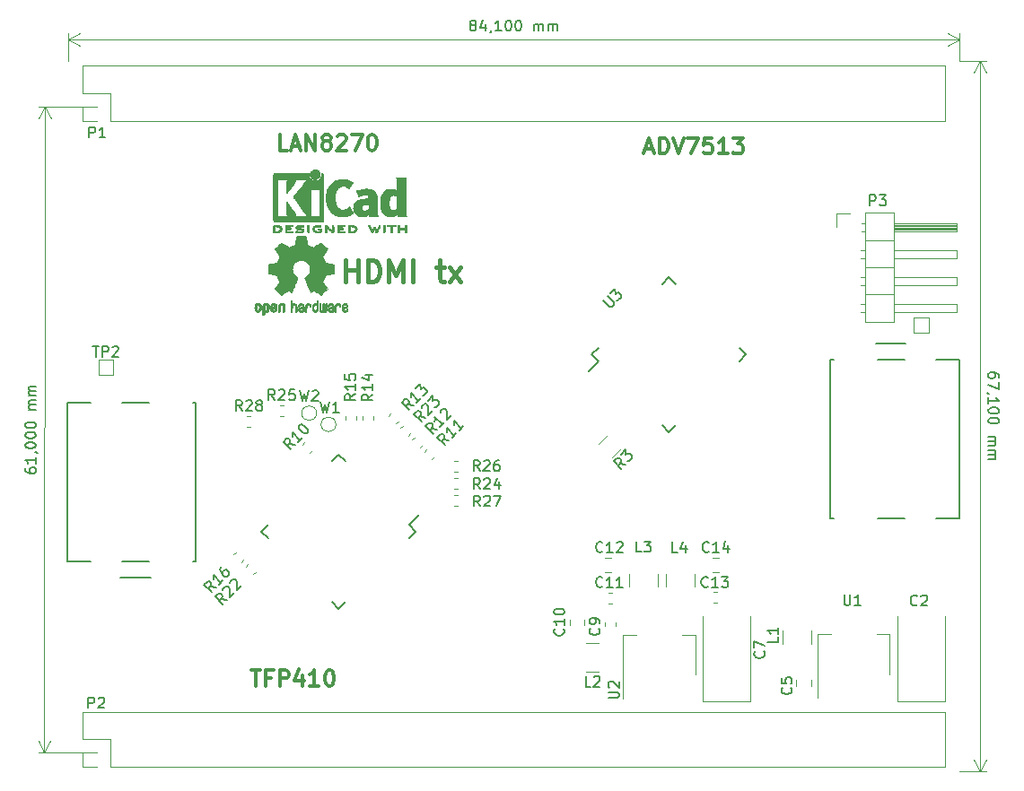
<source format=gto>
G04 #@! TF.GenerationSoftware,KiCad,Pcbnew,(5.1.0-891-gf1f26a919-dirty)*
G04 #@! TF.CreationDate,2019-06-11T00:28:49+04:00*
G04 #@! TF.ProjectId,hdmishield,68646d69-7368-4696-956c-642e6b696361,rev?*
G04 #@! TF.SameCoordinates,Original*
G04 #@! TF.FileFunction,Legend,Top*
G04 #@! TF.FilePolarity,Positive*
%FSLAX46Y46*%
G04 Gerber Fmt 4.6, Leading zero omitted, Abs format (unit mm)*
G04 Created by KiCad (PCBNEW (5.1.0-891-gf1f26a919-dirty)) date 2019-06-11 00:28:49*
%MOMM*%
%LPD*%
G04 APERTURE LIST*
%ADD10C,0.300000*%
%ADD11C,0.400000*%
%ADD12C,0.150000*%
%ADD13C,0.120000*%
%ADD14C,0.010000*%
G04 APERTURE END LIST*
D10*
X66015871Y-38943671D02*
X65301585Y-38943671D01*
X65301585Y-37443671D01*
X66444442Y-38515100D02*
X67158728Y-38515100D01*
X66301585Y-38943671D02*
X66801585Y-37443671D01*
X67301585Y-38943671D01*
X67801585Y-38943671D02*
X67801585Y-37443671D01*
X68658728Y-38943671D01*
X68658728Y-37443671D01*
X69587300Y-38086528D02*
X69444442Y-38015100D01*
X69373014Y-37943671D01*
X69301585Y-37800814D01*
X69301585Y-37729385D01*
X69373014Y-37586528D01*
X69444442Y-37515100D01*
X69587300Y-37443671D01*
X69873014Y-37443671D01*
X70015871Y-37515100D01*
X70087300Y-37586528D01*
X70158728Y-37729385D01*
X70158728Y-37800814D01*
X70087300Y-37943671D01*
X70015871Y-38015100D01*
X69873014Y-38086528D01*
X69587300Y-38086528D01*
X69444442Y-38157957D01*
X69373014Y-38229385D01*
X69301585Y-38372242D01*
X69301585Y-38657957D01*
X69373014Y-38800814D01*
X69444442Y-38872242D01*
X69587300Y-38943671D01*
X69873014Y-38943671D01*
X70015871Y-38872242D01*
X70087300Y-38800814D01*
X70158728Y-38657957D01*
X70158728Y-38372242D01*
X70087300Y-38229385D01*
X70015871Y-38157957D01*
X69873014Y-38086528D01*
X70730157Y-37586528D02*
X70801585Y-37515100D01*
X70944442Y-37443671D01*
X71301585Y-37443671D01*
X71444442Y-37515100D01*
X71515871Y-37586528D01*
X71587300Y-37729385D01*
X71587300Y-37872242D01*
X71515871Y-38086528D01*
X70658728Y-38943671D01*
X71587300Y-38943671D01*
X72087300Y-37443671D02*
X73087300Y-37443671D01*
X72444442Y-38943671D01*
X73944442Y-37443671D02*
X74087300Y-37443671D01*
X74230157Y-37515100D01*
X74301585Y-37586528D01*
X74373014Y-37729385D01*
X74444442Y-38015100D01*
X74444442Y-38372242D01*
X74373014Y-38657957D01*
X74301585Y-38800814D01*
X74230157Y-38872242D01*
X74087300Y-38943671D01*
X73944442Y-38943671D01*
X73801585Y-38872242D01*
X73730157Y-38800814D01*
X73658728Y-38657957D01*
X73587300Y-38372242D01*
X73587300Y-38015100D01*
X73658728Y-37729385D01*
X73730157Y-37586528D01*
X73801585Y-37515100D01*
X73944442Y-37443671D01*
X62647214Y-88015071D02*
X63504357Y-88015071D01*
X63075785Y-89515071D02*
X63075785Y-88015071D01*
X64504357Y-88729357D02*
X64004357Y-88729357D01*
X64004357Y-89515071D02*
X64004357Y-88015071D01*
X64718642Y-88015071D01*
X65290071Y-89515071D02*
X65290071Y-88015071D01*
X65861500Y-88015071D01*
X66004357Y-88086500D01*
X66075785Y-88157928D01*
X66147214Y-88300785D01*
X66147214Y-88515071D01*
X66075785Y-88657928D01*
X66004357Y-88729357D01*
X65861500Y-88800785D01*
X65290071Y-88800785D01*
X67432928Y-88515071D02*
X67432928Y-89515071D01*
X67075785Y-87943642D02*
X66718642Y-89015071D01*
X67647214Y-89015071D01*
X69004357Y-89515071D02*
X68147214Y-89515071D01*
X68575785Y-89515071D02*
X68575785Y-88015071D01*
X68432928Y-88229357D01*
X68290071Y-88372214D01*
X68147214Y-88443642D01*
X69932928Y-88015071D02*
X70075785Y-88015071D01*
X70218642Y-88086500D01*
X70290071Y-88157928D01*
X70361500Y-88300785D01*
X70432928Y-88586500D01*
X70432928Y-88943642D01*
X70361500Y-89229357D01*
X70290071Y-89372214D01*
X70218642Y-89443642D01*
X70075785Y-89515071D01*
X69932928Y-89515071D01*
X69790071Y-89443642D01*
X69718642Y-89372214D01*
X69647214Y-89229357D01*
X69575785Y-88943642D01*
X69575785Y-88586500D01*
X69647214Y-88300785D01*
X69718642Y-88157928D01*
X69790071Y-88086500D01*
X69932928Y-88015071D01*
X99761457Y-38832600D02*
X100475742Y-38832600D01*
X99618600Y-39261171D02*
X100118600Y-37761171D01*
X100618600Y-39261171D01*
X101118600Y-39261171D02*
X101118600Y-37761171D01*
X101475742Y-37761171D01*
X101690028Y-37832600D01*
X101832885Y-37975457D01*
X101904314Y-38118314D01*
X101975742Y-38404028D01*
X101975742Y-38618314D01*
X101904314Y-38904028D01*
X101832885Y-39046885D01*
X101690028Y-39189742D01*
X101475742Y-39261171D01*
X101118600Y-39261171D01*
X102404314Y-37761171D02*
X102904314Y-39261171D01*
X103404314Y-37761171D01*
X103761457Y-37761171D02*
X104761457Y-37761171D01*
X104118600Y-39261171D01*
X106047171Y-37761171D02*
X105332885Y-37761171D01*
X105261457Y-38475457D01*
X105332885Y-38404028D01*
X105475742Y-38332600D01*
X105832885Y-38332600D01*
X105975742Y-38404028D01*
X106047171Y-38475457D01*
X106118600Y-38618314D01*
X106118600Y-38975457D01*
X106047171Y-39118314D01*
X105975742Y-39189742D01*
X105832885Y-39261171D01*
X105475742Y-39261171D01*
X105332885Y-39189742D01*
X105261457Y-39118314D01*
X107547171Y-39261171D02*
X106690028Y-39261171D01*
X107118600Y-39261171D02*
X107118600Y-37761171D01*
X106975742Y-37975457D01*
X106832885Y-38118314D01*
X106690028Y-38189742D01*
X108047171Y-37761171D02*
X108975742Y-37761171D01*
X108475742Y-38332600D01*
X108690028Y-38332600D01*
X108832885Y-38404028D01*
X108904314Y-38475457D01*
X108975742Y-38618314D01*
X108975742Y-38975457D01*
X108904314Y-39118314D01*
X108832885Y-39189742D01*
X108690028Y-39261171D01*
X108261457Y-39261171D01*
X108118600Y-39189742D01*
X108047171Y-39118314D01*
D11*
X71514366Y-51323761D02*
X71514366Y-49323761D01*
X71514366Y-50276142D02*
X72657223Y-50276142D01*
X72657223Y-51323761D02*
X72657223Y-49323761D01*
X73609604Y-51323761D02*
X73609604Y-49323761D01*
X74085795Y-49323761D01*
X74371509Y-49419000D01*
X74561985Y-49609476D01*
X74657223Y-49799952D01*
X74752461Y-50180904D01*
X74752461Y-50466619D01*
X74657223Y-50847571D01*
X74561985Y-51038047D01*
X74371509Y-51228523D01*
X74085795Y-51323761D01*
X73609604Y-51323761D01*
X75609604Y-51323761D02*
X75609604Y-49323761D01*
X76276271Y-50752333D01*
X76942938Y-49323761D01*
X76942938Y-51323761D01*
X77895319Y-51323761D02*
X77895319Y-49323761D01*
X80085795Y-49990428D02*
X80847700Y-49990428D01*
X80371509Y-49323761D02*
X80371509Y-51038047D01*
X80466747Y-51228523D01*
X80657223Y-51323761D01*
X80847700Y-51323761D01*
X81323890Y-51323761D02*
X82371509Y-49990428D01*
X81323890Y-49990428D02*
X82371509Y-51323761D01*
D12*
X133157619Y-60373333D02*
X133157619Y-60182857D01*
X133110000Y-60087619D01*
X133062380Y-60040000D01*
X132919523Y-59944761D01*
X132729047Y-59897142D01*
X132348095Y-59897142D01*
X132252857Y-59944761D01*
X132205238Y-59992380D01*
X132157619Y-60087619D01*
X132157619Y-60278095D01*
X132205238Y-60373333D01*
X132252857Y-60420952D01*
X132348095Y-60468571D01*
X132586190Y-60468571D01*
X132681428Y-60420952D01*
X132729047Y-60373333D01*
X132776666Y-60278095D01*
X132776666Y-60087619D01*
X132729047Y-59992380D01*
X132681428Y-59944761D01*
X132586190Y-59897142D01*
X133157619Y-60801904D02*
X133157619Y-61468571D01*
X132157619Y-61040000D01*
X132205238Y-61897142D02*
X132157619Y-61897142D01*
X132062380Y-61849523D01*
X132014761Y-61801904D01*
X132157619Y-62849523D02*
X132157619Y-62278095D01*
X132157619Y-62563809D02*
X133157619Y-62563809D01*
X133014761Y-62468571D01*
X132919523Y-62373333D01*
X132871904Y-62278095D01*
X133157619Y-63468571D02*
X133157619Y-63563809D01*
X133110000Y-63659047D01*
X133062380Y-63706666D01*
X132967142Y-63754285D01*
X132776666Y-63801904D01*
X132538571Y-63801904D01*
X132348095Y-63754285D01*
X132252857Y-63706666D01*
X132205238Y-63659047D01*
X132157619Y-63563809D01*
X132157619Y-63468571D01*
X132205238Y-63373333D01*
X132252857Y-63325714D01*
X132348095Y-63278095D01*
X132538571Y-63230476D01*
X132776666Y-63230476D01*
X132967142Y-63278095D01*
X133062380Y-63325714D01*
X133110000Y-63373333D01*
X133157619Y-63468571D01*
X133157619Y-64420952D02*
X133157619Y-64516190D01*
X133110000Y-64611428D01*
X133062380Y-64659047D01*
X132967142Y-64706666D01*
X132776666Y-64754285D01*
X132538571Y-64754285D01*
X132348095Y-64706666D01*
X132252857Y-64659047D01*
X132205238Y-64611428D01*
X132157619Y-64516190D01*
X132157619Y-64420952D01*
X132205238Y-64325714D01*
X132252857Y-64278095D01*
X132348095Y-64230476D01*
X132538571Y-64182857D01*
X132776666Y-64182857D01*
X132967142Y-64230476D01*
X133062380Y-64278095D01*
X133110000Y-64325714D01*
X133157619Y-64420952D01*
X132157619Y-65944761D02*
X132824285Y-65944761D01*
X132729047Y-65944761D02*
X132776666Y-65992380D01*
X132824285Y-66087619D01*
X132824285Y-66230476D01*
X132776666Y-66325714D01*
X132681428Y-66373333D01*
X132157619Y-66373333D01*
X132681428Y-66373333D02*
X132776666Y-66420952D01*
X132824285Y-66516190D01*
X132824285Y-66659047D01*
X132776666Y-66754285D01*
X132681428Y-66801904D01*
X132157619Y-66801904D01*
X132157619Y-67278095D02*
X132824285Y-67278095D01*
X132729047Y-67278095D02*
X132776666Y-67325714D01*
X132824285Y-67420952D01*
X132824285Y-67563809D01*
X132776666Y-67659047D01*
X132681428Y-67706666D01*
X132157619Y-67706666D01*
X132681428Y-67706666D02*
X132776666Y-67754285D01*
X132824285Y-67849523D01*
X132824285Y-67992380D01*
X132776666Y-68087619D01*
X132681428Y-68135238D01*
X132157619Y-68135238D01*
D13*
X131340000Y-30490000D02*
X131340000Y-97590000D01*
X129440000Y-30490000D02*
X131926421Y-30490000D01*
X129440000Y-97590000D02*
X131926421Y-97590000D01*
X131340000Y-97590000D02*
X130753579Y-96463496D01*
X131340000Y-97590000D02*
X131926421Y-96463496D01*
X131340000Y-30490000D02*
X130753579Y-31616504D01*
X131340000Y-30490000D02*
X131926421Y-31616504D01*
D12*
X83437619Y-27100928D02*
X83342380Y-27053309D01*
X83294761Y-27005690D01*
X83247142Y-26910452D01*
X83247142Y-26862833D01*
X83294761Y-26767595D01*
X83342380Y-26719976D01*
X83437619Y-26672356D01*
X83628095Y-26672356D01*
X83723333Y-26719976D01*
X83770952Y-26767595D01*
X83818571Y-26862833D01*
X83818571Y-26910452D01*
X83770952Y-27005690D01*
X83723333Y-27053309D01*
X83628095Y-27100928D01*
X83437619Y-27100928D01*
X83342380Y-27148547D01*
X83294761Y-27196166D01*
X83247142Y-27291404D01*
X83247142Y-27481880D01*
X83294761Y-27577118D01*
X83342380Y-27624737D01*
X83437619Y-27672356D01*
X83628095Y-27672356D01*
X83723333Y-27624737D01*
X83770952Y-27577118D01*
X83818571Y-27481880D01*
X83818571Y-27291404D01*
X83770952Y-27196166D01*
X83723333Y-27148547D01*
X83628095Y-27100928D01*
X84675714Y-27005690D02*
X84675714Y-27672356D01*
X84437619Y-26624737D02*
X84199523Y-27339023D01*
X84818571Y-27339023D01*
X85247142Y-27624737D02*
X85247142Y-27672356D01*
X85199523Y-27767595D01*
X85151904Y-27815214D01*
X86199523Y-27672356D02*
X85628095Y-27672356D01*
X85913809Y-27672356D02*
X85913809Y-26672356D01*
X85818571Y-26815214D01*
X85723333Y-26910452D01*
X85628095Y-26958071D01*
X86818571Y-26672356D02*
X86913809Y-26672356D01*
X87009047Y-26719976D01*
X87056666Y-26767595D01*
X87104285Y-26862833D01*
X87151904Y-27053309D01*
X87151904Y-27291404D01*
X87104285Y-27481880D01*
X87056666Y-27577118D01*
X87009047Y-27624737D01*
X86913809Y-27672356D01*
X86818571Y-27672356D01*
X86723333Y-27624737D01*
X86675714Y-27577118D01*
X86628095Y-27481880D01*
X86580476Y-27291404D01*
X86580476Y-27053309D01*
X86628095Y-26862833D01*
X86675714Y-26767595D01*
X86723333Y-26719976D01*
X86818571Y-26672356D01*
X87770952Y-26672356D02*
X87866190Y-26672356D01*
X87961428Y-26719976D01*
X88009047Y-26767595D01*
X88056666Y-26862833D01*
X88104285Y-27053309D01*
X88104285Y-27291404D01*
X88056666Y-27481880D01*
X88009047Y-27577118D01*
X87961428Y-27624737D01*
X87866190Y-27672356D01*
X87770952Y-27672356D01*
X87675714Y-27624737D01*
X87628095Y-27577118D01*
X87580476Y-27481880D01*
X87532857Y-27291404D01*
X87532857Y-27053309D01*
X87580476Y-26862833D01*
X87628095Y-26767595D01*
X87675714Y-26719976D01*
X87770952Y-26672356D01*
X89294761Y-27672356D02*
X89294761Y-27005690D01*
X89294761Y-27100928D02*
X89342380Y-27053309D01*
X89437619Y-27005690D01*
X89580476Y-27005690D01*
X89675714Y-27053309D01*
X89723333Y-27148547D01*
X89723333Y-27672356D01*
X89723333Y-27148547D02*
X89770952Y-27053309D01*
X89866190Y-27005690D01*
X90009047Y-27005690D01*
X90104285Y-27053309D01*
X90151904Y-27148547D01*
X90151904Y-27672356D01*
X90628095Y-27672356D02*
X90628095Y-27005690D01*
X90628095Y-27100928D02*
X90675714Y-27053309D01*
X90770952Y-27005690D01*
X90913809Y-27005690D01*
X91009047Y-27053309D01*
X91056666Y-27148547D01*
X91056666Y-27672356D01*
X91056666Y-27148547D02*
X91104285Y-27053309D01*
X91199523Y-27005690D01*
X91342380Y-27005690D01*
X91437619Y-27053309D01*
X91485238Y-27148547D01*
X91485238Y-27672356D01*
D13*
X45340000Y-28489976D02*
X129440000Y-28489976D01*
X45340000Y-30490000D02*
X45340000Y-27903555D01*
X129440000Y-30490000D02*
X129440000Y-27903555D01*
X129440000Y-28489976D02*
X128313496Y-29076397D01*
X129440000Y-28489976D02*
X128313496Y-27903555D01*
X45340000Y-28489976D02*
X46466504Y-29076397D01*
X45340000Y-28489976D02*
X46466504Y-27903555D01*
D12*
X41287054Y-68975561D02*
X41287023Y-69166038D01*
X41334627Y-69261283D01*
X41382238Y-69308910D01*
X41525079Y-69404172D01*
X41715548Y-69451822D01*
X42096500Y-69451885D01*
X42191746Y-69404281D01*
X42239373Y-69356670D01*
X42287008Y-69261440D01*
X42287039Y-69070963D01*
X42239435Y-68975717D01*
X42191824Y-68928091D01*
X42096594Y-68880456D01*
X41858499Y-68880417D01*
X41763253Y-68928020D01*
X41715626Y-68975632D01*
X41667991Y-69070862D01*
X41667960Y-69261338D01*
X41715563Y-69356584D01*
X41763175Y-69404211D01*
X41858405Y-69451845D01*
X42287226Y-67928106D02*
X42287132Y-68499535D01*
X42287179Y-68213821D02*
X41287179Y-68213657D01*
X41430021Y-68308918D01*
X41525243Y-68404172D01*
X41572847Y-68499418D01*
X42239685Y-67451908D02*
X42287304Y-67451916D01*
X42382534Y-67499550D01*
X42430146Y-67547177D01*
X41287406Y-66832704D02*
X41287421Y-66737466D01*
X41335056Y-66642236D01*
X41382683Y-66594625D01*
X41477929Y-66547021D01*
X41668413Y-66499433D01*
X41906508Y-66499472D01*
X42096976Y-66547123D01*
X42192207Y-66594757D01*
X42239818Y-66642384D01*
X42287421Y-66737630D01*
X42287406Y-66832868D01*
X42239771Y-66928098D01*
X42192144Y-66975710D01*
X42096898Y-67023313D01*
X41906414Y-67070901D01*
X41668319Y-67070862D01*
X41477851Y-67023212D01*
X41382620Y-66975577D01*
X41335009Y-66927950D01*
X41287406Y-66832704D01*
X41287562Y-65880323D02*
X41287577Y-65785085D01*
X41335212Y-65689855D01*
X41382839Y-65642244D01*
X41478085Y-65594640D01*
X41668569Y-65547052D01*
X41906664Y-65547091D01*
X42097132Y-65594742D01*
X42192363Y-65642376D01*
X42239974Y-65690003D01*
X42287577Y-65785249D01*
X42287562Y-65880487D01*
X42239927Y-65975718D01*
X42192300Y-66023329D01*
X42097054Y-66070932D01*
X41906570Y-66118520D01*
X41668475Y-66118481D01*
X41478007Y-66070831D01*
X41382776Y-66023196D01*
X41335165Y-65975569D01*
X41287562Y-65880323D01*
X41287718Y-64927942D02*
X41287734Y-64832704D01*
X41335368Y-64737474D01*
X41382995Y-64689863D01*
X41478241Y-64642259D01*
X41668725Y-64594671D01*
X41906820Y-64594711D01*
X42097289Y-64642361D01*
X42192519Y-64689995D01*
X42240130Y-64737622D01*
X42287734Y-64832868D01*
X42287718Y-64928106D01*
X42240083Y-65023337D01*
X42192456Y-65070948D01*
X42097210Y-65118551D01*
X41906726Y-65166139D01*
X41668631Y-65166100D01*
X41478163Y-65118450D01*
X41382933Y-65070815D01*
X41335321Y-65023188D01*
X41287718Y-64927942D01*
X42287968Y-63404297D02*
X41621301Y-63404187D01*
X41716539Y-63404203D02*
X41668928Y-63356576D01*
X41621324Y-63261330D01*
X41621348Y-63118473D01*
X41668983Y-63023243D01*
X41764228Y-62975639D01*
X42288038Y-62975725D01*
X41764228Y-62975639D02*
X41668998Y-62928005D01*
X41621395Y-62832759D01*
X41621418Y-62689902D01*
X41669053Y-62594671D01*
X41764299Y-62547068D01*
X42288108Y-62547154D01*
X42288186Y-62070963D02*
X41621520Y-62070854D01*
X41716758Y-62070870D02*
X41669146Y-62023243D01*
X41621543Y-61927997D01*
X41621566Y-61785140D01*
X41669201Y-61689910D01*
X41764447Y-61642306D01*
X42288257Y-61642392D01*
X41764447Y-61642306D02*
X41669217Y-61594672D01*
X41621613Y-61499426D01*
X41621637Y-61356568D01*
X41669271Y-61261338D01*
X41764517Y-61213735D01*
X42288327Y-61213821D01*
D13*
X43110275Y-34809193D02*
X43100275Y-95809193D01*
X48030000Y-34810000D02*
X42523854Y-34809097D01*
X48020000Y-95810000D02*
X42513854Y-95809097D01*
X43100275Y-95809193D02*
X42514039Y-94682593D01*
X43100275Y-95809193D02*
X43686880Y-94682785D01*
X43110275Y-34809193D02*
X42523670Y-35935601D01*
X43110275Y-34809193D02*
X43696511Y-35935793D01*
X48220400Y-60136000D02*
X48220400Y-58736000D01*
X49620400Y-60136000D02*
X48220400Y-60136000D01*
X49620400Y-58736000D02*
X49620400Y-60136000D01*
X48220400Y-58736000D02*
X49620400Y-58736000D01*
X125111280Y-56122800D02*
X125111280Y-54722800D01*
X126511280Y-56122800D02*
X125111280Y-56122800D01*
X126511280Y-54722800D02*
X126511280Y-56122800D01*
X125111280Y-54722800D02*
X126511280Y-54722800D01*
D14*
G36*
X67449878Y-47049676D02*
G01*
X67555612Y-47050255D01*
X67632132Y-47051822D01*
X67684372Y-47054872D01*
X67717263Y-47059896D01*
X67735737Y-47067389D01*
X67744727Y-47077844D01*
X67749163Y-47091753D01*
X67749594Y-47093554D01*
X67756333Y-47126045D01*
X67768808Y-47190152D01*
X67785719Y-47279051D01*
X67805771Y-47385919D01*
X67827664Y-47503933D01*
X67828429Y-47508078D01*
X67850359Y-47623731D01*
X67870877Y-47725914D01*
X67888659Y-47808498D01*
X67902381Y-47865356D01*
X67910718Y-47890358D01*
X67911116Y-47890801D01*
X67935677Y-47903010D01*
X67986315Y-47923356D01*
X68052095Y-47947445D01*
X68052461Y-47947574D01*
X68135317Y-47978718D01*
X68233000Y-48018391D01*
X68325077Y-48058281D01*
X68329434Y-48060253D01*
X68479407Y-48128320D01*
X68811498Y-47901539D01*
X68913374Y-47832404D01*
X69005657Y-47770597D01*
X69083003Y-47719633D01*
X69140064Y-47683027D01*
X69171495Y-47664294D01*
X69174479Y-47662904D01*
X69197321Y-47669090D01*
X69239982Y-47698935D01*
X69304128Y-47753847D01*
X69391421Y-47835234D01*
X69480535Y-47921822D01*
X69566441Y-48007147D01*
X69643327Y-48085008D01*
X69706564Y-48150597D01*
X69751523Y-48199105D01*
X69773576Y-48225725D01*
X69774396Y-48227095D01*
X69776834Y-48245363D01*
X69767650Y-48275195D01*
X69744574Y-48320621D01*
X69705337Y-48385670D01*
X69647670Y-48474370D01*
X69570795Y-48588557D01*
X69502570Y-48689062D01*
X69441582Y-48779203D01*
X69391356Y-48853749D01*
X69355416Y-48907465D01*
X69337287Y-48935118D01*
X69336146Y-48936995D01*
X69338359Y-48963490D01*
X69355138Y-49014986D01*
X69383142Y-49081751D01*
X69393122Y-49103072D01*
X69436672Y-49198059D01*
X69483134Y-49305837D01*
X69520877Y-49399092D01*
X69548073Y-49468306D01*
X69569675Y-49520906D01*
X69582158Y-49548397D01*
X69583709Y-49550516D01*
X69606668Y-49554024D01*
X69660786Y-49563638D01*
X69738868Y-49577989D01*
X69833719Y-49595707D01*
X69938143Y-49615425D01*
X70044944Y-49635774D01*
X70146926Y-49655386D01*
X70236894Y-49672891D01*
X70307653Y-49686922D01*
X70352006Y-49696109D01*
X70362885Y-49698707D01*
X70374122Y-49705118D01*
X70382605Y-49719597D01*
X70388714Y-49747033D01*
X70392832Y-49792311D01*
X70395341Y-49860320D01*
X70396621Y-49955947D01*
X70397054Y-50084080D01*
X70397077Y-50136601D01*
X70397077Y-50563745D01*
X70294500Y-50583991D01*
X70237431Y-50594970D01*
X70152269Y-50610995D01*
X70049372Y-50630133D01*
X69939096Y-50650451D01*
X69908615Y-50656032D01*
X69806855Y-50675817D01*
X69718205Y-50695273D01*
X69650108Y-50712597D01*
X69610004Y-50725988D01*
X69603323Y-50729979D01*
X69586919Y-50758242D01*
X69563399Y-50813009D01*
X69537316Y-50883488D01*
X69532142Y-50898669D01*
X69497956Y-50992796D01*
X69455523Y-51099001D01*
X69413997Y-51194373D01*
X69413792Y-51194816D01*
X69344640Y-51344425D01*
X69799512Y-52013517D01*
X69507500Y-52306016D01*
X69419180Y-52393070D01*
X69338625Y-52469809D01*
X69270360Y-52532137D01*
X69218908Y-52575956D01*
X69188794Y-52597170D01*
X69184474Y-52598516D01*
X69159111Y-52587916D01*
X69107358Y-52558447D01*
X69034868Y-52513605D01*
X68947294Y-52456884D01*
X68852612Y-52393362D01*
X68756516Y-52328568D01*
X68670837Y-52272187D01*
X68601016Y-52227688D01*
X68552494Y-52198539D01*
X68530782Y-52188208D01*
X68504293Y-52196950D01*
X68454062Y-52219987D01*
X68390451Y-52252531D01*
X68383708Y-52256149D01*
X68298046Y-52299110D01*
X68239306Y-52320179D01*
X68202772Y-52320403D01*
X68183731Y-52300828D01*
X68183620Y-52300554D01*
X68174102Y-52277372D01*
X68151403Y-52222341D01*
X68117282Y-52139722D01*
X68073500Y-52033772D01*
X68021816Y-51908752D01*
X67963992Y-51768920D01*
X67907991Y-51633537D01*
X67846447Y-51484134D01*
X67789939Y-51345732D01*
X67740161Y-51222573D01*
X67698806Y-51118902D01*
X67667568Y-51038959D01*
X67648141Y-50986988D01*
X67642154Y-50967592D01*
X67657168Y-50945343D01*
X67696439Y-50909882D01*
X67748807Y-50870787D01*
X67897941Y-50747145D01*
X68014511Y-50605422D01*
X68097118Y-50448604D01*
X68144366Y-50279675D01*
X68154857Y-50101622D01*
X68147231Y-50019439D01*
X68105682Y-49848931D01*
X68034123Y-49698359D01*
X67936995Y-49569209D01*
X67818734Y-49462964D01*
X67683780Y-49381110D01*
X67536571Y-49325132D01*
X67381544Y-49296515D01*
X67223139Y-49296744D01*
X67065794Y-49327305D01*
X66913946Y-49389682D01*
X66772035Y-49485360D01*
X66712803Y-49539472D01*
X66599203Y-49678420D01*
X66520106Y-49830261D01*
X66474986Y-49990567D01*
X66463316Y-50154912D01*
X66484569Y-50318871D01*
X66538220Y-50478018D01*
X66623740Y-50627925D01*
X66740605Y-50764167D01*
X66871193Y-50870787D01*
X66925588Y-50911542D01*
X66964014Y-50946618D01*
X66977846Y-50967626D01*
X66970603Y-50990535D01*
X66950005Y-51045265D01*
X66917746Y-51127572D01*
X66875521Y-51233215D01*
X66825023Y-51357950D01*
X66767948Y-51497536D01*
X66711854Y-51633570D01*
X66649967Y-51783101D01*
X66592644Y-51921667D01*
X66541644Y-52045007D01*
X66498727Y-52148864D01*
X66465653Y-52228980D01*
X66444181Y-52281095D01*
X66436225Y-52300554D01*
X66417429Y-52320323D01*
X66381074Y-52320265D01*
X66322479Y-52299341D01*
X66236968Y-52256513D01*
X66236292Y-52256149D01*
X66171907Y-52222912D01*
X66119861Y-52198702D01*
X66090512Y-52188304D01*
X66089217Y-52188208D01*
X66067124Y-52198755D01*
X66018348Y-52228084D01*
X65948331Y-52272727D01*
X65862514Y-52329214D01*
X65767388Y-52393362D01*
X65670540Y-52458311D01*
X65583253Y-52514796D01*
X65511181Y-52559321D01*
X65459977Y-52588390D01*
X65435526Y-52598516D01*
X65413010Y-52585207D01*
X65367742Y-52548012D01*
X65304244Y-52491028D01*
X65227039Y-52418349D01*
X65140651Y-52334071D01*
X65112399Y-52305916D01*
X64820287Y-52013316D01*
X65042631Y-51687004D01*
X65110202Y-51586797D01*
X65169507Y-51496863D01*
X65217217Y-51422410D01*
X65250007Y-51368651D01*
X65264548Y-51340794D01*
X65264974Y-51338812D01*
X65257308Y-51312555D01*
X65236689Y-51259737D01*
X65206685Y-51189210D01*
X65185625Y-51141993D01*
X65146248Y-51051594D01*
X65109165Y-50960266D01*
X65080415Y-50883100D01*
X65072605Y-50859592D01*
X65050417Y-50796816D01*
X65028727Y-50748311D01*
X65016813Y-50729979D01*
X64990523Y-50718759D01*
X64933142Y-50702854D01*
X64852118Y-50684067D01*
X64754895Y-50664199D01*
X64711385Y-50656032D01*
X64600896Y-50635729D01*
X64494916Y-50616070D01*
X64403801Y-50598988D01*
X64337908Y-50586418D01*
X64325500Y-50583991D01*
X64222923Y-50563745D01*
X64222923Y-50136601D01*
X64223153Y-49996146D01*
X64224099Y-49889879D01*
X64226141Y-49812913D01*
X64229662Y-49760360D01*
X64235043Y-49727333D01*
X64242666Y-49708945D01*
X64252912Y-49700308D01*
X64257115Y-49698707D01*
X64282470Y-49693027D01*
X64338484Y-49681695D01*
X64417964Y-49666079D01*
X64513712Y-49647547D01*
X64618533Y-49627469D01*
X64725232Y-49607212D01*
X64826613Y-49588146D01*
X64915479Y-49571639D01*
X64984637Y-49559059D01*
X65026889Y-49551775D01*
X65036290Y-49550516D01*
X65044807Y-49533663D01*
X65063660Y-49488770D01*
X65089324Y-49424330D01*
X65099123Y-49399092D01*
X65138648Y-49301586D01*
X65185192Y-49193859D01*
X65226877Y-49103072D01*
X65257550Y-49033653D01*
X65277956Y-48976610D01*
X65284768Y-48941677D01*
X65283682Y-48936995D01*
X65269285Y-48914891D01*
X65236412Y-48865731D01*
X65188590Y-48794748D01*
X65129348Y-48707178D01*
X65062215Y-48608257D01*
X65048941Y-48588730D01*
X64971046Y-48473040D01*
X64913787Y-48384944D01*
X64874881Y-48320386D01*
X64852044Y-48275311D01*
X64842994Y-48245663D01*
X64845448Y-48227385D01*
X64845511Y-48227269D01*
X64864827Y-48203261D01*
X64907551Y-48156847D01*
X64969051Y-48092837D01*
X65044698Y-48016045D01*
X65129861Y-47931282D01*
X65139465Y-47921822D01*
X65246790Y-47817889D01*
X65329615Y-47741575D01*
X65389605Y-47691471D01*
X65428423Y-47666170D01*
X65445520Y-47662904D01*
X65470473Y-47677150D01*
X65522255Y-47710056D01*
X65595520Y-47758108D01*
X65684920Y-47817790D01*
X65785111Y-47885588D01*
X65808501Y-47901539D01*
X66140593Y-48128320D01*
X66290565Y-48060253D01*
X66381770Y-48020585D01*
X66479669Y-47980691D01*
X66563831Y-47948883D01*
X66567538Y-47947574D01*
X66633369Y-47923476D01*
X66684116Y-47903100D01*
X66708842Y-47890836D01*
X66708884Y-47890801D01*
X66716729Y-47868634D01*
X66730066Y-47814117D01*
X66747570Y-47733380D01*
X66767917Y-47632550D01*
X66789782Y-47517756D01*
X66791571Y-47508078D01*
X66813504Y-47389804D01*
X66833640Y-47282442D01*
X66850680Y-47192817D01*
X66863328Y-47127751D01*
X66870284Y-47094068D01*
X66870406Y-47093554D01*
X66874639Y-47079225D01*
X66882871Y-47068407D01*
X66900033Y-47060606D01*
X66931058Y-47055329D01*
X66980878Y-47052082D01*
X67054424Y-47050372D01*
X67156629Y-47049707D01*
X67292425Y-47049593D01*
X67310000Y-47049592D01*
X67449878Y-47049676D01*
X67449878Y-47049676D01*
G37*
X67449878Y-47049676D02*
X67555612Y-47050255D01*
X67632132Y-47051822D01*
X67684372Y-47054872D01*
X67717263Y-47059896D01*
X67735737Y-47067389D01*
X67744727Y-47077844D01*
X67749163Y-47091753D01*
X67749594Y-47093554D01*
X67756333Y-47126045D01*
X67768808Y-47190152D01*
X67785719Y-47279051D01*
X67805771Y-47385919D01*
X67827664Y-47503933D01*
X67828429Y-47508078D01*
X67850359Y-47623731D01*
X67870877Y-47725914D01*
X67888659Y-47808498D01*
X67902381Y-47865356D01*
X67910718Y-47890358D01*
X67911116Y-47890801D01*
X67935677Y-47903010D01*
X67986315Y-47923356D01*
X68052095Y-47947445D01*
X68052461Y-47947574D01*
X68135317Y-47978718D01*
X68233000Y-48018391D01*
X68325077Y-48058281D01*
X68329434Y-48060253D01*
X68479407Y-48128320D01*
X68811498Y-47901539D01*
X68913374Y-47832404D01*
X69005657Y-47770597D01*
X69083003Y-47719633D01*
X69140064Y-47683027D01*
X69171495Y-47664294D01*
X69174479Y-47662904D01*
X69197321Y-47669090D01*
X69239982Y-47698935D01*
X69304128Y-47753847D01*
X69391421Y-47835234D01*
X69480535Y-47921822D01*
X69566441Y-48007147D01*
X69643327Y-48085008D01*
X69706564Y-48150597D01*
X69751523Y-48199105D01*
X69773576Y-48225725D01*
X69774396Y-48227095D01*
X69776834Y-48245363D01*
X69767650Y-48275195D01*
X69744574Y-48320621D01*
X69705337Y-48385670D01*
X69647670Y-48474370D01*
X69570795Y-48588557D01*
X69502570Y-48689062D01*
X69441582Y-48779203D01*
X69391356Y-48853749D01*
X69355416Y-48907465D01*
X69337287Y-48935118D01*
X69336146Y-48936995D01*
X69338359Y-48963490D01*
X69355138Y-49014986D01*
X69383142Y-49081751D01*
X69393122Y-49103072D01*
X69436672Y-49198059D01*
X69483134Y-49305837D01*
X69520877Y-49399092D01*
X69548073Y-49468306D01*
X69569675Y-49520906D01*
X69582158Y-49548397D01*
X69583709Y-49550516D01*
X69606668Y-49554024D01*
X69660786Y-49563638D01*
X69738868Y-49577989D01*
X69833719Y-49595707D01*
X69938143Y-49615425D01*
X70044944Y-49635774D01*
X70146926Y-49655386D01*
X70236894Y-49672891D01*
X70307653Y-49686922D01*
X70352006Y-49696109D01*
X70362885Y-49698707D01*
X70374122Y-49705118D01*
X70382605Y-49719597D01*
X70388714Y-49747033D01*
X70392832Y-49792311D01*
X70395341Y-49860320D01*
X70396621Y-49955947D01*
X70397054Y-50084080D01*
X70397077Y-50136601D01*
X70397077Y-50563745D01*
X70294500Y-50583991D01*
X70237431Y-50594970D01*
X70152269Y-50610995D01*
X70049372Y-50630133D01*
X69939096Y-50650451D01*
X69908615Y-50656032D01*
X69806855Y-50675817D01*
X69718205Y-50695273D01*
X69650108Y-50712597D01*
X69610004Y-50725988D01*
X69603323Y-50729979D01*
X69586919Y-50758242D01*
X69563399Y-50813009D01*
X69537316Y-50883488D01*
X69532142Y-50898669D01*
X69497956Y-50992796D01*
X69455523Y-51099001D01*
X69413997Y-51194373D01*
X69413792Y-51194816D01*
X69344640Y-51344425D01*
X69799512Y-52013517D01*
X69507500Y-52306016D01*
X69419180Y-52393070D01*
X69338625Y-52469809D01*
X69270360Y-52532137D01*
X69218908Y-52575956D01*
X69188794Y-52597170D01*
X69184474Y-52598516D01*
X69159111Y-52587916D01*
X69107358Y-52558447D01*
X69034868Y-52513605D01*
X68947294Y-52456884D01*
X68852612Y-52393362D01*
X68756516Y-52328568D01*
X68670837Y-52272187D01*
X68601016Y-52227688D01*
X68552494Y-52198539D01*
X68530782Y-52188208D01*
X68504293Y-52196950D01*
X68454062Y-52219987D01*
X68390451Y-52252531D01*
X68383708Y-52256149D01*
X68298046Y-52299110D01*
X68239306Y-52320179D01*
X68202772Y-52320403D01*
X68183731Y-52300828D01*
X68183620Y-52300554D01*
X68174102Y-52277372D01*
X68151403Y-52222341D01*
X68117282Y-52139722D01*
X68073500Y-52033772D01*
X68021816Y-51908752D01*
X67963992Y-51768920D01*
X67907991Y-51633537D01*
X67846447Y-51484134D01*
X67789939Y-51345732D01*
X67740161Y-51222573D01*
X67698806Y-51118902D01*
X67667568Y-51038959D01*
X67648141Y-50986988D01*
X67642154Y-50967592D01*
X67657168Y-50945343D01*
X67696439Y-50909882D01*
X67748807Y-50870787D01*
X67897941Y-50747145D01*
X68014511Y-50605422D01*
X68097118Y-50448604D01*
X68144366Y-50279675D01*
X68154857Y-50101622D01*
X68147231Y-50019439D01*
X68105682Y-49848931D01*
X68034123Y-49698359D01*
X67936995Y-49569209D01*
X67818734Y-49462964D01*
X67683780Y-49381110D01*
X67536571Y-49325132D01*
X67381544Y-49296515D01*
X67223139Y-49296744D01*
X67065794Y-49327305D01*
X66913946Y-49389682D01*
X66772035Y-49485360D01*
X66712803Y-49539472D01*
X66599203Y-49678420D01*
X66520106Y-49830261D01*
X66474986Y-49990567D01*
X66463316Y-50154912D01*
X66484569Y-50318871D01*
X66538220Y-50478018D01*
X66623740Y-50627925D01*
X66740605Y-50764167D01*
X66871193Y-50870787D01*
X66925588Y-50911542D01*
X66964014Y-50946618D01*
X66977846Y-50967626D01*
X66970603Y-50990535D01*
X66950005Y-51045265D01*
X66917746Y-51127572D01*
X66875521Y-51233215D01*
X66825023Y-51357950D01*
X66767948Y-51497536D01*
X66711854Y-51633570D01*
X66649967Y-51783101D01*
X66592644Y-51921667D01*
X66541644Y-52045007D01*
X66498727Y-52148864D01*
X66465653Y-52228980D01*
X66444181Y-52281095D01*
X66436225Y-52300554D01*
X66417429Y-52320323D01*
X66381074Y-52320265D01*
X66322479Y-52299341D01*
X66236968Y-52256513D01*
X66236292Y-52256149D01*
X66171907Y-52222912D01*
X66119861Y-52198702D01*
X66090512Y-52188304D01*
X66089217Y-52188208D01*
X66067124Y-52198755D01*
X66018348Y-52228084D01*
X65948331Y-52272727D01*
X65862514Y-52329214D01*
X65767388Y-52393362D01*
X65670540Y-52458311D01*
X65583253Y-52514796D01*
X65511181Y-52559321D01*
X65459977Y-52588390D01*
X65435526Y-52598516D01*
X65413010Y-52585207D01*
X65367742Y-52548012D01*
X65304244Y-52491028D01*
X65227039Y-52418349D01*
X65140651Y-52334071D01*
X65112399Y-52305916D01*
X64820287Y-52013316D01*
X65042631Y-51687004D01*
X65110202Y-51586797D01*
X65169507Y-51496863D01*
X65217217Y-51422410D01*
X65250007Y-51368651D01*
X65264548Y-51340794D01*
X65264974Y-51338812D01*
X65257308Y-51312555D01*
X65236689Y-51259737D01*
X65206685Y-51189210D01*
X65185625Y-51141993D01*
X65146248Y-51051594D01*
X65109165Y-50960266D01*
X65080415Y-50883100D01*
X65072605Y-50859592D01*
X65050417Y-50796816D01*
X65028727Y-50748311D01*
X65016813Y-50729979D01*
X64990523Y-50718759D01*
X64933142Y-50702854D01*
X64852118Y-50684067D01*
X64754895Y-50664199D01*
X64711385Y-50656032D01*
X64600896Y-50635729D01*
X64494916Y-50616070D01*
X64403801Y-50598988D01*
X64337908Y-50586418D01*
X64325500Y-50583991D01*
X64222923Y-50563745D01*
X64222923Y-50136601D01*
X64223153Y-49996146D01*
X64224099Y-49889879D01*
X64226141Y-49812913D01*
X64229662Y-49760360D01*
X64235043Y-49727333D01*
X64242666Y-49708945D01*
X64252912Y-49700308D01*
X64257115Y-49698707D01*
X64282470Y-49693027D01*
X64338484Y-49681695D01*
X64417964Y-49666079D01*
X64513712Y-49647547D01*
X64618533Y-49627469D01*
X64725232Y-49607212D01*
X64826613Y-49588146D01*
X64915479Y-49571639D01*
X64984637Y-49559059D01*
X65026889Y-49551775D01*
X65036290Y-49550516D01*
X65044807Y-49533663D01*
X65063660Y-49488770D01*
X65089324Y-49424330D01*
X65099123Y-49399092D01*
X65138648Y-49301586D01*
X65185192Y-49193859D01*
X65226877Y-49103072D01*
X65257550Y-49033653D01*
X65277956Y-48976610D01*
X65284768Y-48941677D01*
X65283682Y-48936995D01*
X65269285Y-48914891D01*
X65236412Y-48865731D01*
X65188590Y-48794748D01*
X65129348Y-48707178D01*
X65062215Y-48608257D01*
X65048941Y-48588730D01*
X64971046Y-48473040D01*
X64913787Y-48384944D01*
X64874881Y-48320386D01*
X64852044Y-48275311D01*
X64842994Y-48245663D01*
X64845448Y-48227385D01*
X64845511Y-48227269D01*
X64864827Y-48203261D01*
X64907551Y-48156847D01*
X64969051Y-48092837D01*
X65044698Y-48016045D01*
X65129861Y-47931282D01*
X65139465Y-47921822D01*
X65246790Y-47817889D01*
X65329615Y-47741575D01*
X65389605Y-47691471D01*
X65428423Y-47666170D01*
X65445520Y-47662904D01*
X65470473Y-47677150D01*
X65522255Y-47710056D01*
X65595520Y-47758108D01*
X65684920Y-47817790D01*
X65785111Y-47885588D01*
X65808501Y-47901539D01*
X66140593Y-48128320D01*
X66290565Y-48060253D01*
X66381770Y-48020585D01*
X66479669Y-47980691D01*
X66563831Y-47948883D01*
X66567538Y-47947574D01*
X66633369Y-47923476D01*
X66684116Y-47903100D01*
X66708842Y-47890836D01*
X66708884Y-47890801D01*
X66716729Y-47868634D01*
X66730066Y-47814117D01*
X66747570Y-47733380D01*
X66767917Y-47632550D01*
X66789782Y-47517756D01*
X66791571Y-47508078D01*
X66813504Y-47389804D01*
X66833640Y-47282442D01*
X66850680Y-47192817D01*
X66863328Y-47127751D01*
X66870284Y-47094068D01*
X66870406Y-47093554D01*
X66874639Y-47079225D01*
X66882871Y-47068407D01*
X66900033Y-47060606D01*
X66931058Y-47055329D01*
X66980878Y-47052082D01*
X67054424Y-47050372D01*
X67156629Y-47049707D01*
X67292425Y-47049593D01*
X67310000Y-47049592D01*
X67449878Y-47049676D01*
G36*
X71555224Y-53409738D02*
G01*
X71632528Y-53460261D01*
X71669814Y-53505490D01*
X71699353Y-53587563D01*
X71701699Y-53652507D01*
X71696385Y-53739345D01*
X71496115Y-53827003D01*
X71398739Y-53871787D01*
X71335113Y-53907813D01*
X71302029Y-53939017D01*
X71296280Y-53969336D01*
X71314658Y-54002705D01*
X71334923Y-54024823D01*
X71393889Y-54060293D01*
X71458024Y-54062779D01*
X71516926Y-54035135D01*
X71560197Y-53980220D01*
X71567936Y-53960828D01*
X71605006Y-53900264D01*
X71647654Y-53874452D01*
X71706154Y-53852371D01*
X71706154Y-53936084D01*
X71700982Y-53993050D01*
X71680723Y-54041089D01*
X71638262Y-54096246D01*
X71631951Y-54103414D01*
X71584720Y-54152485D01*
X71544121Y-54178820D01*
X71493328Y-54190935D01*
X71451220Y-54194903D01*
X71375902Y-54195891D01*
X71322286Y-54183366D01*
X71288838Y-54164769D01*
X71236268Y-54123875D01*
X71199879Y-54079648D01*
X71176850Y-54024026D01*
X71164359Y-53948947D01*
X71159587Y-53846349D01*
X71159206Y-53794276D01*
X71160501Y-53731848D01*
X71278471Y-53731848D01*
X71279839Y-53765338D01*
X71283249Y-53770823D01*
X71305753Y-53763372D01*
X71354182Y-53743653D01*
X71418908Y-53715618D01*
X71432443Y-53709592D01*
X71514244Y-53667996D01*
X71559312Y-53631438D01*
X71569217Y-53597196D01*
X71545526Y-53562548D01*
X71525960Y-53547239D01*
X71455360Y-53516621D01*
X71389280Y-53521680D01*
X71333959Y-53559051D01*
X71295636Y-53625373D01*
X71283349Y-53678016D01*
X71278471Y-53731848D01*
X71160501Y-53731848D01*
X71161730Y-53672620D01*
X71171032Y-53582610D01*
X71189460Y-53517067D01*
X71219360Y-53468812D01*
X71263080Y-53430667D01*
X71282141Y-53418340D01*
X71368726Y-53386236D01*
X71463522Y-53384216D01*
X71555224Y-53409738D01*
X71555224Y-53409738D01*
G37*
X71555224Y-53409738D02*
X71632528Y-53460261D01*
X71669814Y-53505490D01*
X71699353Y-53587563D01*
X71701699Y-53652507D01*
X71696385Y-53739345D01*
X71496115Y-53827003D01*
X71398739Y-53871787D01*
X71335113Y-53907813D01*
X71302029Y-53939017D01*
X71296280Y-53969336D01*
X71314658Y-54002705D01*
X71334923Y-54024823D01*
X71393889Y-54060293D01*
X71458024Y-54062779D01*
X71516926Y-54035135D01*
X71560197Y-53980220D01*
X71567936Y-53960828D01*
X71605006Y-53900264D01*
X71647654Y-53874452D01*
X71706154Y-53852371D01*
X71706154Y-53936084D01*
X71700982Y-53993050D01*
X71680723Y-54041089D01*
X71638262Y-54096246D01*
X71631951Y-54103414D01*
X71584720Y-54152485D01*
X71544121Y-54178820D01*
X71493328Y-54190935D01*
X71451220Y-54194903D01*
X71375902Y-54195891D01*
X71322286Y-54183366D01*
X71288838Y-54164769D01*
X71236268Y-54123875D01*
X71199879Y-54079648D01*
X71176850Y-54024026D01*
X71164359Y-53948947D01*
X71159587Y-53846349D01*
X71159206Y-53794276D01*
X71160501Y-53731848D01*
X71278471Y-53731848D01*
X71279839Y-53765338D01*
X71283249Y-53770823D01*
X71305753Y-53763372D01*
X71354182Y-53743653D01*
X71418908Y-53715618D01*
X71432443Y-53709592D01*
X71514244Y-53667996D01*
X71559312Y-53631438D01*
X71569217Y-53597196D01*
X71545526Y-53562548D01*
X71525960Y-53547239D01*
X71455360Y-53516621D01*
X71389280Y-53521680D01*
X71333959Y-53559051D01*
X71295636Y-53625373D01*
X71283349Y-53678016D01*
X71278471Y-53731848D01*
X71160501Y-53731848D01*
X71161730Y-53672620D01*
X71171032Y-53582610D01*
X71189460Y-53517067D01*
X71219360Y-53468812D01*
X71263080Y-53430667D01*
X71282141Y-53418340D01*
X71368726Y-53386236D01*
X71463522Y-53384216D01*
X71555224Y-53409738D01*
G36*
X70880807Y-53398682D02*
G01*
X70904161Y-53408888D01*
X70959902Y-53453034D01*
X71007569Y-53516867D01*
X71037048Y-53584987D01*
X71041846Y-53618570D01*
X71025760Y-53665456D01*
X70990475Y-53690265D01*
X70952644Y-53705287D01*
X70935321Y-53708055D01*
X70926886Y-53687966D01*
X70910230Y-53644251D01*
X70902923Y-53624498D01*
X70861948Y-53556171D01*
X70802622Y-53522091D01*
X70726552Y-53523139D01*
X70720918Y-53524481D01*
X70680305Y-53543736D01*
X70650448Y-53581275D01*
X70630055Y-53641709D01*
X70617836Y-53729651D01*
X70612500Y-53849713D01*
X70612000Y-53913598D01*
X70611752Y-54014303D01*
X70610126Y-54082954D01*
X70605801Y-54126573D01*
X70597454Y-54152182D01*
X70583765Y-54166803D01*
X70563411Y-54177458D01*
X70562234Y-54177995D01*
X70523038Y-54194567D01*
X70503619Y-54200669D01*
X70500635Y-54182219D01*
X70498081Y-54131223D01*
X70496140Y-54054208D01*
X70494997Y-53957705D01*
X70494769Y-53887084D01*
X70495932Y-53750425D01*
X70500479Y-53646751D01*
X70509999Y-53570008D01*
X70526081Y-53514146D01*
X70550313Y-53473112D01*
X70584286Y-53440854D01*
X70617833Y-53418340D01*
X70698499Y-53388376D01*
X70792381Y-53381618D01*
X70880807Y-53398682D01*
X70880807Y-53398682D01*
G37*
X70880807Y-53398682D02*
X70904161Y-53408888D01*
X70959902Y-53453034D01*
X71007569Y-53516867D01*
X71037048Y-53584987D01*
X71041846Y-53618570D01*
X71025760Y-53665456D01*
X70990475Y-53690265D01*
X70952644Y-53705287D01*
X70935321Y-53708055D01*
X70926886Y-53687966D01*
X70910230Y-53644251D01*
X70902923Y-53624498D01*
X70861948Y-53556171D01*
X70802622Y-53522091D01*
X70726552Y-53523139D01*
X70720918Y-53524481D01*
X70680305Y-53543736D01*
X70650448Y-53581275D01*
X70630055Y-53641709D01*
X70617836Y-53729651D01*
X70612500Y-53849713D01*
X70612000Y-53913598D01*
X70611752Y-54014303D01*
X70610126Y-54082954D01*
X70605801Y-54126573D01*
X70597454Y-54152182D01*
X70583765Y-54166803D01*
X70563411Y-54177458D01*
X70562234Y-54177995D01*
X70523038Y-54194567D01*
X70503619Y-54200669D01*
X70500635Y-54182219D01*
X70498081Y-54131223D01*
X70496140Y-54054208D01*
X70494997Y-53957705D01*
X70494769Y-53887084D01*
X70495932Y-53750425D01*
X70500479Y-53646751D01*
X70509999Y-53570008D01*
X70526081Y-53514146D01*
X70550313Y-53473112D01*
X70584286Y-53440854D01*
X70617833Y-53418340D01*
X70698499Y-53388376D01*
X70792381Y-53381618D01*
X70880807Y-53398682D01*
G36*
X70197333Y-53395428D02*
G01*
X70253590Y-53421017D01*
X70297747Y-53452024D01*
X70330101Y-53486695D01*
X70352438Y-53531420D01*
X70366546Y-53592592D01*
X70374211Y-53676601D01*
X70377220Y-53789840D01*
X70377538Y-53864409D01*
X70377538Y-54155320D01*
X70327773Y-54177995D01*
X70288576Y-54194567D01*
X70269157Y-54200669D01*
X70265442Y-54182510D01*
X70262495Y-54133548D01*
X70260691Y-54062053D01*
X70260308Y-54005285D01*
X70258661Y-53923271D01*
X70254222Y-53858209D01*
X70247740Y-53818367D01*
X70242590Y-53809900D01*
X70207977Y-53818546D01*
X70153640Y-53840723D01*
X70090722Y-53870786D01*
X70030368Y-53903092D01*
X69983721Y-53931998D01*
X69961926Y-53951861D01*
X69961839Y-53952075D01*
X69963714Y-53988835D01*
X69980525Y-54023926D01*
X70010039Y-54052428D01*
X70053116Y-54061961D01*
X70089932Y-54060850D01*
X70142074Y-54060033D01*
X70169444Y-54072249D01*
X70185882Y-54104524D01*
X70187955Y-54110610D01*
X70195081Y-54156639D01*
X70176024Y-54184587D01*
X70126353Y-54197907D01*
X70072697Y-54200370D01*
X69976142Y-54182110D01*
X69926159Y-54156031D01*
X69864429Y-54094768D01*
X69831690Y-54019570D01*
X69828753Y-53940111D01*
X69856424Y-53866067D01*
X69898047Y-53819669D01*
X69939604Y-53793693D01*
X70004922Y-53760807D01*
X70081038Y-53727457D01*
X70093726Y-53722361D01*
X70177333Y-53685465D01*
X70225530Y-53652946D01*
X70241030Y-53620618D01*
X70226550Y-53584294D01*
X70201692Y-53555900D01*
X70142939Y-53520939D01*
X70078293Y-53518317D01*
X70019008Y-53545258D01*
X69976339Y-53598988D01*
X69970739Y-53612850D01*
X69938133Y-53663836D01*
X69890530Y-53701687D01*
X69830461Y-53732750D01*
X69830461Y-53644668D01*
X69833997Y-53590851D01*
X69849156Y-53548434D01*
X69882768Y-53503179D01*
X69915035Y-53468320D01*
X69965209Y-53418962D01*
X70004193Y-53392447D01*
X70046064Y-53381811D01*
X70093460Y-53380054D01*
X70197333Y-53395428D01*
X70197333Y-53395428D01*
G37*
X70197333Y-53395428D02*
X70253590Y-53421017D01*
X70297747Y-53452024D01*
X70330101Y-53486695D01*
X70352438Y-53531420D01*
X70366546Y-53592592D01*
X70374211Y-53676601D01*
X70377220Y-53789840D01*
X70377538Y-53864409D01*
X70377538Y-54155320D01*
X70327773Y-54177995D01*
X70288576Y-54194567D01*
X70269157Y-54200669D01*
X70265442Y-54182510D01*
X70262495Y-54133548D01*
X70260691Y-54062053D01*
X70260308Y-54005285D01*
X70258661Y-53923271D01*
X70254222Y-53858209D01*
X70247740Y-53818367D01*
X70242590Y-53809900D01*
X70207977Y-53818546D01*
X70153640Y-53840723D01*
X70090722Y-53870786D01*
X70030368Y-53903092D01*
X69983721Y-53931998D01*
X69961926Y-53951861D01*
X69961839Y-53952075D01*
X69963714Y-53988835D01*
X69980525Y-54023926D01*
X70010039Y-54052428D01*
X70053116Y-54061961D01*
X70089932Y-54060850D01*
X70142074Y-54060033D01*
X70169444Y-54072249D01*
X70185882Y-54104524D01*
X70187955Y-54110610D01*
X70195081Y-54156639D01*
X70176024Y-54184587D01*
X70126353Y-54197907D01*
X70072697Y-54200370D01*
X69976142Y-54182110D01*
X69926159Y-54156031D01*
X69864429Y-54094768D01*
X69831690Y-54019570D01*
X69828753Y-53940111D01*
X69856424Y-53866067D01*
X69898047Y-53819669D01*
X69939604Y-53793693D01*
X70004922Y-53760807D01*
X70081038Y-53727457D01*
X70093726Y-53722361D01*
X70177333Y-53685465D01*
X70225530Y-53652946D01*
X70241030Y-53620618D01*
X70226550Y-53584294D01*
X70201692Y-53555900D01*
X70142939Y-53520939D01*
X70078293Y-53518317D01*
X70019008Y-53545258D01*
X69976339Y-53598988D01*
X69970739Y-53612850D01*
X69938133Y-53663836D01*
X69890530Y-53701687D01*
X69830461Y-53732750D01*
X69830461Y-53644668D01*
X69833997Y-53590851D01*
X69849156Y-53548434D01*
X69882768Y-53503179D01*
X69915035Y-53468320D01*
X69965209Y-53418962D01*
X70004193Y-53392447D01*
X70046064Y-53381811D01*
X70093460Y-53380054D01*
X70197333Y-53395428D01*
G36*
X69705929Y-53398562D02*
G01*
X69708911Y-53449968D01*
X69711247Y-53528092D01*
X69712749Y-53626757D01*
X69713231Y-53730243D01*
X69713231Y-54080433D01*
X69651401Y-54142263D01*
X69608793Y-54180362D01*
X69571390Y-54195795D01*
X69520270Y-54194818D01*
X69499978Y-54192333D01*
X69436554Y-54185100D01*
X69384095Y-54180955D01*
X69371308Y-54180572D01*
X69328199Y-54183076D01*
X69266544Y-54189362D01*
X69242638Y-54192333D01*
X69183922Y-54196928D01*
X69144464Y-54186946D01*
X69105338Y-54156128D01*
X69091215Y-54142263D01*
X69029385Y-54080433D01*
X69029385Y-53425403D01*
X69079150Y-53402729D01*
X69122002Y-53385934D01*
X69147073Y-53380054D01*
X69153501Y-53398636D01*
X69159509Y-53450555D01*
X69164697Y-53530072D01*
X69168664Y-53631446D01*
X69170577Y-53717092D01*
X69175923Y-54054131D01*
X69222560Y-54060725D01*
X69264976Y-54056114D01*
X69285760Y-54041187D01*
X69291570Y-54013277D01*
X69296530Y-53953825D01*
X69300246Y-53870366D01*
X69302324Y-53770432D01*
X69302624Y-53719004D01*
X69302923Y-53422954D01*
X69364454Y-53401504D01*
X69408004Y-53386920D01*
X69431694Y-53380119D01*
X69432377Y-53380054D01*
X69434754Y-53398542D01*
X69437366Y-53449806D01*
X69439995Y-53527549D01*
X69442421Y-53625474D01*
X69444115Y-53717092D01*
X69449461Y-54054131D01*
X69566692Y-54054131D01*
X69572072Y-53746646D01*
X69577451Y-53439161D01*
X69634601Y-53409607D01*
X69676797Y-53389313D01*
X69701770Y-53380104D01*
X69702491Y-53380054D01*
X69705929Y-53398562D01*
X69705929Y-53398562D01*
G37*
X69705929Y-53398562D02*
X69708911Y-53449968D01*
X69711247Y-53528092D01*
X69712749Y-53626757D01*
X69713231Y-53730243D01*
X69713231Y-54080433D01*
X69651401Y-54142263D01*
X69608793Y-54180362D01*
X69571390Y-54195795D01*
X69520270Y-54194818D01*
X69499978Y-54192333D01*
X69436554Y-54185100D01*
X69384095Y-54180955D01*
X69371308Y-54180572D01*
X69328199Y-54183076D01*
X69266544Y-54189362D01*
X69242638Y-54192333D01*
X69183922Y-54196928D01*
X69144464Y-54186946D01*
X69105338Y-54156128D01*
X69091215Y-54142263D01*
X69029385Y-54080433D01*
X69029385Y-53425403D01*
X69079150Y-53402729D01*
X69122002Y-53385934D01*
X69147073Y-53380054D01*
X69153501Y-53398636D01*
X69159509Y-53450555D01*
X69164697Y-53530072D01*
X69168664Y-53631446D01*
X69170577Y-53717092D01*
X69175923Y-54054131D01*
X69222560Y-54060725D01*
X69264976Y-54056114D01*
X69285760Y-54041187D01*
X69291570Y-54013277D01*
X69296530Y-53953825D01*
X69300246Y-53870366D01*
X69302324Y-53770432D01*
X69302624Y-53719004D01*
X69302923Y-53422954D01*
X69364454Y-53401504D01*
X69408004Y-53386920D01*
X69431694Y-53380119D01*
X69432377Y-53380054D01*
X69434754Y-53398542D01*
X69437366Y-53449806D01*
X69439995Y-53527549D01*
X69442421Y-53625474D01*
X69444115Y-53717092D01*
X69449461Y-54054131D01*
X69566692Y-54054131D01*
X69572072Y-53746646D01*
X69577451Y-53439161D01*
X69634601Y-53409607D01*
X69676797Y-53389313D01*
X69701770Y-53380104D01*
X69702491Y-53380054D01*
X69705929Y-53398562D01*
G36*
X68912081Y-53542189D02*
G01*
X68911833Y-53688220D01*
X68910872Y-53800555D01*
X68908794Y-53884578D01*
X68905193Y-53945669D01*
X68899665Y-53989209D01*
X68891804Y-54020579D01*
X68881207Y-54045162D01*
X68873182Y-54059194D01*
X68806728Y-54135288D01*
X68722470Y-54182984D01*
X68629249Y-54200099D01*
X68535900Y-54184446D01*
X68480312Y-54156318D01*
X68421957Y-54107660D01*
X68382186Y-54048233D01*
X68358190Y-53970407D01*
X68347161Y-53866552D01*
X68345599Y-53790362D01*
X68345809Y-53784886D01*
X68482308Y-53784886D01*
X68483141Y-53872255D01*
X68486961Y-53930092D01*
X68495746Y-53967929D01*
X68511474Y-53995298D01*
X68530266Y-54015942D01*
X68593375Y-54055790D01*
X68661137Y-54059195D01*
X68725179Y-54025925D01*
X68730164Y-54021417D01*
X68751439Y-53997967D01*
X68764779Y-53970066D01*
X68772001Y-53928541D01*
X68774923Y-53864216D01*
X68775385Y-53793100D01*
X68774383Y-53703758D01*
X68770238Y-53644158D01*
X68761236Y-53604989D01*
X68745667Y-53576940D01*
X68732902Y-53562044D01*
X68673600Y-53524475D01*
X68605301Y-53519957D01*
X68540110Y-53548653D01*
X68527528Y-53559306D01*
X68506111Y-53582963D01*
X68492744Y-53611151D01*
X68485566Y-53653145D01*
X68482719Y-53718219D01*
X68482308Y-53784886D01*
X68345809Y-53784886D01*
X68350322Y-53667665D01*
X68366362Y-53575477D01*
X68396528Y-53506169D01*
X68443629Y-53452111D01*
X68480312Y-53424405D01*
X68546990Y-53394472D01*
X68624272Y-53380578D01*
X68696110Y-53384297D01*
X68736308Y-53399300D01*
X68752082Y-53403570D01*
X68762550Y-53387650D01*
X68769856Y-53344989D01*
X68775385Y-53280006D01*
X68781437Y-53207632D01*
X68789844Y-53164087D01*
X68805141Y-53139187D01*
X68831864Y-53122745D01*
X68848654Y-53115464D01*
X68912154Y-53088863D01*
X68912081Y-53542189D01*
X68912081Y-53542189D01*
G37*
X68912081Y-53542189D02*
X68911833Y-53688220D01*
X68910872Y-53800555D01*
X68908794Y-53884578D01*
X68905193Y-53945669D01*
X68899665Y-53989209D01*
X68891804Y-54020579D01*
X68881207Y-54045162D01*
X68873182Y-54059194D01*
X68806728Y-54135288D01*
X68722470Y-54182984D01*
X68629249Y-54200099D01*
X68535900Y-54184446D01*
X68480312Y-54156318D01*
X68421957Y-54107660D01*
X68382186Y-54048233D01*
X68358190Y-53970407D01*
X68347161Y-53866552D01*
X68345599Y-53790362D01*
X68345809Y-53784886D01*
X68482308Y-53784886D01*
X68483141Y-53872255D01*
X68486961Y-53930092D01*
X68495746Y-53967929D01*
X68511474Y-53995298D01*
X68530266Y-54015942D01*
X68593375Y-54055790D01*
X68661137Y-54059195D01*
X68725179Y-54025925D01*
X68730164Y-54021417D01*
X68751439Y-53997967D01*
X68764779Y-53970066D01*
X68772001Y-53928541D01*
X68774923Y-53864216D01*
X68775385Y-53793100D01*
X68774383Y-53703758D01*
X68770238Y-53644158D01*
X68761236Y-53604989D01*
X68745667Y-53576940D01*
X68732902Y-53562044D01*
X68673600Y-53524475D01*
X68605301Y-53519957D01*
X68540110Y-53548653D01*
X68527528Y-53559306D01*
X68506111Y-53582963D01*
X68492744Y-53611151D01*
X68485566Y-53653145D01*
X68482719Y-53718219D01*
X68482308Y-53784886D01*
X68345809Y-53784886D01*
X68350322Y-53667665D01*
X68366362Y-53575477D01*
X68396528Y-53506169D01*
X68443629Y-53452111D01*
X68480312Y-53424405D01*
X68546990Y-53394472D01*
X68624272Y-53380578D01*
X68696110Y-53384297D01*
X68736308Y-53399300D01*
X68752082Y-53403570D01*
X68762550Y-53387650D01*
X68769856Y-53344989D01*
X68775385Y-53280006D01*
X68781437Y-53207632D01*
X68789844Y-53164087D01*
X68805141Y-53139187D01*
X68831864Y-53122745D01*
X68848654Y-53115464D01*
X68912154Y-53088863D01*
X68912081Y-53542189D01*
G36*
X68023362Y-53386570D02*
G01*
X68112117Y-53419321D01*
X68184022Y-53477250D01*
X68212144Y-53518028D01*
X68242802Y-53592854D01*
X68242165Y-53646958D01*
X68209987Y-53683346D01*
X68198081Y-53689533D01*
X68146675Y-53708825D01*
X68120422Y-53703882D01*
X68111530Y-53671487D01*
X68111077Y-53653592D01*
X68094797Y-53587759D01*
X68052365Y-53541707D01*
X67993388Y-53519464D01*
X67927475Y-53525061D01*
X67873895Y-53554129D01*
X67855798Y-53570710D01*
X67842971Y-53590825D01*
X67834306Y-53621232D01*
X67828696Y-53668688D01*
X67825035Y-53739950D01*
X67822215Y-53841775D01*
X67821484Y-53874015D01*
X67818820Y-53984310D01*
X67815792Y-54061936D01*
X67811250Y-54113296D01*
X67804046Y-54144790D01*
X67793033Y-54162820D01*
X67777060Y-54173788D01*
X67766834Y-54178633D01*
X67723406Y-54195201D01*
X67697842Y-54200669D01*
X67689395Y-54182407D01*
X67684239Y-54127196D01*
X67682346Y-54034399D01*
X67683689Y-53903378D01*
X67684107Y-53883169D01*
X67687058Y-53763633D01*
X67690548Y-53676349D01*
X67695514Y-53614491D01*
X67702893Y-53571236D01*
X67713624Y-53539760D01*
X67728645Y-53513239D01*
X67736502Y-53501875D01*
X67781553Y-53451592D01*
X67831940Y-53412481D01*
X67838108Y-53409067D01*
X67928458Y-53382112D01*
X68023362Y-53386570D01*
X68023362Y-53386570D01*
G37*
X68023362Y-53386570D02*
X68112117Y-53419321D01*
X68184022Y-53477250D01*
X68212144Y-53518028D01*
X68242802Y-53592854D01*
X68242165Y-53646958D01*
X68209987Y-53683346D01*
X68198081Y-53689533D01*
X68146675Y-53708825D01*
X68120422Y-53703882D01*
X68111530Y-53671487D01*
X68111077Y-53653592D01*
X68094797Y-53587759D01*
X68052365Y-53541707D01*
X67993388Y-53519464D01*
X67927475Y-53525061D01*
X67873895Y-53554129D01*
X67855798Y-53570710D01*
X67842971Y-53590825D01*
X67834306Y-53621232D01*
X67828696Y-53668688D01*
X67825035Y-53739950D01*
X67822215Y-53841775D01*
X67821484Y-53874015D01*
X67818820Y-53984310D01*
X67815792Y-54061936D01*
X67811250Y-54113296D01*
X67804046Y-54144790D01*
X67793033Y-54162820D01*
X67777060Y-54173788D01*
X67766834Y-54178633D01*
X67723406Y-54195201D01*
X67697842Y-54200669D01*
X67689395Y-54182407D01*
X67684239Y-54127196D01*
X67682346Y-54034399D01*
X67683689Y-53903378D01*
X67684107Y-53883169D01*
X67687058Y-53763633D01*
X67690548Y-53676349D01*
X67695514Y-53614491D01*
X67702893Y-53571236D01*
X67713624Y-53539760D01*
X67728645Y-53513239D01*
X67736502Y-53501875D01*
X67781553Y-53451592D01*
X67831940Y-53412481D01*
X67838108Y-53409067D01*
X67928458Y-53382112D01*
X68023362Y-53386570D01*
G36*
X67363501Y-53388203D02*
G01*
X67440060Y-53416633D01*
X67440936Y-53417179D01*
X67488285Y-53452027D01*
X67523241Y-53492752D01*
X67547825Y-53545825D01*
X67564062Y-53617714D01*
X67573975Y-53714892D01*
X67579586Y-53843828D01*
X67580077Y-53862198D01*
X67587141Y-54139187D01*
X67527695Y-54169928D01*
X67484681Y-54190702D01*
X67458710Y-54200546D01*
X67457509Y-54200669D01*
X67453014Y-54182506D01*
X67449444Y-54133512D01*
X67447248Y-54061931D01*
X67446769Y-54003968D01*
X67446758Y-53910070D01*
X67442466Y-53851103D01*
X67427503Y-53822979D01*
X67395482Y-53821606D01*
X67340014Y-53842898D01*
X67256269Y-53882036D01*
X67194689Y-53914543D01*
X67163017Y-53942745D01*
X67153706Y-53973482D01*
X67153692Y-53975004D01*
X67169057Y-54027954D01*
X67214547Y-54056560D01*
X67284166Y-54060703D01*
X67334313Y-54059984D01*
X67360754Y-54074427D01*
X67377243Y-54109118D01*
X67386733Y-54153316D01*
X67373057Y-54178393D01*
X67367907Y-54181982D01*
X67319425Y-54196396D01*
X67251531Y-54198437D01*
X67181612Y-54188883D01*
X67132068Y-54171422D01*
X67063570Y-54113264D01*
X67024634Y-54032308D01*
X67016923Y-53969060D01*
X67022807Y-53912011D01*
X67044101Y-53865442D01*
X67086265Y-53824081D01*
X67154759Y-53782655D01*
X67255044Y-53735893D01*
X67261154Y-53733250D01*
X67351490Y-53691517D01*
X67407235Y-53657291D01*
X67431129Y-53626535D01*
X67425913Y-53595211D01*
X67394328Y-53559283D01*
X67384883Y-53551016D01*
X67321617Y-53518958D01*
X67256064Y-53520307D01*
X67198972Y-53551738D01*
X67161093Y-53609924D01*
X67157574Y-53621346D01*
X67123300Y-53676737D01*
X67079809Y-53703418D01*
X67016923Y-53729860D01*
X67016923Y-53661448D01*
X67036052Y-53562010D01*
X67092831Y-53470802D01*
X67122378Y-53440289D01*
X67189542Y-53401128D01*
X67274956Y-53383400D01*
X67363501Y-53388203D01*
X67363501Y-53388203D01*
G37*
X67363501Y-53388203D02*
X67440060Y-53416633D01*
X67440936Y-53417179D01*
X67488285Y-53452027D01*
X67523241Y-53492752D01*
X67547825Y-53545825D01*
X67564062Y-53617714D01*
X67573975Y-53714892D01*
X67579586Y-53843828D01*
X67580077Y-53862198D01*
X67587141Y-54139187D01*
X67527695Y-54169928D01*
X67484681Y-54190702D01*
X67458710Y-54200546D01*
X67457509Y-54200669D01*
X67453014Y-54182506D01*
X67449444Y-54133512D01*
X67447248Y-54061931D01*
X67446769Y-54003968D01*
X67446758Y-53910070D01*
X67442466Y-53851103D01*
X67427503Y-53822979D01*
X67395482Y-53821606D01*
X67340014Y-53842898D01*
X67256269Y-53882036D01*
X67194689Y-53914543D01*
X67163017Y-53942745D01*
X67153706Y-53973482D01*
X67153692Y-53975004D01*
X67169057Y-54027954D01*
X67214547Y-54056560D01*
X67284166Y-54060703D01*
X67334313Y-54059984D01*
X67360754Y-54074427D01*
X67377243Y-54109118D01*
X67386733Y-54153316D01*
X67373057Y-54178393D01*
X67367907Y-54181982D01*
X67319425Y-54196396D01*
X67251531Y-54198437D01*
X67181612Y-54188883D01*
X67132068Y-54171422D01*
X67063570Y-54113264D01*
X67024634Y-54032308D01*
X67016923Y-53969060D01*
X67022807Y-53912011D01*
X67044101Y-53865442D01*
X67086265Y-53824081D01*
X67154759Y-53782655D01*
X67255044Y-53735893D01*
X67261154Y-53733250D01*
X67351490Y-53691517D01*
X67407235Y-53657291D01*
X67431129Y-53626535D01*
X67425913Y-53595211D01*
X67394328Y-53559283D01*
X67384883Y-53551016D01*
X67321617Y-53518958D01*
X67256064Y-53520307D01*
X67198972Y-53551738D01*
X67161093Y-53609924D01*
X67157574Y-53621346D01*
X67123300Y-53676737D01*
X67079809Y-53703418D01*
X67016923Y-53729860D01*
X67016923Y-53661448D01*
X67036052Y-53562010D01*
X67092831Y-53470802D01*
X67122378Y-53440289D01*
X67189542Y-53401128D01*
X67274956Y-53383400D01*
X67363501Y-53388203D01*
G36*
X66469846Y-53254020D02*
G01*
X66475572Y-53333880D01*
X66482149Y-53380939D01*
X66491262Y-53401466D01*
X66504598Y-53401729D01*
X66508923Y-53399278D01*
X66566444Y-53381536D01*
X66641268Y-53382572D01*
X66717339Y-53400810D01*
X66764918Y-53424405D01*
X66813702Y-53462098D01*
X66849364Y-53504755D01*
X66873845Y-53558957D01*
X66889087Y-53631284D01*
X66897030Y-53728319D01*
X66899616Y-53856642D01*
X66899662Y-53881258D01*
X66899692Y-54157770D01*
X66838161Y-54179220D01*
X66794459Y-54193812D01*
X66770482Y-54200606D01*
X66769777Y-54200669D01*
X66767415Y-54182245D01*
X66765406Y-54131426D01*
X66763901Y-54054893D01*
X66763053Y-53959330D01*
X66762923Y-53901229D01*
X66762651Y-53786671D01*
X66761252Y-53704567D01*
X66757849Y-53648293D01*
X66751567Y-53611226D01*
X66741529Y-53586744D01*
X66726861Y-53568225D01*
X66717702Y-53559306D01*
X66654789Y-53523366D01*
X66586136Y-53520675D01*
X66523848Y-53551070D01*
X66512329Y-53562044D01*
X66495433Y-53582679D01*
X66483714Y-53607156D01*
X66476233Y-53642547D01*
X66472054Y-53695926D01*
X66470237Y-53774366D01*
X66469846Y-53882517D01*
X66469846Y-54157770D01*
X66408315Y-54179220D01*
X66364613Y-54193812D01*
X66340636Y-54200606D01*
X66339930Y-54200669D01*
X66338126Y-54181969D01*
X66336500Y-54129222D01*
X66335117Y-54047457D01*
X66334042Y-53941705D01*
X66333340Y-53816994D01*
X66333077Y-53678355D01*
X66333077Y-53143706D01*
X66460077Y-53090136D01*
X66469846Y-53254020D01*
X66469846Y-53254020D01*
G37*
X66469846Y-53254020D02*
X66475572Y-53333880D01*
X66482149Y-53380939D01*
X66491262Y-53401466D01*
X66504598Y-53401729D01*
X66508923Y-53399278D01*
X66566444Y-53381536D01*
X66641268Y-53382572D01*
X66717339Y-53400810D01*
X66764918Y-53424405D01*
X66813702Y-53462098D01*
X66849364Y-53504755D01*
X66873845Y-53558957D01*
X66889087Y-53631284D01*
X66897030Y-53728319D01*
X66899616Y-53856642D01*
X66899662Y-53881258D01*
X66899692Y-54157770D01*
X66838161Y-54179220D01*
X66794459Y-54193812D01*
X66770482Y-54200606D01*
X66769777Y-54200669D01*
X66767415Y-54182245D01*
X66765406Y-54131426D01*
X66763901Y-54054893D01*
X66763053Y-53959330D01*
X66762923Y-53901229D01*
X66762651Y-53786671D01*
X66761252Y-53704567D01*
X66757849Y-53648293D01*
X66751567Y-53611226D01*
X66741529Y-53586744D01*
X66726861Y-53568225D01*
X66717702Y-53559306D01*
X66654789Y-53523366D01*
X66586136Y-53520675D01*
X66523848Y-53551070D01*
X66512329Y-53562044D01*
X66495433Y-53582679D01*
X66483714Y-53607156D01*
X66476233Y-53642547D01*
X66472054Y-53695926D01*
X66470237Y-53774366D01*
X66469846Y-53882517D01*
X66469846Y-54157770D01*
X66408315Y-54179220D01*
X66364613Y-54193812D01*
X66340636Y-54200606D01*
X66339930Y-54200669D01*
X66338126Y-54181969D01*
X66336500Y-54129222D01*
X66335117Y-54047457D01*
X66334042Y-53941705D01*
X66333340Y-53816994D01*
X66333077Y-53678355D01*
X66333077Y-53143706D01*
X66460077Y-53090136D01*
X66469846Y-53254020D01*
G36*
X64844254Y-53361645D02*
G01*
X64921286Y-53413467D01*
X64980816Y-53488312D01*
X65016378Y-53583554D01*
X65023571Y-53653656D01*
X65022754Y-53682909D01*
X65015914Y-53705307D01*
X64997112Y-53725374D01*
X64960408Y-53747633D01*
X64899862Y-53776609D01*
X64809534Y-53816827D01*
X64809077Y-53817029D01*
X64725933Y-53855110D01*
X64657753Y-53888925D01*
X64611505Y-53914833D01*
X64594158Y-53929195D01*
X64594154Y-53929311D01*
X64609443Y-53960585D01*
X64645196Y-53995057D01*
X64686242Y-54019890D01*
X64707037Y-54024823D01*
X64763770Y-54007762D01*
X64812627Y-53965033D01*
X64836465Y-53918055D01*
X64859397Y-53883422D01*
X64904318Y-53843981D01*
X64957123Y-53809909D01*
X65003710Y-53791380D01*
X65013452Y-53790362D01*
X65024418Y-53807115D01*
X65025079Y-53849939D01*
X65017020Y-53907681D01*
X65001827Y-53969189D01*
X64981086Y-54023309D01*
X64980038Y-54025410D01*
X64917621Y-54112560D01*
X64836726Y-54171839D01*
X64744856Y-54200934D01*
X64649513Y-54197534D01*
X64558198Y-54159328D01*
X64554138Y-54156641D01*
X64482306Y-54091542D01*
X64435073Y-54006605D01*
X64408934Y-53894921D01*
X64405426Y-53863543D01*
X64399213Y-53715436D01*
X64406661Y-53646368D01*
X64594154Y-53646368D01*
X64596590Y-53689452D01*
X64609914Y-53702026D01*
X64643132Y-53692619D01*
X64695494Y-53670383D01*
X64754024Y-53642510D01*
X64755479Y-53641772D01*
X64805089Y-53615677D01*
X64825000Y-53598263D01*
X64820090Y-53580007D01*
X64799416Y-53556020D01*
X64746819Y-53521306D01*
X64690177Y-53518756D01*
X64639369Y-53544019D01*
X64604276Y-53592747D01*
X64594154Y-53646368D01*
X64406661Y-53646368D01*
X64411992Y-53596936D01*
X64444778Y-53502955D01*
X64490421Y-53437115D01*
X64572802Y-53370581D01*
X64663546Y-53337576D01*
X64756185Y-53335473D01*
X64844254Y-53361645D01*
X64844254Y-53361645D01*
G37*
X64844254Y-53361645D02*
X64921286Y-53413467D01*
X64980816Y-53488312D01*
X65016378Y-53583554D01*
X65023571Y-53653656D01*
X65022754Y-53682909D01*
X65015914Y-53705307D01*
X64997112Y-53725374D01*
X64960408Y-53747633D01*
X64899862Y-53776609D01*
X64809534Y-53816827D01*
X64809077Y-53817029D01*
X64725933Y-53855110D01*
X64657753Y-53888925D01*
X64611505Y-53914833D01*
X64594158Y-53929195D01*
X64594154Y-53929311D01*
X64609443Y-53960585D01*
X64645196Y-53995057D01*
X64686242Y-54019890D01*
X64707037Y-54024823D01*
X64763770Y-54007762D01*
X64812627Y-53965033D01*
X64836465Y-53918055D01*
X64859397Y-53883422D01*
X64904318Y-53843981D01*
X64957123Y-53809909D01*
X65003710Y-53791380D01*
X65013452Y-53790362D01*
X65024418Y-53807115D01*
X65025079Y-53849939D01*
X65017020Y-53907681D01*
X65001827Y-53969189D01*
X64981086Y-54023309D01*
X64980038Y-54025410D01*
X64917621Y-54112560D01*
X64836726Y-54171839D01*
X64744856Y-54200934D01*
X64649513Y-54197534D01*
X64558198Y-54159328D01*
X64554138Y-54156641D01*
X64482306Y-54091542D01*
X64435073Y-54006605D01*
X64408934Y-53894921D01*
X64405426Y-53863543D01*
X64399213Y-53715436D01*
X64406661Y-53646368D01*
X64594154Y-53646368D01*
X64596590Y-53689452D01*
X64609914Y-53702026D01*
X64643132Y-53692619D01*
X64695494Y-53670383D01*
X64754024Y-53642510D01*
X64755479Y-53641772D01*
X64805089Y-53615677D01*
X64825000Y-53598263D01*
X64820090Y-53580007D01*
X64799416Y-53556020D01*
X64746819Y-53521306D01*
X64690177Y-53518756D01*
X64639369Y-53544019D01*
X64604276Y-53592747D01*
X64594154Y-53646368D01*
X64406661Y-53646368D01*
X64411992Y-53596936D01*
X64444778Y-53502955D01*
X64490421Y-53437115D01*
X64572802Y-53370581D01*
X64663546Y-53337576D01*
X64756185Y-53335473D01*
X64844254Y-53361645D01*
G36*
X63326886Y-53349156D02*
G01*
X63418464Y-53397309D01*
X63486049Y-53474805D01*
X63510057Y-53524627D01*
X63528738Y-53599433D01*
X63538301Y-53693952D01*
X63539208Y-53797110D01*
X63531921Y-53897835D01*
X63516903Y-53985053D01*
X63494615Y-54047691D01*
X63487765Y-54058479D01*
X63406632Y-54139005D01*
X63310266Y-54187236D01*
X63205701Y-54201350D01*
X63099968Y-54179529D01*
X63070543Y-54166447D01*
X63013241Y-54126131D01*
X62962950Y-54072675D01*
X62958197Y-54065895D01*
X62938878Y-54033221D01*
X62926108Y-53998294D01*
X62918564Y-53952314D01*
X62914924Y-53886484D01*
X62913865Y-53792005D01*
X62913846Y-53770823D01*
X62913894Y-53764082D01*
X63109231Y-53764082D01*
X63110368Y-53853249D01*
X63114841Y-53912420D01*
X63124246Y-53950641D01*
X63140176Y-53976953D01*
X63148308Y-53985746D01*
X63195058Y-54019161D01*
X63240447Y-54017637D01*
X63286340Y-53988652D01*
X63313712Y-53957709D01*
X63329923Y-53912543D01*
X63339026Y-53841320D01*
X63339651Y-53833014D01*
X63341204Y-53703937D01*
X63324965Y-53608072D01*
X63291152Y-53546007D01*
X63239984Y-53518332D01*
X63221720Y-53516823D01*
X63173760Y-53524413D01*
X63140953Y-53550708D01*
X63120895Y-53600995D01*
X63111178Y-53680564D01*
X63109231Y-53764082D01*
X62913894Y-53764082D01*
X62914574Y-53670149D01*
X62917629Y-53599806D01*
X62924322Y-53551063D01*
X62935960Y-53515188D01*
X62953853Y-53483448D01*
X62957808Y-53477548D01*
X63024267Y-53398004D01*
X63096685Y-53351829D01*
X63184849Y-53333499D01*
X63214787Y-53332603D01*
X63326886Y-53349156D01*
X63326886Y-53349156D01*
G37*
X63326886Y-53349156D02*
X63418464Y-53397309D01*
X63486049Y-53474805D01*
X63510057Y-53524627D01*
X63528738Y-53599433D01*
X63538301Y-53693952D01*
X63539208Y-53797110D01*
X63531921Y-53897835D01*
X63516903Y-53985053D01*
X63494615Y-54047691D01*
X63487765Y-54058479D01*
X63406632Y-54139005D01*
X63310266Y-54187236D01*
X63205701Y-54201350D01*
X63099968Y-54179529D01*
X63070543Y-54166447D01*
X63013241Y-54126131D01*
X62962950Y-54072675D01*
X62958197Y-54065895D01*
X62938878Y-54033221D01*
X62926108Y-53998294D01*
X62918564Y-53952314D01*
X62914924Y-53886484D01*
X62913865Y-53792005D01*
X62913846Y-53770823D01*
X62913894Y-53764082D01*
X63109231Y-53764082D01*
X63110368Y-53853249D01*
X63114841Y-53912420D01*
X63124246Y-53950641D01*
X63140176Y-53976953D01*
X63148308Y-53985746D01*
X63195058Y-54019161D01*
X63240447Y-54017637D01*
X63286340Y-53988652D01*
X63313712Y-53957709D01*
X63329923Y-53912543D01*
X63339026Y-53841320D01*
X63339651Y-53833014D01*
X63341204Y-53703937D01*
X63324965Y-53608072D01*
X63291152Y-53546007D01*
X63239984Y-53518332D01*
X63221720Y-53516823D01*
X63173760Y-53524413D01*
X63140953Y-53550708D01*
X63120895Y-53600995D01*
X63111178Y-53680564D01*
X63109231Y-53764082D01*
X62913894Y-53764082D01*
X62914574Y-53670149D01*
X62917629Y-53599806D01*
X62924322Y-53551063D01*
X62935960Y-53515188D01*
X62953853Y-53483448D01*
X62957808Y-53477548D01*
X63024267Y-53398004D01*
X63096685Y-53351829D01*
X63184849Y-53333499D01*
X63214787Y-53332603D01*
X63326886Y-53349156D01*
G36*
X65581664Y-53356989D02*
G01*
X65644367Y-53393258D01*
X65687961Y-53429258D01*
X65719845Y-53466975D01*
X65741810Y-53513099D01*
X65755649Y-53574321D01*
X65763153Y-53657331D01*
X65766117Y-53768819D01*
X65766461Y-53848962D01*
X65766461Y-54143965D01*
X65600385Y-54218415D01*
X65590615Y-53895302D01*
X65586579Y-53774629D01*
X65582344Y-53687041D01*
X65577097Y-53626550D01*
X65570025Y-53587168D01*
X65560311Y-53562907D01*
X65547144Y-53547780D01*
X65542919Y-53544506D01*
X65478909Y-53518934D01*
X65414208Y-53529053D01*
X65375692Y-53555900D01*
X65360025Y-53574924D01*
X65349180Y-53599888D01*
X65342288Y-53637734D01*
X65338479Y-53695402D01*
X65336883Y-53779835D01*
X65336615Y-53867828D01*
X65336563Y-53978223D01*
X65334672Y-54056363D01*
X65328345Y-54109065D01*
X65314983Y-54143142D01*
X65291985Y-54165411D01*
X65256754Y-54182687D01*
X65209697Y-54200638D01*
X65158303Y-54220178D01*
X65164421Y-53873385D01*
X65166884Y-53748368D01*
X65169767Y-53655982D01*
X65173898Y-53589781D01*
X65180107Y-53543320D01*
X65189226Y-53510156D01*
X65202083Y-53483844D01*
X65217584Y-53460629D01*
X65292371Y-53386469D01*
X65383628Y-53343584D01*
X65482883Y-53333312D01*
X65581664Y-53356989D01*
X65581664Y-53356989D01*
G37*
X65581664Y-53356989D02*
X65644367Y-53393258D01*
X65687961Y-53429258D01*
X65719845Y-53466975D01*
X65741810Y-53513099D01*
X65755649Y-53574321D01*
X65763153Y-53657331D01*
X65766117Y-53768819D01*
X65766461Y-53848962D01*
X65766461Y-54143965D01*
X65600385Y-54218415D01*
X65590615Y-53895302D01*
X65586579Y-53774629D01*
X65582344Y-53687041D01*
X65577097Y-53626550D01*
X65570025Y-53587168D01*
X65560311Y-53562907D01*
X65547144Y-53547780D01*
X65542919Y-53544506D01*
X65478909Y-53518934D01*
X65414208Y-53529053D01*
X65375692Y-53555900D01*
X65360025Y-53574924D01*
X65349180Y-53599888D01*
X65342288Y-53637734D01*
X65338479Y-53695402D01*
X65336883Y-53779835D01*
X65336615Y-53867828D01*
X65336563Y-53978223D01*
X65334672Y-54056363D01*
X65328345Y-54109065D01*
X65314983Y-54143142D01*
X65291985Y-54165411D01*
X65256754Y-54182687D01*
X65209697Y-54200638D01*
X65158303Y-54220178D01*
X65164421Y-53873385D01*
X65166884Y-53748368D01*
X65169767Y-53655982D01*
X65173898Y-53589781D01*
X65180107Y-53543320D01*
X65189226Y-53510156D01*
X65202083Y-53483844D01*
X65217584Y-53460629D01*
X65292371Y-53386469D01*
X65383628Y-53343584D01*
X65482883Y-53333312D01*
X65581664Y-53356989D01*
G36*
X64078886Y-53346405D02*
G01*
X64153539Y-53383627D01*
X64219431Y-53452161D01*
X64237577Y-53477548D01*
X64257345Y-53510766D01*
X64270172Y-53546845D01*
X64277510Y-53594998D01*
X64280813Y-53664436D01*
X64281538Y-53756106D01*
X64278263Y-53881730D01*
X64266877Y-53976054D01*
X64245041Y-54046423D01*
X64210419Y-54100186D01*
X64160670Y-54144688D01*
X64157014Y-54147323D01*
X64107985Y-54174277D01*
X64048945Y-54187612D01*
X63973859Y-54190900D01*
X63851795Y-54190900D01*
X63851744Y-54309397D01*
X63850608Y-54375392D01*
X63843686Y-54414102D01*
X63825598Y-54437319D01*
X63790962Y-54456833D01*
X63782645Y-54460820D01*
X63743720Y-54479503D01*
X63713583Y-54491303D01*
X63691174Y-54492322D01*
X63675433Y-54478661D01*
X63665302Y-54446422D01*
X63659723Y-54391704D01*
X63657635Y-54310611D01*
X63657981Y-54199244D01*
X63659700Y-54053702D01*
X63660237Y-54010169D01*
X63662172Y-53860105D01*
X63663904Y-53761942D01*
X63851692Y-53761942D01*
X63852748Y-53845264D01*
X63857438Y-53899780D01*
X63868051Y-53935737D01*
X63886872Y-53963382D01*
X63899650Y-53976865D01*
X63951890Y-54016317D01*
X63998142Y-54019528D01*
X64045867Y-53986949D01*
X64047077Y-53985746D01*
X64066494Y-53960568D01*
X64078307Y-53926347D01*
X64084265Y-53873648D01*
X64086120Y-53793031D01*
X64086154Y-53775171D01*
X64081670Y-53664075D01*
X64067074Y-53587061D01*
X64040650Y-53540047D01*
X64000683Y-53518950D01*
X63977584Y-53516823D01*
X63922762Y-53526800D01*
X63885158Y-53559652D01*
X63862523Y-53619757D01*
X63852606Y-53711498D01*
X63851692Y-53761942D01*
X63663904Y-53761942D01*
X63664222Y-53743960D01*
X63666873Y-53656579D01*
X63670606Y-53592805D01*
X63675907Y-53547482D01*
X63683258Y-53515455D01*
X63693143Y-53491568D01*
X63706046Y-53470664D01*
X63711579Y-53462798D01*
X63784969Y-53388495D01*
X63877760Y-53346367D01*
X63985096Y-53334622D01*
X64078886Y-53346405D01*
X64078886Y-53346405D01*
G37*
X64078886Y-53346405D02*
X64153539Y-53383627D01*
X64219431Y-53452161D01*
X64237577Y-53477548D01*
X64257345Y-53510766D01*
X64270172Y-53546845D01*
X64277510Y-53594998D01*
X64280813Y-53664436D01*
X64281538Y-53756106D01*
X64278263Y-53881730D01*
X64266877Y-53976054D01*
X64245041Y-54046423D01*
X64210419Y-54100186D01*
X64160670Y-54144688D01*
X64157014Y-54147323D01*
X64107985Y-54174277D01*
X64048945Y-54187612D01*
X63973859Y-54190900D01*
X63851795Y-54190900D01*
X63851744Y-54309397D01*
X63850608Y-54375392D01*
X63843686Y-54414102D01*
X63825598Y-54437319D01*
X63790962Y-54456833D01*
X63782645Y-54460820D01*
X63743720Y-54479503D01*
X63713583Y-54491303D01*
X63691174Y-54492322D01*
X63675433Y-54478661D01*
X63665302Y-54446422D01*
X63659723Y-54391704D01*
X63657635Y-54310611D01*
X63657981Y-54199244D01*
X63659700Y-54053702D01*
X63660237Y-54010169D01*
X63662172Y-53860105D01*
X63663904Y-53761942D01*
X63851692Y-53761942D01*
X63852748Y-53845264D01*
X63857438Y-53899780D01*
X63868051Y-53935737D01*
X63886872Y-53963382D01*
X63899650Y-53976865D01*
X63951890Y-54016317D01*
X63998142Y-54019528D01*
X64045867Y-53986949D01*
X64047077Y-53985746D01*
X64066494Y-53960568D01*
X64078307Y-53926347D01*
X64084265Y-53873648D01*
X64086120Y-53793031D01*
X64086154Y-53775171D01*
X64081670Y-53664075D01*
X64067074Y-53587061D01*
X64040650Y-53540047D01*
X64000683Y-53518950D01*
X63977584Y-53516823D01*
X63922762Y-53526800D01*
X63885158Y-53559652D01*
X63862523Y-53619757D01*
X63852606Y-53711498D01*
X63851692Y-53761942D01*
X63663904Y-53761942D01*
X63664222Y-53743960D01*
X63666873Y-53656579D01*
X63670606Y-53592805D01*
X63675907Y-53547482D01*
X63683258Y-53515455D01*
X63693143Y-53491568D01*
X63706046Y-53470664D01*
X63711579Y-53462798D01*
X63784969Y-53388495D01*
X63877760Y-53346367D01*
X63985096Y-53334622D01*
X64078886Y-53346405D01*
G36*
X68681857Y-40739971D02*
G01*
X68778132Y-40764209D01*
X68864716Y-40807041D01*
X68939527Y-40866819D01*
X69000482Y-40941894D01*
X69045501Y-41030620D01*
X69071764Y-41126930D01*
X69077614Y-41224195D01*
X69062760Y-41318054D01*
X69029060Y-41405911D01*
X68978372Y-41485170D01*
X68912555Y-41553236D01*
X68833466Y-41607512D01*
X68742966Y-41645402D01*
X68691700Y-41657826D01*
X68647202Y-41665347D01*
X68612901Y-41668319D01*
X68579940Y-41666494D01*
X68539466Y-41659625D01*
X68506369Y-41652650D01*
X68412953Y-41621141D01*
X68329281Y-41570017D01*
X68257235Y-41500829D01*
X68198700Y-41415128D01*
X68184752Y-41387889D01*
X68168314Y-41351522D01*
X68158006Y-41320982D01*
X68152440Y-41288850D01*
X68150231Y-41247707D01*
X68149952Y-41201622D01*
X68154039Y-41117265D01*
X68167454Y-41047986D01*
X68192644Y-40987361D01*
X68232054Y-40928967D01*
X68270602Y-40884702D01*
X68342494Y-40818884D01*
X68417587Y-40773453D01*
X68500338Y-40746250D01*
X68577972Y-40735976D01*
X68681857Y-40739971D01*
X68681857Y-40739971D01*
G37*
X68681857Y-40739971D02*
X68778132Y-40764209D01*
X68864716Y-40807041D01*
X68939527Y-40866819D01*
X69000482Y-40941894D01*
X69045501Y-41030620D01*
X69071764Y-41126930D01*
X69077614Y-41224195D01*
X69062760Y-41318054D01*
X69029060Y-41405911D01*
X68978372Y-41485170D01*
X68912555Y-41553236D01*
X68833466Y-41607512D01*
X68742966Y-41645402D01*
X68691700Y-41657826D01*
X68647202Y-41665347D01*
X68612901Y-41668319D01*
X68579940Y-41666494D01*
X68539466Y-41659625D01*
X68506369Y-41652650D01*
X68412953Y-41621141D01*
X68329281Y-41570017D01*
X68257235Y-41500829D01*
X68198700Y-41415128D01*
X68184752Y-41387889D01*
X68168314Y-41351522D01*
X68158006Y-41320982D01*
X68152440Y-41288850D01*
X68150231Y-41247707D01*
X68149952Y-41201622D01*
X68154039Y-41117265D01*
X68167454Y-41047986D01*
X68192644Y-40987361D01*
X68232054Y-40928967D01*
X68270602Y-40884702D01*
X68342494Y-40818884D01*
X68417587Y-40773453D01*
X68500338Y-40746250D01*
X68577972Y-40735976D01*
X68681857Y-40739971D01*
G36*
X77141407Y-43185645D02*
G01*
X77141426Y-43420062D01*
X77141452Y-43633003D01*
X77141525Y-43825568D01*
X77141682Y-43998859D01*
X77141964Y-44153976D01*
X77142409Y-44292020D01*
X77143056Y-44414092D01*
X77143945Y-44521294D01*
X77145113Y-44614726D01*
X77146601Y-44695490D01*
X77148446Y-44764686D01*
X77150689Y-44823415D01*
X77153369Y-44872779D01*
X77156523Y-44913878D01*
X77160192Y-44947813D01*
X77164413Y-44975686D01*
X77169227Y-44998598D01*
X77174673Y-45017649D01*
X77180788Y-45033940D01*
X77187612Y-45048573D01*
X77195185Y-45062649D01*
X77203545Y-45077268D01*
X77208739Y-45086374D01*
X77243004Y-45147089D01*
X76384855Y-45147089D01*
X76384855Y-45051133D01*
X76384124Y-45007770D01*
X76382172Y-44974605D01*
X76379363Y-44956824D01*
X76378121Y-44955178D01*
X76366699Y-44962062D01*
X76343984Y-44979905D01*
X76321285Y-44999279D01*
X76266700Y-45040014D01*
X76197221Y-45081017D01*
X76120170Y-45118523D01*
X76042865Y-45148764D01*
X76012013Y-45158412D01*
X75943516Y-45172978D01*
X75860664Y-45182939D01*
X75771271Y-45187983D01*
X75683148Y-45187796D01*
X75604107Y-45182066D01*
X75566411Y-45176258D01*
X75428314Y-45138197D01*
X75301013Y-45080473D01*
X75185192Y-45003611D01*
X75081537Y-44908139D01*
X74990733Y-44794579D01*
X74923931Y-44683781D01*
X74869064Y-44567025D01*
X74827063Y-44447676D01*
X74797067Y-44321683D01*
X74778211Y-44184994D01*
X74769632Y-44033558D01*
X74768906Y-43956111D01*
X74771000Y-43899334D01*
X75600117Y-43899334D01*
X75600324Y-43992402D01*
X75603237Y-44080092D01*
X75608900Y-44157172D01*
X75617355Y-44218409D01*
X75619938Y-44230750D01*
X75651740Y-44338033D01*
X75693398Y-44425058D01*
X75745263Y-44492042D01*
X75807681Y-44539205D01*
X75881000Y-44566765D01*
X75965569Y-44574941D01*
X76061735Y-44563951D01*
X76125211Y-44548229D01*
X76174354Y-44530039D01*
X76228483Y-44504191D01*
X76269144Y-44480489D01*
X76339700Y-44434121D01*
X76339700Y-43283930D01*
X76272292Y-43240362D01*
X76193767Y-43199440D01*
X76109581Y-43172789D01*
X76024457Y-43160865D01*
X75943116Y-43164122D01*
X75870280Y-43183015D01*
X75838326Y-43198584D01*
X75780401Y-43241581D01*
X75731444Y-43298353D01*
X75690290Y-43370975D01*
X75655774Y-43461521D01*
X75626733Y-43572066D01*
X75625452Y-43577933D01*
X75615281Y-43640188D01*
X75607639Y-43717994D01*
X75602570Y-43806120D01*
X75600117Y-43899334D01*
X74771000Y-43899334D01*
X74776757Y-43743295D01*
X74798702Y-43547459D01*
X74834686Y-43368732D01*
X74884659Y-43207245D01*
X74948568Y-43063126D01*
X75026362Y-42936506D01*
X75117989Y-42827515D01*
X75223397Y-42736283D01*
X75268562Y-42705332D01*
X75369511Y-42649185D01*
X75472801Y-42609574D01*
X75582889Y-42585414D01*
X75704230Y-42575619D01*
X75796736Y-42576665D01*
X75926390Y-42587631D01*
X76038984Y-42609446D01*
X76137775Y-42643114D01*
X76226021Y-42689636D01*
X76274886Y-42723848D01*
X76304253Y-42745762D01*
X76325943Y-42760733D01*
X76334153Y-42765133D01*
X76335768Y-42754304D01*
X76337059Y-42723651D01*
X76338038Y-42675926D01*
X76338717Y-42613879D01*
X76339110Y-42540262D01*
X76339230Y-42457827D01*
X76339088Y-42369325D01*
X76338697Y-42277507D01*
X76338071Y-42185124D01*
X76337220Y-42094928D01*
X76336160Y-42009671D01*
X76334901Y-41932103D01*
X76333456Y-41864976D01*
X76331838Y-41811041D01*
X76330061Y-41773050D01*
X76329569Y-41766067D01*
X76321992Y-41695651D01*
X76310431Y-41640502D01*
X76292692Y-41593381D01*
X76266582Y-41547047D01*
X76260315Y-41537467D01*
X76235883Y-41500778D01*
X77141211Y-41500778D01*
X77141407Y-43185645D01*
X77141407Y-43185645D01*
G37*
X77141407Y-43185645D02*
X77141426Y-43420062D01*
X77141452Y-43633003D01*
X77141525Y-43825568D01*
X77141682Y-43998859D01*
X77141964Y-44153976D01*
X77142409Y-44292020D01*
X77143056Y-44414092D01*
X77143945Y-44521294D01*
X77145113Y-44614726D01*
X77146601Y-44695490D01*
X77148446Y-44764686D01*
X77150689Y-44823415D01*
X77153369Y-44872779D01*
X77156523Y-44913878D01*
X77160192Y-44947813D01*
X77164413Y-44975686D01*
X77169227Y-44998598D01*
X77174673Y-45017649D01*
X77180788Y-45033940D01*
X77187612Y-45048573D01*
X77195185Y-45062649D01*
X77203545Y-45077268D01*
X77208739Y-45086374D01*
X77243004Y-45147089D01*
X76384855Y-45147089D01*
X76384855Y-45051133D01*
X76384124Y-45007770D01*
X76382172Y-44974605D01*
X76379363Y-44956824D01*
X76378121Y-44955178D01*
X76366699Y-44962062D01*
X76343984Y-44979905D01*
X76321285Y-44999279D01*
X76266700Y-45040014D01*
X76197221Y-45081017D01*
X76120170Y-45118523D01*
X76042865Y-45148764D01*
X76012013Y-45158412D01*
X75943516Y-45172978D01*
X75860664Y-45182939D01*
X75771271Y-45187983D01*
X75683148Y-45187796D01*
X75604107Y-45182066D01*
X75566411Y-45176258D01*
X75428314Y-45138197D01*
X75301013Y-45080473D01*
X75185192Y-45003611D01*
X75081537Y-44908139D01*
X74990733Y-44794579D01*
X74923931Y-44683781D01*
X74869064Y-44567025D01*
X74827063Y-44447676D01*
X74797067Y-44321683D01*
X74778211Y-44184994D01*
X74769632Y-44033558D01*
X74768906Y-43956111D01*
X74771000Y-43899334D01*
X75600117Y-43899334D01*
X75600324Y-43992402D01*
X75603237Y-44080092D01*
X75608900Y-44157172D01*
X75617355Y-44218409D01*
X75619938Y-44230750D01*
X75651740Y-44338033D01*
X75693398Y-44425058D01*
X75745263Y-44492042D01*
X75807681Y-44539205D01*
X75881000Y-44566765D01*
X75965569Y-44574941D01*
X76061735Y-44563951D01*
X76125211Y-44548229D01*
X76174354Y-44530039D01*
X76228483Y-44504191D01*
X76269144Y-44480489D01*
X76339700Y-44434121D01*
X76339700Y-43283930D01*
X76272292Y-43240362D01*
X76193767Y-43199440D01*
X76109581Y-43172789D01*
X76024457Y-43160865D01*
X75943116Y-43164122D01*
X75870280Y-43183015D01*
X75838326Y-43198584D01*
X75780401Y-43241581D01*
X75731444Y-43298353D01*
X75690290Y-43370975D01*
X75655774Y-43461521D01*
X75626733Y-43572066D01*
X75625452Y-43577933D01*
X75615281Y-43640188D01*
X75607639Y-43717994D01*
X75602570Y-43806120D01*
X75600117Y-43899334D01*
X74771000Y-43899334D01*
X74776757Y-43743295D01*
X74798702Y-43547459D01*
X74834686Y-43368732D01*
X74884659Y-43207245D01*
X74948568Y-43063126D01*
X75026362Y-42936506D01*
X75117989Y-42827515D01*
X75223397Y-42736283D01*
X75268562Y-42705332D01*
X75369511Y-42649185D01*
X75472801Y-42609574D01*
X75582889Y-42585414D01*
X75704230Y-42575619D01*
X75796736Y-42576665D01*
X75926390Y-42587631D01*
X76038984Y-42609446D01*
X76137775Y-42643114D01*
X76226021Y-42689636D01*
X76274886Y-42723848D01*
X76304253Y-42745762D01*
X76325943Y-42760733D01*
X76334153Y-42765133D01*
X76335768Y-42754304D01*
X76337059Y-42723651D01*
X76338038Y-42675926D01*
X76338717Y-42613879D01*
X76339110Y-42540262D01*
X76339230Y-42457827D01*
X76339088Y-42369325D01*
X76338697Y-42277507D01*
X76338071Y-42185124D01*
X76337220Y-42094928D01*
X76336160Y-42009671D01*
X76334901Y-41932103D01*
X76333456Y-41864976D01*
X76331838Y-41811041D01*
X76330061Y-41773050D01*
X76329569Y-41766067D01*
X76321992Y-41695651D01*
X76310431Y-41640502D01*
X76292692Y-41593381D01*
X76266582Y-41547047D01*
X76260315Y-41537467D01*
X76235883Y-41500778D01*
X77141211Y-41500778D01*
X77141407Y-43185645D01*
G36*
X73628474Y-42579952D02*
G01*
X73780392Y-42599967D01*
X73915656Y-42633602D01*
X74035139Y-42681125D01*
X74139715Y-42742805D01*
X74217324Y-42806365D01*
X74286165Y-42880499D01*
X74339906Y-42960271D01*
X74382810Y-43052491D01*
X74398284Y-43095561D01*
X74411144Y-43134542D01*
X74422346Y-43170689D01*
X74432020Y-43205834D01*
X74440296Y-43241810D01*
X74447303Y-43280450D01*
X74453172Y-43323585D01*
X74458031Y-43373049D01*
X74462010Y-43430673D01*
X74465240Y-43498291D01*
X74467849Y-43577734D01*
X74469967Y-43670836D01*
X74471724Y-43779427D01*
X74473249Y-43905342D01*
X74474672Y-44050412D01*
X74475925Y-44193178D01*
X74477251Y-44349368D01*
X74478456Y-44484639D01*
X74479666Y-44600646D01*
X74481006Y-44699045D01*
X74482600Y-44781493D01*
X74484575Y-44849646D01*
X74487056Y-44905160D01*
X74490169Y-44949692D01*
X74494038Y-44984898D01*
X74498789Y-45012434D01*
X74504548Y-45033956D01*
X74511439Y-45051122D01*
X74519589Y-45065586D01*
X74529123Y-45079006D01*
X74540166Y-45093038D01*
X74544466Y-45098471D01*
X74560286Y-45121310D01*
X74567322Y-45136863D01*
X74567344Y-45137322D01*
X74556467Y-45139521D01*
X74525482Y-45141547D01*
X74476857Y-45143342D01*
X74413063Y-45144851D01*
X74336569Y-45146016D01*
X74249844Y-45146780D01*
X74155357Y-45147086D01*
X74144450Y-45147089D01*
X73721557Y-45147089D01*
X73718295Y-45051022D01*
X73715033Y-44954956D01*
X73652944Y-45005943D01*
X73555614Y-45073457D01*
X73445713Y-45128149D01*
X73359249Y-45158378D01*
X73290178Y-45173066D01*
X73206825Y-45183059D01*
X73117059Y-45188046D01*
X73028745Y-45187713D01*
X72949751Y-45181751D01*
X72913522Y-45176038D01*
X72773503Y-45138176D01*
X72647078Y-45083332D01*
X72535160Y-45012324D01*
X72438662Y-44925968D01*
X72358500Y-44825079D01*
X72295587Y-44710476D01*
X72251212Y-44584384D01*
X72238878Y-44527801D01*
X72231268Y-44465602D01*
X72227639Y-44390763D01*
X72227145Y-44356867D01*
X72227210Y-44353682D01*
X72987148Y-44353682D01*
X72996441Y-44428733D01*
X73024628Y-44492560D01*
X73073097Y-44548198D01*
X73078154Y-44552611D01*
X73126448Y-44587437D01*
X73178157Y-44610020D01*
X73238889Y-44621940D01*
X73314252Y-44624783D01*
X73332359Y-44624378D01*
X73386178Y-44621725D01*
X73426208Y-44616309D01*
X73461224Y-44606145D01*
X73500003Y-44589250D01*
X73510645Y-44584072D01*
X73571296Y-44548244D01*
X73618115Y-44505612D01*
X73630852Y-44490373D01*
X73675522Y-44433862D01*
X73675522Y-44237986D01*
X73674986Y-44159339D01*
X73673296Y-44101388D01*
X73670328Y-44062275D01*
X73665957Y-44040141D01*
X73661872Y-44033674D01*
X73645947Y-44030511D01*
X73612164Y-44027888D01*
X73565240Y-44026055D01*
X73509893Y-44025257D01*
X73501006Y-44025242D01*
X73380230Y-44030496D01*
X73277560Y-44046663D01*
X73191006Y-44074361D01*
X73118581Y-44114208D01*
X73063651Y-44161158D01*
X73019104Y-44219045D01*
X72994380Y-44282093D01*
X72987148Y-44353682D01*
X72227210Y-44353682D01*
X72229078Y-44263112D01*
X72237422Y-44184212D01*
X72253668Y-44112990D01*
X72279305Y-44042264D01*
X72303301Y-43989893D01*
X72361920Y-43894596D01*
X72440017Y-43806570D01*
X72535215Y-43727417D01*
X72645138Y-43658740D01*
X72767410Y-43602141D01*
X72899655Y-43559221D01*
X72964322Y-43544282D01*
X73100504Y-43522177D01*
X73248949Y-43507594D01*
X73400405Y-43501213D01*
X73526964Y-43502845D01*
X73688850Y-43509624D01*
X73681430Y-43450645D01*
X73662138Y-43351492D01*
X73631004Y-43270772D01*
X73587169Y-43207866D01*
X73529771Y-43162156D01*
X73457948Y-43133022D01*
X73370841Y-43119847D01*
X73267586Y-43122011D01*
X73229611Y-43126012D01*
X73088420Y-43151180D01*
X72951607Y-43192214D01*
X72857078Y-43230215D01*
X72811918Y-43249590D01*
X72773485Y-43265160D01*
X72747134Y-43274805D01*
X72739446Y-43276852D01*
X72729702Y-43267774D01*
X72712983Y-43238805D01*
X72689132Y-43189617D01*
X72657993Y-43119884D01*
X72619407Y-43029279D01*
X72612810Y-43013489D01*
X72582753Y-42941172D01*
X72555774Y-42875825D01*
X72533036Y-42820306D01*
X72515706Y-42777472D01*
X72504948Y-42750181D01*
X72501841Y-42741342D01*
X72511840Y-42736587D01*
X72538117Y-42731310D01*
X72566389Y-42727631D01*
X72596546Y-42722874D01*
X72644333Y-42713428D01*
X72705512Y-42700220D01*
X72775846Y-42684176D01*
X72851094Y-42666220D01*
X72879655Y-42659197D01*
X72984716Y-42633609D01*
X73072380Y-42613547D01*
X73146968Y-42598369D01*
X73212803Y-42587435D01*
X73274207Y-42580104D01*
X73335502Y-42575735D01*
X73401010Y-42573687D01*
X73459028Y-42573289D01*
X73628474Y-42579952D01*
X73628474Y-42579952D01*
G37*
X73628474Y-42579952D02*
X73780392Y-42599967D01*
X73915656Y-42633602D01*
X74035139Y-42681125D01*
X74139715Y-42742805D01*
X74217324Y-42806365D01*
X74286165Y-42880499D01*
X74339906Y-42960271D01*
X74382810Y-43052491D01*
X74398284Y-43095561D01*
X74411144Y-43134542D01*
X74422346Y-43170689D01*
X74432020Y-43205834D01*
X74440296Y-43241810D01*
X74447303Y-43280450D01*
X74453172Y-43323585D01*
X74458031Y-43373049D01*
X74462010Y-43430673D01*
X74465240Y-43498291D01*
X74467849Y-43577734D01*
X74469967Y-43670836D01*
X74471724Y-43779427D01*
X74473249Y-43905342D01*
X74474672Y-44050412D01*
X74475925Y-44193178D01*
X74477251Y-44349368D01*
X74478456Y-44484639D01*
X74479666Y-44600646D01*
X74481006Y-44699045D01*
X74482600Y-44781493D01*
X74484575Y-44849646D01*
X74487056Y-44905160D01*
X74490169Y-44949692D01*
X74494038Y-44984898D01*
X74498789Y-45012434D01*
X74504548Y-45033956D01*
X74511439Y-45051122D01*
X74519589Y-45065586D01*
X74529123Y-45079006D01*
X74540166Y-45093038D01*
X74544466Y-45098471D01*
X74560286Y-45121310D01*
X74567322Y-45136863D01*
X74567344Y-45137322D01*
X74556467Y-45139521D01*
X74525482Y-45141547D01*
X74476857Y-45143342D01*
X74413063Y-45144851D01*
X74336569Y-45146016D01*
X74249844Y-45146780D01*
X74155357Y-45147086D01*
X74144450Y-45147089D01*
X73721557Y-45147089D01*
X73718295Y-45051022D01*
X73715033Y-44954956D01*
X73652944Y-45005943D01*
X73555614Y-45073457D01*
X73445713Y-45128149D01*
X73359249Y-45158378D01*
X73290178Y-45173066D01*
X73206825Y-45183059D01*
X73117059Y-45188046D01*
X73028745Y-45187713D01*
X72949751Y-45181751D01*
X72913522Y-45176038D01*
X72773503Y-45138176D01*
X72647078Y-45083332D01*
X72535160Y-45012324D01*
X72438662Y-44925968D01*
X72358500Y-44825079D01*
X72295587Y-44710476D01*
X72251212Y-44584384D01*
X72238878Y-44527801D01*
X72231268Y-44465602D01*
X72227639Y-44390763D01*
X72227145Y-44356867D01*
X72227210Y-44353682D01*
X72987148Y-44353682D01*
X72996441Y-44428733D01*
X73024628Y-44492560D01*
X73073097Y-44548198D01*
X73078154Y-44552611D01*
X73126448Y-44587437D01*
X73178157Y-44610020D01*
X73238889Y-44621940D01*
X73314252Y-44624783D01*
X73332359Y-44624378D01*
X73386178Y-44621725D01*
X73426208Y-44616309D01*
X73461224Y-44606145D01*
X73500003Y-44589250D01*
X73510645Y-44584072D01*
X73571296Y-44548244D01*
X73618115Y-44505612D01*
X73630852Y-44490373D01*
X73675522Y-44433862D01*
X73675522Y-44237986D01*
X73674986Y-44159339D01*
X73673296Y-44101388D01*
X73670328Y-44062275D01*
X73665957Y-44040141D01*
X73661872Y-44033674D01*
X73645947Y-44030511D01*
X73612164Y-44027888D01*
X73565240Y-44026055D01*
X73509893Y-44025257D01*
X73501006Y-44025242D01*
X73380230Y-44030496D01*
X73277560Y-44046663D01*
X73191006Y-44074361D01*
X73118581Y-44114208D01*
X73063651Y-44161158D01*
X73019104Y-44219045D01*
X72994380Y-44282093D01*
X72987148Y-44353682D01*
X72227210Y-44353682D01*
X72229078Y-44263112D01*
X72237422Y-44184212D01*
X72253668Y-44112990D01*
X72279305Y-44042264D01*
X72303301Y-43989893D01*
X72361920Y-43894596D01*
X72440017Y-43806570D01*
X72535215Y-43727417D01*
X72645138Y-43658740D01*
X72767410Y-43602141D01*
X72899655Y-43559221D01*
X72964322Y-43544282D01*
X73100504Y-43522177D01*
X73248949Y-43507594D01*
X73400405Y-43501213D01*
X73526964Y-43502845D01*
X73688850Y-43509624D01*
X73681430Y-43450645D01*
X73662138Y-43351492D01*
X73631004Y-43270772D01*
X73587169Y-43207866D01*
X73529771Y-43162156D01*
X73457948Y-43133022D01*
X73370841Y-43119847D01*
X73267586Y-43122011D01*
X73229611Y-43126012D01*
X73088420Y-43151180D01*
X72951607Y-43192214D01*
X72857078Y-43230215D01*
X72811918Y-43249590D01*
X72773485Y-43265160D01*
X72747134Y-43274805D01*
X72739446Y-43276852D01*
X72729702Y-43267774D01*
X72712983Y-43238805D01*
X72689132Y-43189617D01*
X72657993Y-43119884D01*
X72619407Y-43029279D01*
X72612810Y-43013489D01*
X72582753Y-42941172D01*
X72555774Y-42875825D01*
X72533036Y-42820306D01*
X72515706Y-42777472D01*
X72504948Y-42750181D01*
X72501841Y-42741342D01*
X72511840Y-42736587D01*
X72538117Y-42731310D01*
X72566389Y-42727631D01*
X72596546Y-42722874D01*
X72644333Y-42713428D01*
X72705512Y-42700220D01*
X72775846Y-42684176D01*
X72851094Y-42666220D01*
X72879655Y-42659197D01*
X72984716Y-42633609D01*
X73072380Y-42613547D01*
X73146968Y-42598369D01*
X73212803Y-42587435D01*
X73274207Y-42580104D01*
X73335502Y-42575735D01*
X73401010Y-42573687D01*
X73459028Y-42573289D01*
X73628474Y-42579952D01*
G36*
X71283329Y-41662471D02*
G01*
X71443470Y-41683645D01*
X71607410Y-41723785D01*
X71777213Y-41783289D01*
X71954943Y-41862554D01*
X71966210Y-41868099D01*
X72023905Y-41896125D01*
X72075452Y-41920202D01*
X72117091Y-41938649D01*
X72145062Y-41949786D01*
X72154633Y-41952333D01*
X72173850Y-41957341D01*
X72178461Y-41961547D01*
X72173358Y-41971980D01*
X72157318Y-41998268D01*
X72132188Y-42037657D01*
X72099814Y-42087391D01*
X72062043Y-42144715D01*
X72020722Y-42206876D01*
X71977698Y-42271118D01*
X71934817Y-42334685D01*
X71893926Y-42394825D01*
X71856871Y-42448780D01*
X71825500Y-42493797D01*
X71801659Y-42527121D01*
X71787194Y-42545997D01*
X71785209Y-42548187D01*
X71775091Y-42543538D01*
X71752750Y-42526362D01*
X71722180Y-42499840D01*
X71706436Y-42485364D01*
X71609947Y-42410082D01*
X71503236Y-42354641D01*
X71387732Y-42319541D01*
X71264862Y-42305280D01*
X71195461Y-42306451D01*
X71074323Y-42323612D01*
X70965105Y-42359494D01*
X70867482Y-42414359D01*
X70781128Y-42488470D01*
X70705715Y-42582088D01*
X70640918Y-42695476D01*
X70603501Y-42782067D01*
X70559648Y-42917766D01*
X70527328Y-43065250D01*
X70506457Y-43220714D01*
X70496951Y-43380356D01*
X70498727Y-43540373D01*
X70511703Y-43696961D01*
X70535794Y-43846318D01*
X70570918Y-43984640D01*
X70616992Y-44108124D01*
X70633273Y-44142378D01*
X70701520Y-44256464D01*
X70781979Y-44352957D01*
X70873470Y-44431070D01*
X70974811Y-44490017D01*
X71084820Y-44529012D01*
X71202315Y-44547268D01*
X71243783Y-44548611D01*
X71365341Y-44537690D01*
X71485778Y-44504874D01*
X71603566Y-44450839D01*
X71717177Y-44376265D01*
X71808585Y-44297939D01*
X71855115Y-44253408D01*
X72036383Y-44550671D01*
X72081480Y-44624833D01*
X72122719Y-44693046D01*
X72158635Y-44752859D01*
X72187766Y-44801820D01*
X72208650Y-44837479D01*
X72219824Y-44857384D01*
X72221275Y-44860479D01*
X72213046Y-44870118D01*
X72187467Y-44887399D01*
X72147773Y-44910683D01*
X72097197Y-44938334D01*
X72038974Y-44968715D01*
X71976337Y-45000190D01*
X71912521Y-45031122D01*
X71850760Y-45059873D01*
X71794288Y-45084808D01*
X71746338Y-45104289D01*
X71722886Y-45112718D01*
X71589121Y-45150533D01*
X71451227Y-45175536D01*
X71303522Y-45188540D01*
X71176733Y-45190868D01*
X71108778Y-45189773D01*
X71043177Y-45187675D01*
X70985747Y-45184834D01*
X70942303Y-45181506D01*
X70928198Y-45179822D01*
X70789184Y-45150987D01*
X70647657Y-45105868D01*
X70510175Y-45047150D01*
X70383294Y-44977520D01*
X70305789Y-44924841D01*
X70178381Y-44816639D01*
X70060078Y-44690071D01*
X69953072Y-44548266D01*
X69859552Y-44394351D01*
X69781710Y-44231453D01*
X69737856Y-44114156D01*
X69687608Y-43930528D01*
X69654109Y-43735981D01*
X69637349Y-43534725D01*
X69637316Y-43330968D01*
X69654001Y-43128921D01*
X69687393Y-42932792D01*
X69737480Y-42746791D01*
X69741297Y-42735203D01*
X69804181Y-42573150D01*
X69880928Y-42425232D01*
X69974142Y-42287265D01*
X70086427Y-42155061D01*
X70130292Y-42109799D01*
X70266434Y-41985857D01*
X70406391Y-41883315D01*
X70552311Y-41801056D01*
X70706342Y-41737964D01*
X70870632Y-41692923D01*
X70966189Y-41675433D01*
X71124923Y-41659866D01*
X71283329Y-41662471D01*
X71283329Y-41662471D01*
G37*
X71283329Y-41662471D02*
X71443470Y-41683645D01*
X71607410Y-41723785D01*
X71777213Y-41783289D01*
X71954943Y-41862554D01*
X71966210Y-41868099D01*
X72023905Y-41896125D01*
X72075452Y-41920202D01*
X72117091Y-41938649D01*
X72145062Y-41949786D01*
X72154633Y-41952333D01*
X72173850Y-41957341D01*
X72178461Y-41961547D01*
X72173358Y-41971980D01*
X72157318Y-41998268D01*
X72132188Y-42037657D01*
X72099814Y-42087391D01*
X72062043Y-42144715D01*
X72020722Y-42206876D01*
X71977698Y-42271118D01*
X71934817Y-42334685D01*
X71893926Y-42394825D01*
X71856871Y-42448780D01*
X71825500Y-42493797D01*
X71801659Y-42527121D01*
X71787194Y-42545997D01*
X71785209Y-42548187D01*
X71775091Y-42543538D01*
X71752750Y-42526362D01*
X71722180Y-42499840D01*
X71706436Y-42485364D01*
X71609947Y-42410082D01*
X71503236Y-42354641D01*
X71387732Y-42319541D01*
X71264862Y-42305280D01*
X71195461Y-42306451D01*
X71074323Y-42323612D01*
X70965105Y-42359494D01*
X70867482Y-42414359D01*
X70781128Y-42488470D01*
X70705715Y-42582088D01*
X70640918Y-42695476D01*
X70603501Y-42782067D01*
X70559648Y-42917766D01*
X70527328Y-43065250D01*
X70506457Y-43220714D01*
X70496951Y-43380356D01*
X70498727Y-43540373D01*
X70511703Y-43696961D01*
X70535794Y-43846318D01*
X70570918Y-43984640D01*
X70616992Y-44108124D01*
X70633273Y-44142378D01*
X70701520Y-44256464D01*
X70781979Y-44352957D01*
X70873470Y-44431070D01*
X70974811Y-44490017D01*
X71084820Y-44529012D01*
X71202315Y-44547268D01*
X71243783Y-44548611D01*
X71365341Y-44537690D01*
X71485778Y-44504874D01*
X71603566Y-44450839D01*
X71717177Y-44376265D01*
X71808585Y-44297939D01*
X71855115Y-44253408D01*
X72036383Y-44550671D01*
X72081480Y-44624833D01*
X72122719Y-44693046D01*
X72158635Y-44752859D01*
X72187766Y-44801820D01*
X72208650Y-44837479D01*
X72219824Y-44857384D01*
X72221275Y-44860479D01*
X72213046Y-44870118D01*
X72187467Y-44887399D01*
X72147773Y-44910683D01*
X72097197Y-44938334D01*
X72038974Y-44968715D01*
X71976337Y-45000190D01*
X71912521Y-45031122D01*
X71850760Y-45059873D01*
X71794288Y-45084808D01*
X71746338Y-45104289D01*
X71722886Y-45112718D01*
X71589121Y-45150533D01*
X71451227Y-45175536D01*
X71303522Y-45188540D01*
X71176733Y-45190868D01*
X71108778Y-45189773D01*
X71043177Y-45187675D01*
X70985747Y-45184834D01*
X70942303Y-45181506D01*
X70928198Y-45179822D01*
X70789184Y-45150987D01*
X70647657Y-45105868D01*
X70510175Y-45047150D01*
X70383294Y-44977520D01*
X70305789Y-44924841D01*
X70178381Y-44816639D01*
X70060078Y-44690071D01*
X69953072Y-44548266D01*
X69859552Y-44394351D01*
X69781710Y-44231453D01*
X69737856Y-44114156D01*
X69687608Y-43930528D01*
X69654109Y-43735981D01*
X69637349Y-43534725D01*
X69637316Y-43330968D01*
X69654001Y-43128921D01*
X69687393Y-42932792D01*
X69737480Y-42746791D01*
X69741297Y-42735203D01*
X69804181Y-42573150D01*
X69880928Y-42425232D01*
X69974142Y-42287265D01*
X70086427Y-42155061D01*
X70130292Y-42109799D01*
X70266434Y-41985857D01*
X70406391Y-41883315D01*
X70552311Y-41801056D01*
X70706342Y-41737964D01*
X70870632Y-41692923D01*
X70966189Y-41675433D01*
X71124923Y-41659866D01*
X71283329Y-41662471D01*
G36*
X68008500Y-41202454D02*
G01*
X68019365Y-41316393D01*
X68050982Y-41424016D01*
X68101885Y-41523015D01*
X68170607Y-41611084D01*
X68255681Y-41685916D01*
X68352668Y-41743784D01*
X68458936Y-41783405D01*
X68565950Y-41801973D01*
X68671600Y-41800834D01*
X68773775Y-41781330D01*
X68870366Y-41744806D01*
X68959262Y-41692605D01*
X69038354Y-41626073D01*
X69105531Y-41546552D01*
X69158683Y-41455387D01*
X69195701Y-41353923D01*
X69214473Y-41243502D01*
X69216411Y-41193606D01*
X69216411Y-41105667D01*
X69268340Y-41105667D01*
X69304647Y-41108511D01*
X69331545Y-41120311D01*
X69358651Y-41144049D01*
X69397033Y-41182431D01*
X69397033Y-43374002D01*
X69397024Y-43636139D01*
X69396992Y-43876641D01*
X69396928Y-44096448D01*
X69396824Y-44296501D01*
X69396673Y-44477744D01*
X69396466Y-44641116D01*
X69396194Y-44787560D01*
X69395850Y-44918017D01*
X69395426Y-45033429D01*
X69394913Y-45134738D01*
X69394303Y-45222884D01*
X69393588Y-45298810D01*
X69392760Y-45363457D01*
X69391811Y-45417767D01*
X69390733Y-45462680D01*
X69389517Y-45499140D01*
X69388155Y-45528087D01*
X69386639Y-45550463D01*
X69384962Y-45567209D01*
X69383114Y-45579268D01*
X69381087Y-45587580D01*
X69378875Y-45593087D01*
X69377792Y-45594937D01*
X69373629Y-45601949D01*
X69370095Y-45608396D01*
X69366265Y-45614300D01*
X69361218Y-45619686D01*
X69354029Y-45624578D01*
X69343777Y-45628998D01*
X69329536Y-45632972D01*
X69310386Y-45636521D01*
X69285401Y-45639670D01*
X69253660Y-45642442D01*
X69214238Y-45644861D01*
X69166214Y-45646951D01*
X69108663Y-45648735D01*
X69040663Y-45650237D01*
X68961290Y-45651480D01*
X68869621Y-45652489D01*
X68764734Y-45653285D01*
X68645704Y-45653894D01*
X68511610Y-45654339D01*
X68361527Y-45654643D01*
X68194533Y-45654830D01*
X68009704Y-45654924D01*
X67806117Y-45654948D01*
X67582850Y-45654925D01*
X67338978Y-45654880D01*
X67073579Y-45654837D01*
X67035196Y-45654832D01*
X66768218Y-45654789D01*
X66522898Y-45654718D01*
X66298317Y-45654613D01*
X66093555Y-45654466D01*
X65907694Y-45654269D01*
X65739812Y-45654016D01*
X65588992Y-45653700D01*
X65454313Y-45653313D01*
X65334856Y-45652847D01*
X65229701Y-45652297D01*
X65137929Y-45651653D01*
X65058621Y-45650911D01*
X64990857Y-45650061D01*
X64933718Y-45649097D01*
X64886283Y-45648011D01*
X64847634Y-45646797D01*
X64816851Y-45645447D01*
X64793015Y-45643955D01*
X64775206Y-45642311D01*
X64762505Y-45640511D01*
X64753992Y-45638545D01*
X64749634Y-45636877D01*
X64741172Y-45633306D01*
X64733403Y-45630670D01*
X64726298Y-45628034D01*
X64719827Y-45624462D01*
X64713961Y-45619021D01*
X64708671Y-45610775D01*
X64703926Y-45598790D01*
X64699698Y-45582131D01*
X64695957Y-45559863D01*
X64692673Y-45531052D01*
X64689817Y-45494763D01*
X64687360Y-45450061D01*
X64685271Y-45396011D01*
X64683522Y-45331679D01*
X64682083Y-45256130D01*
X64680924Y-45168430D01*
X64680017Y-45067643D01*
X64679331Y-44952834D01*
X64678837Y-44823070D01*
X64678505Y-44677415D01*
X64678307Y-44514935D01*
X64678213Y-44334695D01*
X64678192Y-44135760D01*
X64678215Y-43917196D01*
X64678254Y-43678068D01*
X64678278Y-43417440D01*
X64678278Y-43375289D01*
X64678264Y-43112392D01*
X64678239Y-42871132D01*
X64678229Y-42650565D01*
X64678258Y-42449752D01*
X64678352Y-42267749D01*
X64678538Y-42103616D01*
X64678841Y-41956411D01*
X64679286Y-41825192D01*
X64679866Y-41715267D01*
X64982703Y-41715267D01*
X65022493Y-41773111D01*
X65033664Y-41788879D01*
X65043734Y-41802841D01*
X65052762Y-41816184D01*
X65060803Y-41830093D01*
X65067914Y-41845756D01*
X65074153Y-41864358D01*
X65079575Y-41887086D01*
X65084238Y-41915127D01*
X65088199Y-41949667D01*
X65091515Y-41991892D01*
X65094241Y-42042989D01*
X65096436Y-42104144D01*
X65098155Y-42176544D01*
X65099456Y-42261375D01*
X65100395Y-42359822D01*
X65101030Y-42473074D01*
X65101416Y-42602316D01*
X65101612Y-42748734D01*
X65101673Y-42913516D01*
X65101657Y-43097847D01*
X65101620Y-43302913D01*
X65101611Y-43425533D01*
X65101635Y-43642482D01*
X65101669Y-43838042D01*
X65101657Y-44013399D01*
X65101542Y-44169741D01*
X65101270Y-44308257D01*
X65100782Y-44430134D01*
X65100024Y-44536560D01*
X65098938Y-44628722D01*
X65097469Y-44707809D01*
X65095560Y-44775008D01*
X65093156Y-44831507D01*
X65090199Y-44878493D01*
X65086634Y-44917155D01*
X65082405Y-44948680D01*
X65077454Y-44974255D01*
X65071727Y-44995070D01*
X65065167Y-45012311D01*
X65057717Y-45027165D01*
X65049321Y-45040822D01*
X65039924Y-45054469D01*
X65029468Y-45069293D01*
X65023377Y-45078183D01*
X64984604Y-45135800D01*
X65516168Y-45135800D01*
X65639417Y-45135765D01*
X65741913Y-45135615D01*
X65825480Y-45135278D01*
X65891944Y-45134686D01*
X65943129Y-45133767D01*
X65980859Y-45132451D01*
X66006960Y-45130669D01*
X66023256Y-45128351D01*
X66031572Y-45125426D01*
X66033732Y-45121824D01*
X66031561Y-45117475D01*
X66030365Y-45116045D01*
X66005215Y-45078973D01*
X65979317Y-45026172D01*
X65955708Y-44964170D01*
X65947439Y-44937757D01*
X65942822Y-44919816D01*
X65938921Y-44898755D01*
X65935652Y-44872489D01*
X65932934Y-44838932D01*
X65930685Y-44795999D01*
X65928823Y-44741604D01*
X65927264Y-44673662D01*
X65925928Y-44590088D01*
X65924731Y-44488795D01*
X65923592Y-44367700D01*
X65923215Y-44323000D01*
X65922198Y-44197849D01*
X65921440Y-44093482D01*
X65920997Y-44008107D01*
X65920930Y-43939933D01*
X65921295Y-43887165D01*
X65922152Y-43848014D01*
X65923559Y-43820685D01*
X65925575Y-43803386D01*
X65928257Y-43794326D01*
X65931664Y-43791712D01*
X65935856Y-43793751D01*
X65940329Y-43798067D01*
X65950684Y-43811002D01*
X65972742Y-43840076D01*
X66004943Y-43883159D01*
X66045726Y-43938118D01*
X66093530Y-44002823D01*
X66146795Y-44075142D01*
X66203960Y-44152944D01*
X66263463Y-44234098D01*
X66323745Y-44316472D01*
X66383245Y-44397936D01*
X66440402Y-44476357D01*
X66493655Y-44549604D01*
X66541443Y-44615547D01*
X66582207Y-44672054D01*
X66614384Y-44716993D01*
X66636415Y-44748234D01*
X66640983Y-44754866D01*
X66663904Y-44791769D01*
X66690712Y-44839759D01*
X66716111Y-44889297D01*
X66719332Y-44895977D01*
X66741010Y-44944172D01*
X66753596Y-44981734D01*
X66759326Y-45017560D01*
X66760444Y-45059600D01*
X66759810Y-45135800D01*
X67914249Y-45135800D01*
X67823085Y-45042069D01*
X67776288Y-44992175D01*
X67726001Y-44935695D01*
X67679956Y-44881426D01*
X67659531Y-44856073D01*
X67629093Y-44816528D01*
X67589038Y-44763316D01*
X67540539Y-44698067D01*
X67484765Y-44622411D01*
X67422889Y-44537977D01*
X67356081Y-44446394D01*
X67285513Y-44349292D01*
X67212355Y-44248301D01*
X67137779Y-44145050D01*
X67062956Y-44041168D01*
X66989057Y-43938285D01*
X66917254Y-43838031D01*
X66848716Y-43742036D01*
X66784616Y-43651927D01*
X66726125Y-43569336D01*
X66674414Y-43495892D01*
X66630653Y-43433224D01*
X66596015Y-43382961D01*
X66571670Y-43346734D01*
X66558789Y-43326171D01*
X66557031Y-43322068D01*
X66564990Y-43310742D01*
X66585785Y-43283562D01*
X66618053Y-43242229D01*
X66660430Y-43188444D01*
X66711553Y-43123906D01*
X66770059Y-43050318D01*
X66834586Y-42969378D01*
X66903769Y-42882788D01*
X66976247Y-42792248D01*
X67050654Y-42699460D01*
X67110383Y-42625102D01*
X68121389Y-42625102D01*
X68127298Y-42638059D01*
X68141628Y-42660308D01*
X68142675Y-42661791D01*
X68161462Y-42691944D01*
X68181109Y-42728775D01*
X68185008Y-42736911D01*
X68188544Y-42745340D01*
X68191670Y-42755459D01*
X68194414Y-42768660D01*
X68196808Y-42786338D01*
X68198881Y-42809884D01*
X68200665Y-42840693D01*
X68202188Y-42880157D01*
X68203481Y-42929669D01*
X68204574Y-42990623D01*
X68205497Y-43064411D01*
X68206281Y-43152428D01*
X68206955Y-43256065D01*
X68207550Y-43376716D01*
X68208095Y-43515774D01*
X68208621Y-43674632D01*
X68209155Y-43853489D01*
X68209694Y-44038607D01*
X68210128Y-44202545D01*
X68210391Y-44346703D01*
X68210416Y-44472479D01*
X68210135Y-44581271D01*
X68209481Y-44674477D01*
X68208386Y-44753497D01*
X68206782Y-44819728D01*
X68204603Y-44874570D01*
X68201781Y-44919421D01*
X68198249Y-44955678D01*
X68193939Y-44984741D01*
X68188783Y-45008009D01*
X68182715Y-45026879D01*
X68175667Y-45042751D01*
X68167571Y-45057022D01*
X68158360Y-45071091D01*
X68149860Y-45083558D01*
X68132724Y-45109852D01*
X68122578Y-45127437D01*
X68121389Y-45130657D01*
X68132296Y-45131734D01*
X68163489Y-45132735D01*
X68212677Y-45133635D01*
X68277567Y-45134410D01*
X68355870Y-45135037D01*
X68445293Y-45135491D01*
X68543544Y-45135749D01*
X68612455Y-45135800D01*
X68717448Y-45135580D01*
X68814290Y-45134948D01*
X68900793Y-45133949D01*
X68974768Y-45132627D01*
X69034026Y-45131026D01*
X69076380Y-45129191D01*
X69099640Y-45127165D01*
X69103522Y-45125893D01*
X69095824Y-45110991D01*
X69087826Y-45102960D01*
X69074654Y-45085834D01*
X69057415Y-45055583D01*
X69045493Y-45031022D01*
X69018855Y-44972111D01*
X69015780Y-43795245D01*
X69012705Y-42618378D01*
X68567047Y-42618378D01*
X68469230Y-42618542D01*
X68378836Y-42619011D01*
X68298270Y-42619747D01*
X68229938Y-42620716D01*
X68176244Y-42621880D01*
X68139595Y-42623203D01*
X68122396Y-42624649D01*
X68121389Y-42625102D01*
X67110383Y-42625102D01*
X67125630Y-42606122D01*
X67199810Y-42513937D01*
X67271831Y-42424604D01*
X67340331Y-42339824D01*
X67403945Y-42261298D01*
X67461312Y-42190726D01*
X67511067Y-42129809D01*
X67551848Y-42080247D01*
X67569012Y-42059578D01*
X67655304Y-41958916D01*
X67731903Y-41875659D01*
X67800717Y-41807838D01*
X67863652Y-41753489D01*
X67873033Y-41746122D01*
X67912544Y-41715517D01*
X66780784Y-41715267D01*
X66786073Y-41763244D01*
X66782770Y-41820588D01*
X66761239Y-41888863D01*
X66721265Y-41968612D01*
X66675957Y-42040895D01*
X66659739Y-42063540D01*
X66631686Y-42101096D01*
X66593470Y-42151421D01*
X66546763Y-42212373D01*
X66493239Y-42281811D01*
X66434569Y-42357594D01*
X66372425Y-42437580D01*
X66308479Y-42519628D01*
X66244405Y-42601596D01*
X66181873Y-42681343D01*
X66122557Y-42756727D01*
X66068129Y-42825607D01*
X66020261Y-42885842D01*
X65980625Y-42935289D01*
X65950894Y-42971808D01*
X65932739Y-42993258D01*
X65929680Y-42996556D01*
X65926821Y-42988549D01*
X65924607Y-42958255D01*
X65923043Y-42905956D01*
X65922133Y-42831931D01*
X65921880Y-42736463D01*
X65922287Y-42619834D01*
X65923196Y-42499845D01*
X65924518Y-42367733D01*
X65926043Y-42255994D01*
X65928019Y-42162425D01*
X65930694Y-42084819D01*
X65934318Y-42020974D01*
X65939139Y-41968683D01*
X65945406Y-41925744D01*
X65953368Y-41889951D01*
X65963273Y-41859100D01*
X65975369Y-41830986D01*
X65989907Y-41803405D01*
X66004589Y-41778366D01*
X66042586Y-41715267D01*
X64982703Y-41715267D01*
X64679866Y-41715267D01*
X64679899Y-41709017D01*
X64680705Y-41606944D01*
X64681730Y-41518033D01*
X64683000Y-41441341D01*
X64684540Y-41375927D01*
X64686376Y-41320849D01*
X64688533Y-41275165D01*
X64691037Y-41237934D01*
X64693913Y-41208213D01*
X64697187Y-41185062D01*
X64700885Y-41167539D01*
X64705031Y-41154701D01*
X64709653Y-41145608D01*
X64714774Y-41139318D01*
X64720422Y-41134888D01*
X64726621Y-41131378D01*
X64733396Y-41127845D01*
X64739392Y-41124276D01*
X64744625Y-41121700D01*
X64752801Y-41119372D01*
X64765014Y-41117278D01*
X64782359Y-41115407D01*
X64805931Y-41113747D01*
X64836823Y-41112284D01*
X64876132Y-41111008D01*
X64924950Y-41109904D01*
X64984373Y-41108961D01*
X65055496Y-41108167D01*
X65139412Y-41107509D01*
X65237217Y-41106975D01*
X65350006Y-41106553D01*
X65478871Y-41106229D01*
X65624909Y-41105992D01*
X65789214Y-41105830D01*
X65972880Y-41105730D01*
X66177003Y-41105680D01*
X66388147Y-41105667D01*
X68008500Y-41105667D01*
X68008500Y-41202454D01*
X68008500Y-41202454D01*
G37*
X68008500Y-41202454D02*
X68019365Y-41316393D01*
X68050982Y-41424016D01*
X68101885Y-41523015D01*
X68170607Y-41611084D01*
X68255681Y-41685916D01*
X68352668Y-41743784D01*
X68458936Y-41783405D01*
X68565950Y-41801973D01*
X68671600Y-41800834D01*
X68773775Y-41781330D01*
X68870366Y-41744806D01*
X68959262Y-41692605D01*
X69038354Y-41626073D01*
X69105531Y-41546552D01*
X69158683Y-41455387D01*
X69195701Y-41353923D01*
X69214473Y-41243502D01*
X69216411Y-41193606D01*
X69216411Y-41105667D01*
X69268340Y-41105667D01*
X69304647Y-41108511D01*
X69331545Y-41120311D01*
X69358651Y-41144049D01*
X69397033Y-41182431D01*
X69397033Y-43374002D01*
X69397024Y-43636139D01*
X69396992Y-43876641D01*
X69396928Y-44096448D01*
X69396824Y-44296501D01*
X69396673Y-44477744D01*
X69396466Y-44641116D01*
X69396194Y-44787560D01*
X69395850Y-44918017D01*
X69395426Y-45033429D01*
X69394913Y-45134738D01*
X69394303Y-45222884D01*
X69393588Y-45298810D01*
X69392760Y-45363457D01*
X69391811Y-45417767D01*
X69390733Y-45462680D01*
X69389517Y-45499140D01*
X69388155Y-45528087D01*
X69386639Y-45550463D01*
X69384962Y-45567209D01*
X69383114Y-45579268D01*
X69381087Y-45587580D01*
X69378875Y-45593087D01*
X69377792Y-45594937D01*
X69373629Y-45601949D01*
X69370095Y-45608396D01*
X69366265Y-45614300D01*
X69361218Y-45619686D01*
X69354029Y-45624578D01*
X69343777Y-45628998D01*
X69329536Y-45632972D01*
X69310386Y-45636521D01*
X69285401Y-45639670D01*
X69253660Y-45642442D01*
X69214238Y-45644861D01*
X69166214Y-45646951D01*
X69108663Y-45648735D01*
X69040663Y-45650237D01*
X68961290Y-45651480D01*
X68869621Y-45652489D01*
X68764734Y-45653285D01*
X68645704Y-45653894D01*
X68511610Y-45654339D01*
X68361527Y-45654643D01*
X68194533Y-45654830D01*
X68009704Y-45654924D01*
X67806117Y-45654948D01*
X67582850Y-45654925D01*
X67338978Y-45654880D01*
X67073579Y-45654837D01*
X67035196Y-45654832D01*
X66768218Y-45654789D01*
X66522898Y-45654718D01*
X66298317Y-45654613D01*
X66093555Y-45654466D01*
X65907694Y-45654269D01*
X65739812Y-45654016D01*
X65588992Y-45653700D01*
X65454313Y-45653313D01*
X65334856Y-45652847D01*
X65229701Y-45652297D01*
X65137929Y-45651653D01*
X65058621Y-45650911D01*
X64990857Y-45650061D01*
X64933718Y-45649097D01*
X64886283Y-45648011D01*
X64847634Y-45646797D01*
X64816851Y-45645447D01*
X64793015Y-45643955D01*
X64775206Y-45642311D01*
X64762505Y-45640511D01*
X64753992Y-45638545D01*
X64749634Y-45636877D01*
X64741172Y-45633306D01*
X64733403Y-45630670D01*
X64726298Y-45628034D01*
X64719827Y-45624462D01*
X64713961Y-45619021D01*
X64708671Y-45610775D01*
X64703926Y-45598790D01*
X64699698Y-45582131D01*
X64695957Y-45559863D01*
X64692673Y-45531052D01*
X64689817Y-45494763D01*
X64687360Y-45450061D01*
X64685271Y-45396011D01*
X64683522Y-45331679D01*
X64682083Y-45256130D01*
X64680924Y-45168430D01*
X64680017Y-45067643D01*
X64679331Y-44952834D01*
X64678837Y-44823070D01*
X64678505Y-44677415D01*
X64678307Y-44514935D01*
X64678213Y-44334695D01*
X64678192Y-44135760D01*
X64678215Y-43917196D01*
X64678254Y-43678068D01*
X64678278Y-43417440D01*
X64678278Y-43375289D01*
X64678264Y-43112392D01*
X64678239Y-42871132D01*
X64678229Y-42650565D01*
X64678258Y-42449752D01*
X64678352Y-42267749D01*
X64678538Y-42103616D01*
X64678841Y-41956411D01*
X64679286Y-41825192D01*
X64679866Y-41715267D01*
X64982703Y-41715267D01*
X65022493Y-41773111D01*
X65033664Y-41788879D01*
X65043734Y-41802841D01*
X65052762Y-41816184D01*
X65060803Y-41830093D01*
X65067914Y-41845756D01*
X65074153Y-41864358D01*
X65079575Y-41887086D01*
X65084238Y-41915127D01*
X65088199Y-41949667D01*
X65091515Y-41991892D01*
X65094241Y-42042989D01*
X65096436Y-42104144D01*
X65098155Y-42176544D01*
X65099456Y-42261375D01*
X65100395Y-42359822D01*
X65101030Y-42473074D01*
X65101416Y-42602316D01*
X65101612Y-42748734D01*
X65101673Y-42913516D01*
X65101657Y-43097847D01*
X65101620Y-43302913D01*
X65101611Y-43425533D01*
X65101635Y-43642482D01*
X65101669Y-43838042D01*
X65101657Y-44013399D01*
X65101542Y-44169741D01*
X65101270Y-44308257D01*
X65100782Y-44430134D01*
X65100024Y-44536560D01*
X65098938Y-44628722D01*
X65097469Y-44707809D01*
X65095560Y-44775008D01*
X65093156Y-44831507D01*
X65090199Y-44878493D01*
X65086634Y-44917155D01*
X65082405Y-44948680D01*
X65077454Y-44974255D01*
X65071727Y-44995070D01*
X65065167Y-45012311D01*
X65057717Y-45027165D01*
X65049321Y-45040822D01*
X65039924Y-45054469D01*
X65029468Y-45069293D01*
X65023377Y-45078183D01*
X64984604Y-45135800D01*
X65516168Y-45135800D01*
X65639417Y-45135765D01*
X65741913Y-45135615D01*
X65825480Y-45135278D01*
X65891944Y-45134686D01*
X65943129Y-45133767D01*
X65980859Y-45132451D01*
X66006960Y-45130669D01*
X66023256Y-45128351D01*
X66031572Y-45125426D01*
X66033732Y-45121824D01*
X66031561Y-45117475D01*
X66030365Y-45116045D01*
X66005215Y-45078973D01*
X65979317Y-45026172D01*
X65955708Y-44964170D01*
X65947439Y-44937757D01*
X65942822Y-44919816D01*
X65938921Y-44898755D01*
X65935652Y-44872489D01*
X65932934Y-44838932D01*
X65930685Y-44795999D01*
X65928823Y-44741604D01*
X65927264Y-44673662D01*
X65925928Y-44590088D01*
X65924731Y-44488795D01*
X65923592Y-44367700D01*
X65923215Y-44323000D01*
X65922198Y-44197849D01*
X65921440Y-44093482D01*
X65920997Y-44008107D01*
X65920930Y-43939933D01*
X65921295Y-43887165D01*
X65922152Y-43848014D01*
X65923559Y-43820685D01*
X65925575Y-43803386D01*
X65928257Y-43794326D01*
X65931664Y-43791712D01*
X65935856Y-43793751D01*
X65940329Y-43798067D01*
X65950684Y-43811002D01*
X65972742Y-43840076D01*
X66004943Y-43883159D01*
X66045726Y-43938118D01*
X66093530Y-44002823D01*
X66146795Y-44075142D01*
X66203960Y-44152944D01*
X66263463Y-44234098D01*
X66323745Y-44316472D01*
X66383245Y-44397936D01*
X66440402Y-44476357D01*
X66493655Y-44549604D01*
X66541443Y-44615547D01*
X66582207Y-44672054D01*
X66614384Y-44716993D01*
X66636415Y-44748234D01*
X66640983Y-44754866D01*
X66663904Y-44791769D01*
X66690712Y-44839759D01*
X66716111Y-44889297D01*
X66719332Y-44895977D01*
X66741010Y-44944172D01*
X66753596Y-44981734D01*
X66759326Y-45017560D01*
X66760444Y-45059600D01*
X66759810Y-45135800D01*
X67914249Y-45135800D01*
X67823085Y-45042069D01*
X67776288Y-44992175D01*
X67726001Y-44935695D01*
X67679956Y-44881426D01*
X67659531Y-44856073D01*
X67629093Y-44816528D01*
X67589038Y-44763316D01*
X67540539Y-44698067D01*
X67484765Y-44622411D01*
X67422889Y-44537977D01*
X67356081Y-44446394D01*
X67285513Y-44349292D01*
X67212355Y-44248301D01*
X67137779Y-44145050D01*
X67062956Y-44041168D01*
X66989057Y-43938285D01*
X66917254Y-43838031D01*
X66848716Y-43742036D01*
X66784616Y-43651927D01*
X66726125Y-43569336D01*
X66674414Y-43495892D01*
X66630653Y-43433224D01*
X66596015Y-43382961D01*
X66571670Y-43346734D01*
X66558789Y-43326171D01*
X66557031Y-43322068D01*
X66564990Y-43310742D01*
X66585785Y-43283562D01*
X66618053Y-43242229D01*
X66660430Y-43188444D01*
X66711553Y-43123906D01*
X66770059Y-43050318D01*
X66834586Y-42969378D01*
X66903769Y-42882788D01*
X66976247Y-42792248D01*
X67050654Y-42699460D01*
X67110383Y-42625102D01*
X68121389Y-42625102D01*
X68127298Y-42638059D01*
X68141628Y-42660308D01*
X68142675Y-42661791D01*
X68161462Y-42691944D01*
X68181109Y-42728775D01*
X68185008Y-42736911D01*
X68188544Y-42745340D01*
X68191670Y-42755459D01*
X68194414Y-42768660D01*
X68196808Y-42786338D01*
X68198881Y-42809884D01*
X68200665Y-42840693D01*
X68202188Y-42880157D01*
X68203481Y-42929669D01*
X68204574Y-42990623D01*
X68205497Y-43064411D01*
X68206281Y-43152428D01*
X68206955Y-43256065D01*
X68207550Y-43376716D01*
X68208095Y-43515774D01*
X68208621Y-43674632D01*
X68209155Y-43853489D01*
X68209694Y-44038607D01*
X68210128Y-44202545D01*
X68210391Y-44346703D01*
X68210416Y-44472479D01*
X68210135Y-44581271D01*
X68209481Y-44674477D01*
X68208386Y-44753497D01*
X68206782Y-44819728D01*
X68204603Y-44874570D01*
X68201781Y-44919421D01*
X68198249Y-44955678D01*
X68193939Y-44984741D01*
X68188783Y-45008009D01*
X68182715Y-45026879D01*
X68175667Y-45042751D01*
X68167571Y-45057022D01*
X68158360Y-45071091D01*
X68149860Y-45083558D01*
X68132724Y-45109852D01*
X68122578Y-45127437D01*
X68121389Y-45130657D01*
X68132296Y-45131734D01*
X68163489Y-45132735D01*
X68212677Y-45133635D01*
X68277567Y-45134410D01*
X68355870Y-45135037D01*
X68445293Y-45135491D01*
X68543544Y-45135749D01*
X68612455Y-45135800D01*
X68717448Y-45135580D01*
X68814290Y-45134948D01*
X68900793Y-45133949D01*
X68974768Y-45132627D01*
X69034026Y-45131026D01*
X69076380Y-45129191D01*
X69099640Y-45127165D01*
X69103522Y-45125893D01*
X69095824Y-45110991D01*
X69087826Y-45102960D01*
X69074654Y-45085834D01*
X69057415Y-45055583D01*
X69045493Y-45031022D01*
X69018855Y-44972111D01*
X69015780Y-43795245D01*
X69012705Y-42618378D01*
X68567047Y-42618378D01*
X68469230Y-42618542D01*
X68378836Y-42619011D01*
X68298270Y-42619747D01*
X68229938Y-42620716D01*
X68176244Y-42621880D01*
X68139595Y-42623203D01*
X68122396Y-42624649D01*
X68121389Y-42625102D01*
X67110383Y-42625102D01*
X67125630Y-42606122D01*
X67199810Y-42513937D01*
X67271831Y-42424604D01*
X67340331Y-42339824D01*
X67403945Y-42261298D01*
X67461312Y-42190726D01*
X67511067Y-42129809D01*
X67551848Y-42080247D01*
X67569012Y-42059578D01*
X67655304Y-41958916D01*
X67731903Y-41875659D01*
X67800717Y-41807838D01*
X67863652Y-41753489D01*
X67873033Y-41746122D01*
X67912544Y-41715517D01*
X66780784Y-41715267D01*
X66786073Y-41763244D01*
X66782770Y-41820588D01*
X66761239Y-41888863D01*
X66721265Y-41968612D01*
X66675957Y-42040895D01*
X66659739Y-42063540D01*
X66631686Y-42101096D01*
X66593470Y-42151421D01*
X66546763Y-42212373D01*
X66493239Y-42281811D01*
X66434569Y-42357594D01*
X66372425Y-42437580D01*
X66308479Y-42519628D01*
X66244405Y-42601596D01*
X66181873Y-42681343D01*
X66122557Y-42756727D01*
X66068129Y-42825607D01*
X66020261Y-42885842D01*
X65980625Y-42935289D01*
X65950894Y-42971808D01*
X65932739Y-42993258D01*
X65929680Y-42996556D01*
X65926821Y-42988549D01*
X65924607Y-42958255D01*
X65923043Y-42905956D01*
X65922133Y-42831931D01*
X65921880Y-42736463D01*
X65922287Y-42619834D01*
X65923196Y-42499845D01*
X65924518Y-42367733D01*
X65926043Y-42255994D01*
X65928019Y-42162425D01*
X65930694Y-42084819D01*
X65934318Y-42020974D01*
X65939139Y-41968683D01*
X65945406Y-41925744D01*
X65953368Y-41889951D01*
X65963273Y-41859100D01*
X65975369Y-41830986D01*
X65989907Y-41803405D01*
X66004589Y-41778366D01*
X66042586Y-41715267D01*
X64982703Y-41715267D01*
X64679866Y-41715267D01*
X64679899Y-41709017D01*
X64680705Y-41606944D01*
X64681730Y-41518033D01*
X64683000Y-41441341D01*
X64684540Y-41375927D01*
X64686376Y-41320849D01*
X64688533Y-41275165D01*
X64691037Y-41237934D01*
X64693913Y-41208213D01*
X64697187Y-41185062D01*
X64700885Y-41167539D01*
X64705031Y-41154701D01*
X64709653Y-41145608D01*
X64714774Y-41139318D01*
X64720422Y-41134888D01*
X64726621Y-41131378D01*
X64733396Y-41127845D01*
X64739392Y-41124276D01*
X64744625Y-41121700D01*
X64752801Y-41119372D01*
X64765014Y-41117278D01*
X64782359Y-41115407D01*
X64805931Y-41113747D01*
X64836823Y-41112284D01*
X64876132Y-41111008D01*
X64924950Y-41109904D01*
X64984373Y-41108961D01*
X65055496Y-41108167D01*
X65139412Y-41107509D01*
X65237217Y-41106975D01*
X65350006Y-41106553D01*
X65478871Y-41106229D01*
X65624909Y-41105992D01*
X65789214Y-41105830D01*
X65972880Y-41105730D01*
X66177003Y-41105680D01*
X66388147Y-41105667D01*
X68008500Y-41105667D01*
X68008500Y-41202454D01*
G36*
X77183723Y-45987933D02*
G01*
X77215102Y-46010176D01*
X77242811Y-46037885D01*
X77242811Y-46347320D01*
X77242738Y-46439199D01*
X77242395Y-46511240D01*
X77241592Y-46566180D01*
X77240141Y-46606760D01*
X77237852Y-46635717D01*
X77234536Y-46655791D01*
X77230005Y-46669721D01*
X77224069Y-46680245D01*
X77219414Y-46686500D01*
X77188683Y-46711073D01*
X77153396Y-46713741D01*
X77121145Y-46698671D01*
X77110488Y-46689774D01*
X77103364Y-46677957D01*
X77099067Y-46658926D01*
X77096891Y-46628392D01*
X77096128Y-46582062D01*
X77096055Y-46546271D01*
X77096055Y-46411445D01*
X76599344Y-46411445D01*
X76599344Y-46534100D01*
X76598831Y-46590187D01*
X76596776Y-46628733D01*
X76592408Y-46654761D01*
X76584956Y-46673297D01*
X76575947Y-46686500D01*
X76545044Y-46711004D01*
X76510096Y-46713906D01*
X76476638Y-46696489D01*
X76467504Y-46687359D01*
X76461052Y-46675255D01*
X76456797Y-46656401D01*
X76454252Y-46627020D01*
X76452929Y-46583337D01*
X76452343Y-46521575D01*
X76452275Y-46507400D01*
X76451791Y-46391031D01*
X76451541Y-46295127D01*
X76451623Y-46217577D01*
X76452131Y-46156269D01*
X76453162Y-46109090D01*
X76454813Y-46073930D01*
X76457179Y-46048676D01*
X76460357Y-46031217D01*
X76464444Y-46019441D01*
X76469534Y-46011235D01*
X76475166Y-46005045D01*
X76507028Y-45985244D01*
X76540257Y-45987933D01*
X76571635Y-46010176D01*
X76584333Y-46024526D01*
X76592426Y-46040378D01*
X76596942Y-46062954D01*
X76598906Y-46097478D01*
X76599344Y-46149176D01*
X76599344Y-46264689D01*
X77096055Y-46264689D01*
X77096055Y-46146156D01*
X77096562Y-46091548D01*
X77098598Y-46054675D01*
X77102935Y-46030707D01*
X77110347Y-46014815D01*
X77118633Y-46005045D01*
X77150494Y-45985244D01*
X77183723Y-45987933D01*
X77183723Y-45987933D01*
G37*
X77183723Y-45987933D02*
X77215102Y-46010176D01*
X77242811Y-46037885D01*
X77242811Y-46347320D01*
X77242738Y-46439199D01*
X77242395Y-46511240D01*
X77241592Y-46566180D01*
X77240141Y-46606760D01*
X77237852Y-46635717D01*
X77234536Y-46655791D01*
X77230005Y-46669721D01*
X77224069Y-46680245D01*
X77219414Y-46686500D01*
X77188683Y-46711073D01*
X77153396Y-46713741D01*
X77121145Y-46698671D01*
X77110488Y-46689774D01*
X77103364Y-46677957D01*
X77099067Y-46658926D01*
X77096891Y-46628392D01*
X77096128Y-46582062D01*
X77096055Y-46546271D01*
X77096055Y-46411445D01*
X76599344Y-46411445D01*
X76599344Y-46534100D01*
X76598831Y-46590187D01*
X76596776Y-46628733D01*
X76592408Y-46654761D01*
X76584956Y-46673297D01*
X76575947Y-46686500D01*
X76545044Y-46711004D01*
X76510096Y-46713906D01*
X76476638Y-46696489D01*
X76467504Y-46687359D01*
X76461052Y-46675255D01*
X76456797Y-46656401D01*
X76454252Y-46627020D01*
X76452929Y-46583337D01*
X76452343Y-46521575D01*
X76452275Y-46507400D01*
X76451791Y-46391031D01*
X76451541Y-46295127D01*
X76451623Y-46217577D01*
X76452131Y-46156269D01*
X76453162Y-46109090D01*
X76454813Y-46073930D01*
X76457179Y-46048676D01*
X76460357Y-46031217D01*
X76464444Y-46019441D01*
X76469534Y-46011235D01*
X76475166Y-46005045D01*
X76507028Y-45985244D01*
X76540257Y-45987933D01*
X76571635Y-46010176D01*
X76584333Y-46024526D01*
X76592426Y-46040378D01*
X76596942Y-46062954D01*
X76598906Y-46097478D01*
X76599344Y-46149176D01*
X76599344Y-46264689D01*
X77096055Y-46264689D01*
X77096055Y-46146156D01*
X77096562Y-46091548D01*
X77098598Y-46054675D01*
X77102935Y-46030707D01*
X77110347Y-46014815D01*
X77118633Y-46005045D01*
X77150494Y-45985244D01*
X77183723Y-45987933D01*
G36*
X75917965Y-45982563D02*
G01*
X75996672Y-45982942D01*
X76057763Y-45983733D01*
X76103717Y-45985070D01*
X76137014Y-45987083D01*
X76160136Y-45989906D01*
X76175562Y-45993669D01*
X76185771Y-45998505D01*
X76190713Y-46002222D01*
X76216357Y-46034758D01*
X76219459Y-46068538D01*
X76203611Y-46099226D01*
X76193248Y-46111489D01*
X76182096Y-46119850D01*
X76165935Y-46125057D01*
X76140542Y-46127857D01*
X76101698Y-46128996D01*
X76045180Y-46129221D01*
X76034080Y-46129222D01*
X75888144Y-46129222D01*
X75888144Y-46400156D01*
X75888048Y-46485554D01*
X75887611Y-46551264D01*
X75886612Y-46600174D01*
X75884828Y-46635173D01*
X75882037Y-46659149D01*
X75878017Y-46674993D01*
X75872545Y-46685591D01*
X75865566Y-46693667D01*
X75832634Y-46713512D01*
X75798254Y-46711948D01*
X75767076Y-46689306D01*
X75764786Y-46686500D01*
X75757329Y-46675892D01*
X75751647Y-46663481D01*
X75747501Y-46646250D01*
X75744650Y-46621184D01*
X75742854Y-46585267D01*
X75741872Y-46535483D01*
X75741464Y-46468817D01*
X75741389Y-46392989D01*
X75741389Y-46129222D01*
X75602027Y-46129222D01*
X75542222Y-46128818D01*
X75500818Y-46127240D01*
X75473648Y-46123947D01*
X75456546Y-46118392D01*
X75445343Y-46110031D01*
X75443983Y-46108578D01*
X75427625Y-46075339D01*
X75429072Y-46037762D01*
X75447878Y-46005045D01*
X75455150Y-45998698D01*
X75464527Y-45993666D01*
X75478509Y-45989796D01*
X75499596Y-45986937D01*
X75530289Y-45984935D01*
X75573089Y-45983639D01*
X75630495Y-45982898D01*
X75705010Y-45982558D01*
X75799133Y-45982468D01*
X75819160Y-45982467D01*
X75917965Y-45982563D01*
X75917965Y-45982563D01*
G37*
X75917965Y-45982563D02*
X75996672Y-45982942D01*
X76057763Y-45983733D01*
X76103717Y-45985070D01*
X76137014Y-45987083D01*
X76160136Y-45989906D01*
X76175562Y-45993669D01*
X76185771Y-45998505D01*
X76190713Y-46002222D01*
X76216357Y-46034758D01*
X76219459Y-46068538D01*
X76203611Y-46099226D01*
X76193248Y-46111489D01*
X76182096Y-46119850D01*
X76165935Y-46125057D01*
X76140542Y-46127857D01*
X76101698Y-46128996D01*
X76045180Y-46129221D01*
X76034080Y-46129222D01*
X75888144Y-46129222D01*
X75888144Y-46400156D01*
X75888048Y-46485554D01*
X75887611Y-46551264D01*
X75886612Y-46600174D01*
X75884828Y-46635173D01*
X75882037Y-46659149D01*
X75878017Y-46674993D01*
X75872545Y-46685591D01*
X75865566Y-46693667D01*
X75832634Y-46713512D01*
X75798254Y-46711948D01*
X75767076Y-46689306D01*
X75764786Y-46686500D01*
X75757329Y-46675892D01*
X75751647Y-46663481D01*
X75747501Y-46646250D01*
X75744650Y-46621184D01*
X75742854Y-46585267D01*
X75741872Y-46535483D01*
X75741464Y-46468817D01*
X75741389Y-46392989D01*
X75741389Y-46129222D01*
X75602027Y-46129222D01*
X75542222Y-46128818D01*
X75500818Y-46127240D01*
X75473648Y-46123947D01*
X75456546Y-46118392D01*
X75445343Y-46110031D01*
X75443983Y-46108578D01*
X75427625Y-46075339D01*
X75429072Y-46037762D01*
X75447878Y-46005045D01*
X75455150Y-45998698D01*
X75464527Y-45993666D01*
X75478509Y-45989796D01*
X75499596Y-45986937D01*
X75530289Y-45984935D01*
X75573089Y-45983639D01*
X75630495Y-45982898D01*
X75705010Y-45982558D01*
X75799133Y-45982468D01*
X75819160Y-45982467D01*
X75917965Y-45982563D01*
G36*
X75143514Y-45989277D02*
G01*
X75167227Y-46004047D01*
X75193878Y-46025627D01*
X75193878Y-46347173D01*
X75193793Y-46441230D01*
X75193429Y-46515332D01*
X75192624Y-46572104D01*
X75191213Y-46614168D01*
X75189033Y-46644148D01*
X75185921Y-46664667D01*
X75181714Y-46678349D01*
X75176248Y-46687816D01*
X75172372Y-46692482D01*
X75140934Y-46712975D01*
X75105133Y-46712139D01*
X75073773Y-46694664D01*
X75047122Y-46673084D01*
X75047122Y-46025627D01*
X75073773Y-46004047D01*
X75099494Y-45988349D01*
X75120500Y-45982467D01*
X75143514Y-45989277D01*
X75143514Y-45989277D01*
G37*
X75143514Y-45989277D02*
X75167227Y-46004047D01*
X75193878Y-46025627D01*
X75193878Y-46347173D01*
X75193793Y-46441230D01*
X75193429Y-46515332D01*
X75192624Y-46572104D01*
X75191213Y-46614168D01*
X75189033Y-46644148D01*
X75185921Y-46664667D01*
X75181714Y-46678349D01*
X75176248Y-46687816D01*
X75172372Y-46692482D01*
X75140934Y-46712975D01*
X75105133Y-46712139D01*
X75073773Y-46694664D01*
X75047122Y-46673084D01*
X75047122Y-46025627D01*
X75073773Y-46004047D01*
X75099494Y-45988349D01*
X75120500Y-45982467D01*
X75143514Y-45989277D01*
G36*
X74699565Y-45984434D02*
G01*
X74719155Y-45991435D01*
X74719910Y-45991777D01*
X74746513Y-46012078D01*
X74761170Y-46032961D01*
X74764038Y-46042752D01*
X74763896Y-46055761D01*
X74759861Y-46074295D01*
X74751046Y-46100657D01*
X74736569Y-46137152D01*
X74715545Y-46186087D01*
X74687088Y-46249765D01*
X74650315Y-46330493D01*
X74630075Y-46374616D01*
X74593525Y-46453385D01*
X74559215Y-46525823D01*
X74528452Y-46589280D01*
X74502548Y-46641108D01*
X74482810Y-46678659D01*
X74470550Y-46699284D01*
X74468124Y-46702133D01*
X74437083Y-46714702D01*
X74402021Y-46713019D01*
X74373900Y-46697732D01*
X74372754Y-46696489D01*
X74361568Y-46679554D01*
X74342804Y-46646570D01*
X74318775Y-46601780D01*
X74291797Y-46549432D01*
X74282101Y-46530142D01*
X74208914Y-46383550D01*
X74129140Y-46542793D01*
X74100667Y-46597815D01*
X74074250Y-46645532D01*
X74052048Y-46682293D01*
X74036219Y-46704444D01*
X74030854Y-46709141D01*
X73989157Y-46715502D01*
X73954749Y-46702133D01*
X73944628Y-46687846D01*
X73927114Y-46656092D01*
X73903635Y-46609997D01*
X73875620Y-46552685D01*
X73844499Y-46487280D01*
X73811699Y-46416907D01*
X73778650Y-46344691D01*
X73746781Y-46273755D01*
X73717519Y-46207225D01*
X73692295Y-46148226D01*
X73672536Y-46099881D01*
X73659672Y-46065315D01*
X73655131Y-46047653D01*
X73655177Y-46047013D01*
X73666226Y-46024788D01*
X73688310Y-46002153D01*
X73689610Y-46001168D01*
X73716753Y-45985825D01*
X73741858Y-45985974D01*
X73751268Y-45988866D01*
X73762734Y-45995118D01*
X73774910Y-46007414D01*
X73789257Y-46028308D01*
X73807236Y-46060349D01*
X73830307Y-46106088D01*
X73859930Y-46168077D01*
X73886645Y-46225298D01*
X73917380Y-46291626D01*
X73944921Y-46351274D01*
X73967838Y-46401125D01*
X73984698Y-46438064D01*
X73994073Y-46458973D01*
X73995440Y-46462245D01*
X74001589Y-46456897D01*
X74015722Y-46434509D01*
X74035957Y-46398346D01*
X74060415Y-46351677D01*
X74070148Y-46332422D01*
X74103117Y-46267404D01*
X74128543Y-46220054D01*
X74148512Y-46187619D01*
X74165110Y-46167346D01*
X74180424Y-46156482D01*
X74196540Y-46152275D01*
X74207043Y-46151800D01*
X74225570Y-46153442D01*
X74241804Y-46160231D01*
X74257935Y-46174966D01*
X74276151Y-46200444D01*
X74298639Y-46239461D01*
X74327589Y-46294814D01*
X74343562Y-46326303D01*
X74369470Y-46376487D01*
X74392067Y-46418104D01*
X74409358Y-46447642D01*
X74419350Y-46461589D01*
X74420709Y-46462170D01*
X74427161Y-46451193D01*
X74441608Y-46422690D01*
X74462603Y-46379644D01*
X74488697Y-46325038D01*
X74518446Y-46261854D01*
X74533080Y-46230471D01*
X74571150Y-46149478D01*
X74601805Y-46087156D01*
X74626637Y-46041471D01*
X74647237Y-46010389D01*
X74665198Y-45991878D01*
X74682110Y-45983904D01*
X74699565Y-45984434D01*
X74699565Y-45984434D01*
G37*
X74699565Y-45984434D02*
X74719155Y-45991435D01*
X74719910Y-45991777D01*
X74746513Y-46012078D01*
X74761170Y-46032961D01*
X74764038Y-46042752D01*
X74763896Y-46055761D01*
X74759861Y-46074295D01*
X74751046Y-46100657D01*
X74736569Y-46137152D01*
X74715545Y-46186087D01*
X74687088Y-46249765D01*
X74650315Y-46330493D01*
X74630075Y-46374616D01*
X74593525Y-46453385D01*
X74559215Y-46525823D01*
X74528452Y-46589280D01*
X74502548Y-46641108D01*
X74482810Y-46678659D01*
X74470550Y-46699284D01*
X74468124Y-46702133D01*
X74437083Y-46714702D01*
X74402021Y-46713019D01*
X74373900Y-46697732D01*
X74372754Y-46696489D01*
X74361568Y-46679554D01*
X74342804Y-46646570D01*
X74318775Y-46601780D01*
X74291797Y-46549432D01*
X74282101Y-46530142D01*
X74208914Y-46383550D01*
X74129140Y-46542793D01*
X74100667Y-46597815D01*
X74074250Y-46645532D01*
X74052048Y-46682293D01*
X74036219Y-46704444D01*
X74030854Y-46709141D01*
X73989157Y-46715502D01*
X73954749Y-46702133D01*
X73944628Y-46687846D01*
X73927114Y-46656092D01*
X73903635Y-46609997D01*
X73875620Y-46552685D01*
X73844499Y-46487280D01*
X73811699Y-46416907D01*
X73778650Y-46344691D01*
X73746781Y-46273755D01*
X73717519Y-46207225D01*
X73692295Y-46148226D01*
X73672536Y-46099881D01*
X73659672Y-46065315D01*
X73655131Y-46047653D01*
X73655177Y-46047013D01*
X73666226Y-46024788D01*
X73688310Y-46002153D01*
X73689610Y-46001168D01*
X73716753Y-45985825D01*
X73741858Y-45985974D01*
X73751268Y-45988866D01*
X73762734Y-45995118D01*
X73774910Y-46007414D01*
X73789257Y-46028308D01*
X73807236Y-46060349D01*
X73830307Y-46106088D01*
X73859930Y-46168077D01*
X73886645Y-46225298D01*
X73917380Y-46291626D01*
X73944921Y-46351274D01*
X73967838Y-46401125D01*
X73984698Y-46438064D01*
X73994073Y-46458973D01*
X73995440Y-46462245D01*
X74001589Y-46456897D01*
X74015722Y-46434509D01*
X74035957Y-46398346D01*
X74060415Y-46351677D01*
X74070148Y-46332422D01*
X74103117Y-46267404D01*
X74128543Y-46220054D01*
X74148512Y-46187619D01*
X74165110Y-46167346D01*
X74180424Y-46156482D01*
X74196540Y-46152275D01*
X74207043Y-46151800D01*
X74225570Y-46153442D01*
X74241804Y-46160231D01*
X74257935Y-46174966D01*
X74276151Y-46200444D01*
X74298639Y-46239461D01*
X74327589Y-46294814D01*
X74343562Y-46326303D01*
X74369470Y-46376487D01*
X74392067Y-46418104D01*
X74409358Y-46447642D01*
X74419350Y-46461589D01*
X74420709Y-46462170D01*
X74427161Y-46451193D01*
X74441608Y-46422690D01*
X74462603Y-46379644D01*
X74488697Y-46325038D01*
X74518446Y-46261854D01*
X74533080Y-46230471D01*
X74571150Y-46149478D01*
X74601805Y-46087156D01*
X74626637Y-46041471D01*
X74647237Y-46010389D01*
X74665198Y-45991878D01*
X74682110Y-45983904D01*
X74699565Y-45984434D01*
G36*
X71973209Y-45982675D02*
G01*
X72102188Y-45987036D01*
X72211891Y-46000261D01*
X72304126Y-46023141D01*
X72380702Y-46056470D01*
X72443427Y-46101038D01*
X72494112Y-46157636D01*
X72534563Y-46227058D01*
X72535359Y-46228751D01*
X72559501Y-46290883D01*
X72568103Y-46345909D01*
X72561131Y-46401287D01*
X72538554Y-46464473D01*
X72534272Y-46474089D01*
X72505072Y-46530366D01*
X72472256Y-46573851D01*
X72429902Y-46610817D01*
X72372090Y-46647535D01*
X72368731Y-46649452D01*
X72318404Y-46673627D01*
X72261521Y-46691682D01*
X72194427Y-46704239D01*
X72113465Y-46711922D01*
X72014982Y-46715353D01*
X71980186Y-46715651D01*
X71814494Y-46716245D01*
X71791097Y-46686500D01*
X71784157Y-46676719D01*
X71778742Y-46665297D01*
X71774665Y-46649495D01*
X71771737Y-46626575D01*
X71769767Y-46593796D01*
X71769125Y-46569489D01*
X71925744Y-46569489D01*
X72019626Y-46569489D01*
X72074564Y-46567883D01*
X72130960Y-46563655D01*
X72177245Y-46557692D01*
X72180039Y-46557190D01*
X72262248Y-46535136D01*
X72326014Y-46502000D01*
X72373352Y-46456247D01*
X72406282Y-46396339D01*
X72412008Y-46380461D01*
X72417621Y-46355733D01*
X72415191Y-46331302D01*
X72403367Y-46298800D01*
X72396240Y-46282834D01*
X72372900Y-46240406D01*
X72344780Y-46210640D01*
X72313840Y-46189911D01*
X72251866Y-46162937D01*
X72172551Y-46143398D01*
X72080153Y-46132146D01*
X72013233Y-46129670D01*
X71925744Y-46129222D01*
X71925744Y-46569489D01*
X71769125Y-46569489D01*
X71768568Y-46548421D01*
X71767950Y-46487711D01*
X71767725Y-46408926D01*
X71767700Y-46347320D01*
X71767700Y-46037885D01*
X71795409Y-46010176D01*
X71807706Y-45998944D01*
X71821003Y-45991253D01*
X71839572Y-45986440D01*
X71867686Y-45983846D01*
X71909617Y-45982810D01*
X71969637Y-45982670D01*
X71973209Y-45982675D01*
X71973209Y-45982675D01*
G37*
X71973209Y-45982675D02*
X72102188Y-45987036D01*
X72211891Y-46000261D01*
X72304126Y-46023141D01*
X72380702Y-46056470D01*
X72443427Y-46101038D01*
X72494112Y-46157636D01*
X72534563Y-46227058D01*
X72535359Y-46228751D01*
X72559501Y-46290883D01*
X72568103Y-46345909D01*
X72561131Y-46401287D01*
X72538554Y-46464473D01*
X72534272Y-46474089D01*
X72505072Y-46530366D01*
X72472256Y-46573851D01*
X72429902Y-46610817D01*
X72372090Y-46647535D01*
X72368731Y-46649452D01*
X72318404Y-46673627D01*
X72261521Y-46691682D01*
X72194427Y-46704239D01*
X72113465Y-46711922D01*
X72014982Y-46715353D01*
X71980186Y-46715651D01*
X71814494Y-46716245D01*
X71791097Y-46686500D01*
X71784157Y-46676719D01*
X71778742Y-46665297D01*
X71774665Y-46649495D01*
X71771737Y-46626575D01*
X71769767Y-46593796D01*
X71769125Y-46569489D01*
X71925744Y-46569489D01*
X72019626Y-46569489D01*
X72074564Y-46567883D01*
X72130960Y-46563655D01*
X72177245Y-46557692D01*
X72180039Y-46557190D01*
X72262248Y-46535136D01*
X72326014Y-46502000D01*
X72373352Y-46456247D01*
X72406282Y-46396339D01*
X72412008Y-46380461D01*
X72417621Y-46355733D01*
X72415191Y-46331302D01*
X72403367Y-46298800D01*
X72396240Y-46282834D01*
X72372900Y-46240406D01*
X72344780Y-46210640D01*
X72313840Y-46189911D01*
X72251866Y-46162937D01*
X72172551Y-46143398D01*
X72080153Y-46132146D01*
X72013233Y-46129670D01*
X71925744Y-46129222D01*
X71925744Y-46569489D01*
X71769125Y-46569489D01*
X71768568Y-46548421D01*
X71767950Y-46487711D01*
X71767725Y-46408926D01*
X71767700Y-46347320D01*
X71767700Y-46037885D01*
X71795409Y-46010176D01*
X71807706Y-45998944D01*
X71821003Y-45991253D01*
X71839572Y-45986440D01*
X71867686Y-45983846D01*
X71909617Y-45982810D01*
X71969637Y-45982670D01*
X71973209Y-45982675D01*
G36*
X71185243Y-45982660D02*
G01*
X71261601Y-45983574D01*
X71320117Y-45985711D01*
X71363155Y-45989575D01*
X71393083Y-45995667D01*
X71412268Y-46004490D01*
X71423076Y-46016546D01*
X71427873Y-46032339D01*
X71429027Y-46052370D01*
X71429033Y-46054735D01*
X71428031Y-46077392D01*
X71423296Y-46094903D01*
X71412233Y-46107974D01*
X71392248Y-46117313D01*
X71360746Y-46123627D01*
X71315132Y-46127622D01*
X71252813Y-46130006D01*
X71171193Y-46131486D01*
X71146177Y-46131814D01*
X70904100Y-46134867D01*
X70900714Y-46199778D01*
X70897329Y-46264689D01*
X71065476Y-46264689D01*
X71131166Y-46264931D01*
X71178072Y-46265956D01*
X71209983Y-46268211D01*
X71230691Y-46272142D01*
X71243984Y-46278198D01*
X71253655Y-46286824D01*
X71253717Y-46286893D01*
X71271256Y-46320512D01*
X71270622Y-46356848D01*
X71252214Y-46387823D01*
X71248571Y-46391007D01*
X71235641Y-46399212D01*
X71217924Y-46404921D01*
X71191470Y-46408562D01*
X71152332Y-46410567D01*
X71096562Y-46411364D01*
X71060894Y-46411445D01*
X70898455Y-46411445D01*
X70898455Y-46569489D01*
X71145061Y-46569489D01*
X71226480Y-46569631D01*
X71288310Y-46570214D01*
X71333537Y-46571468D01*
X71365148Y-46573627D01*
X71386131Y-46576923D01*
X71399473Y-46581589D01*
X71408161Y-46587857D01*
X71410350Y-46590133D01*
X71426514Y-46621680D01*
X71427697Y-46657568D01*
X71414436Y-46688685D01*
X71403943Y-46698671D01*
X71393029Y-46704169D01*
X71376117Y-46708422D01*
X71350533Y-46711580D01*
X71313601Y-46713792D01*
X71262646Y-46715206D01*
X71194994Y-46715972D01*
X71107969Y-46716238D01*
X71088294Y-46716245D01*
X70999811Y-46716187D01*
X70931127Y-46715867D01*
X70879464Y-46715067D01*
X70842045Y-46713567D01*
X70816090Y-46711149D01*
X70798822Y-46707594D01*
X70787462Y-46702682D01*
X70779232Y-46696195D01*
X70774717Y-46691538D01*
X70767921Y-46683289D01*
X70762612Y-46673069D01*
X70758606Y-46658200D01*
X70755721Y-46636002D01*
X70753774Y-46603793D01*
X70752581Y-46558896D01*
X70751961Y-46498628D01*
X70751729Y-46420311D01*
X70751700Y-46354394D01*
X70751771Y-46262028D01*
X70752108Y-46189517D01*
X70752898Y-46134137D01*
X70754326Y-46093165D01*
X70756579Y-46063878D01*
X70759843Y-46043553D01*
X70764304Y-46029466D01*
X70770148Y-46018895D01*
X70775097Y-46012211D01*
X70798494Y-45982467D01*
X71088674Y-45982467D01*
X71185243Y-45982660D01*
X71185243Y-45982660D01*
G37*
X71185243Y-45982660D02*
X71261601Y-45983574D01*
X71320117Y-45985711D01*
X71363155Y-45989575D01*
X71393083Y-45995667D01*
X71412268Y-46004490D01*
X71423076Y-46016546D01*
X71427873Y-46032339D01*
X71429027Y-46052370D01*
X71429033Y-46054735D01*
X71428031Y-46077392D01*
X71423296Y-46094903D01*
X71412233Y-46107974D01*
X71392248Y-46117313D01*
X71360746Y-46123627D01*
X71315132Y-46127622D01*
X71252813Y-46130006D01*
X71171193Y-46131486D01*
X71146177Y-46131814D01*
X70904100Y-46134867D01*
X70900714Y-46199778D01*
X70897329Y-46264689D01*
X71065476Y-46264689D01*
X71131166Y-46264931D01*
X71178072Y-46265956D01*
X71209983Y-46268211D01*
X71230691Y-46272142D01*
X71243984Y-46278198D01*
X71253655Y-46286824D01*
X71253717Y-46286893D01*
X71271256Y-46320512D01*
X71270622Y-46356848D01*
X71252214Y-46387823D01*
X71248571Y-46391007D01*
X71235641Y-46399212D01*
X71217924Y-46404921D01*
X71191470Y-46408562D01*
X71152332Y-46410567D01*
X71096562Y-46411364D01*
X71060894Y-46411445D01*
X70898455Y-46411445D01*
X70898455Y-46569489D01*
X71145061Y-46569489D01*
X71226480Y-46569631D01*
X71288310Y-46570214D01*
X71333537Y-46571468D01*
X71365148Y-46573627D01*
X71386131Y-46576923D01*
X71399473Y-46581589D01*
X71408161Y-46587857D01*
X71410350Y-46590133D01*
X71426514Y-46621680D01*
X71427697Y-46657568D01*
X71414436Y-46688685D01*
X71403943Y-46698671D01*
X71393029Y-46704169D01*
X71376117Y-46708422D01*
X71350533Y-46711580D01*
X71313601Y-46713792D01*
X71262646Y-46715206D01*
X71194994Y-46715972D01*
X71107969Y-46716238D01*
X71088294Y-46716245D01*
X70999811Y-46716187D01*
X70931127Y-46715867D01*
X70879464Y-46715067D01*
X70842045Y-46713567D01*
X70816090Y-46711149D01*
X70798822Y-46707594D01*
X70787462Y-46702682D01*
X70779232Y-46696195D01*
X70774717Y-46691538D01*
X70767921Y-46683289D01*
X70762612Y-46673069D01*
X70758606Y-46658200D01*
X70755721Y-46636002D01*
X70753774Y-46603793D01*
X70752581Y-46558896D01*
X70751961Y-46498628D01*
X70751729Y-46420311D01*
X70751700Y-46354394D01*
X70751771Y-46262028D01*
X70752108Y-46189517D01*
X70752898Y-46134137D01*
X70754326Y-46093165D01*
X70756579Y-46063878D01*
X70759843Y-46043553D01*
X70764304Y-46029466D01*
X70770148Y-46018895D01*
X70775097Y-46012211D01*
X70798494Y-45982467D01*
X71088674Y-45982467D01*
X71185243Y-45982660D01*
G36*
X69654786Y-45986848D02*
G01*
X69678352Y-46000673D01*
X69709165Y-46023281D01*
X69748822Y-46055738D01*
X69798920Y-46099108D01*
X69861057Y-46154458D01*
X69936828Y-46222851D01*
X70023566Y-46301484D01*
X70204189Y-46465278D01*
X70209833Y-46245429D01*
X70211871Y-46169751D01*
X70213837Y-46113394D01*
X70216166Y-46073106D01*
X70219294Y-46045635D01*
X70223655Y-46027729D01*
X70229684Y-46016137D01*
X70237816Y-46007608D01*
X70242128Y-46004023D01*
X70276659Y-45985070D01*
X70309517Y-45987841D01*
X70335582Y-46004033D01*
X70362233Y-46025599D01*
X70365548Y-46340551D01*
X70366465Y-46433179D01*
X70366932Y-46505944D01*
X70366787Y-46561561D01*
X70365868Y-46602742D01*
X70364013Y-46632203D01*
X70361061Y-46652655D01*
X70356850Y-46666813D01*
X70351218Y-46677391D01*
X70344973Y-46685874D01*
X70331461Y-46701607D01*
X70318017Y-46712036D01*
X70302776Y-46716039D01*
X70283874Y-46712494D01*
X70259445Y-46700279D01*
X70227627Y-46678271D01*
X70186552Y-46645349D01*
X70134358Y-46600391D01*
X70069178Y-46542275D01*
X69995344Y-46475499D01*
X69730055Y-46234858D01*
X69724411Y-46453989D01*
X69722369Y-46529528D01*
X69720398Y-46585754D01*
X69718061Y-46625924D01*
X69714919Y-46653296D01*
X69710536Y-46671128D01*
X69704476Y-46682679D01*
X69696300Y-46691207D01*
X69692116Y-46694682D01*
X69655135Y-46713772D01*
X69620192Y-46710893D01*
X69589764Y-46686500D01*
X69582803Y-46676686D01*
X69577377Y-46665226D01*
X69573297Y-46649368D01*
X69570371Y-46626363D01*
X69568408Y-46593462D01*
X69567217Y-46547916D01*
X69566608Y-46486973D01*
X69566389Y-46407886D01*
X69566366Y-46349356D01*
X69566440Y-46257807D01*
X69566787Y-46186087D01*
X69567599Y-46131445D01*
X69569067Y-46091132D01*
X69571381Y-46062398D01*
X69574733Y-46042493D01*
X69579312Y-46028668D01*
X69585311Y-46018172D01*
X69589764Y-46012211D01*
X69601050Y-45998091D01*
X69611599Y-45987429D01*
X69623007Y-45981292D01*
X69636870Y-45980743D01*
X69654786Y-45986848D01*
X69654786Y-45986848D01*
G37*
X69654786Y-45986848D02*
X69678352Y-46000673D01*
X69709165Y-46023281D01*
X69748822Y-46055738D01*
X69798920Y-46099108D01*
X69861057Y-46154458D01*
X69936828Y-46222851D01*
X70023566Y-46301484D01*
X70204189Y-46465278D01*
X70209833Y-46245429D01*
X70211871Y-46169751D01*
X70213837Y-46113394D01*
X70216166Y-46073106D01*
X70219294Y-46045635D01*
X70223655Y-46027729D01*
X70229684Y-46016137D01*
X70237816Y-46007608D01*
X70242128Y-46004023D01*
X70276659Y-45985070D01*
X70309517Y-45987841D01*
X70335582Y-46004033D01*
X70362233Y-46025599D01*
X70365548Y-46340551D01*
X70366465Y-46433179D01*
X70366932Y-46505944D01*
X70366787Y-46561561D01*
X70365868Y-46602742D01*
X70364013Y-46632203D01*
X70361061Y-46652655D01*
X70356850Y-46666813D01*
X70351218Y-46677391D01*
X70344973Y-46685874D01*
X70331461Y-46701607D01*
X70318017Y-46712036D01*
X70302776Y-46716039D01*
X70283874Y-46712494D01*
X70259445Y-46700279D01*
X70227627Y-46678271D01*
X70186552Y-46645349D01*
X70134358Y-46600391D01*
X70069178Y-46542275D01*
X69995344Y-46475499D01*
X69730055Y-46234858D01*
X69724411Y-46453989D01*
X69722369Y-46529528D01*
X69720398Y-46585754D01*
X69718061Y-46625924D01*
X69714919Y-46653296D01*
X69710536Y-46671128D01*
X69704476Y-46682679D01*
X69696300Y-46691207D01*
X69692116Y-46694682D01*
X69655135Y-46713772D01*
X69620192Y-46710893D01*
X69589764Y-46686500D01*
X69582803Y-46676686D01*
X69577377Y-46665226D01*
X69573297Y-46649368D01*
X69570371Y-46626363D01*
X69568408Y-46593462D01*
X69567217Y-46547916D01*
X69566608Y-46486973D01*
X69566389Y-46407886D01*
X69566366Y-46349356D01*
X69566440Y-46257807D01*
X69566787Y-46186087D01*
X69567599Y-46131445D01*
X69569067Y-46091132D01*
X69571381Y-46062398D01*
X69574733Y-46042493D01*
X69579312Y-46028668D01*
X69585311Y-46018172D01*
X69589764Y-46012211D01*
X69601050Y-45998091D01*
X69611599Y-45987429D01*
X69623007Y-45981292D01*
X69636870Y-45980743D01*
X69654786Y-45986848D01*
G36*
X69004819Y-45987999D02*
G01*
X69073335Y-45999495D01*
X69125957Y-46017367D01*
X69160192Y-46040899D01*
X69169521Y-46054324D01*
X69179007Y-46085548D01*
X69172623Y-46113795D01*
X69152470Y-46140582D01*
X69121155Y-46153113D01*
X69075717Y-46152096D01*
X69040574Y-46145306D01*
X68962481Y-46132371D01*
X68882674Y-46131142D01*
X68793345Y-46141641D01*
X68768671Y-46146090D01*
X68685609Y-46169508D01*
X68620627Y-46204345D01*
X68574439Y-46250004D01*
X68547755Y-46305894D01*
X68542237Y-46334788D01*
X68545849Y-46393412D01*
X68569171Y-46445279D01*
X68610076Y-46489378D01*
X68666441Y-46524699D01*
X68736140Y-46550229D01*
X68817048Y-46564959D01*
X68907040Y-46567878D01*
X69003990Y-46557975D01*
X69009464Y-46557041D01*
X69048025Y-46549859D01*
X69069406Y-46542921D01*
X69078673Y-46532627D01*
X69080894Y-46515376D01*
X69080944Y-46506241D01*
X69080944Y-46467889D01*
X69012469Y-46467889D01*
X68952000Y-46463747D01*
X68910735Y-46450547D01*
X68886725Y-46427130D01*
X68878023Y-46392336D01*
X68877917Y-46387794D01*
X68883008Y-46358054D01*
X68900467Y-46336819D01*
X68932961Y-46322766D01*
X68983157Y-46314573D01*
X69031777Y-46311561D01*
X69102444Y-46309833D01*
X69153702Y-46312470D01*
X69188661Y-46322200D01*
X69210430Y-46341753D01*
X69222120Y-46373856D01*
X69226840Y-46421238D01*
X69227700Y-46483471D01*
X69226291Y-46552935D01*
X69222052Y-46600186D01*
X69214964Y-46625412D01*
X69213589Y-46627388D01*
X69174672Y-46658908D01*
X69117614Y-46683870D01*
X69046031Y-46701740D01*
X68963542Y-46711986D01*
X68873761Y-46714073D01*
X68780308Y-46707468D01*
X68725344Y-46699356D01*
X68639134Y-46674954D01*
X68559008Y-46635062D01*
X68491923Y-46583287D01*
X68481727Y-46572939D01*
X68448598Y-46529435D01*
X68418706Y-46475518D01*
X68395543Y-46418992D01*
X68382602Y-46367659D01*
X68381042Y-46347944D01*
X68387682Y-46306819D01*
X68405332Y-46255652D01*
X68430603Y-46201794D01*
X68460111Y-46152595D01*
X68486181Y-46119734D01*
X68547135Y-46070852D01*
X68625931Y-46031945D01*
X68719743Y-46003894D01*
X68825750Y-45987579D01*
X68922900Y-45983592D01*
X69004819Y-45987999D01*
X69004819Y-45987999D01*
G37*
X69004819Y-45987999D02*
X69073335Y-45999495D01*
X69125957Y-46017367D01*
X69160192Y-46040899D01*
X69169521Y-46054324D01*
X69179007Y-46085548D01*
X69172623Y-46113795D01*
X69152470Y-46140582D01*
X69121155Y-46153113D01*
X69075717Y-46152096D01*
X69040574Y-46145306D01*
X68962481Y-46132371D01*
X68882674Y-46131142D01*
X68793345Y-46141641D01*
X68768671Y-46146090D01*
X68685609Y-46169508D01*
X68620627Y-46204345D01*
X68574439Y-46250004D01*
X68547755Y-46305894D01*
X68542237Y-46334788D01*
X68545849Y-46393412D01*
X68569171Y-46445279D01*
X68610076Y-46489378D01*
X68666441Y-46524699D01*
X68736140Y-46550229D01*
X68817048Y-46564959D01*
X68907040Y-46567878D01*
X69003990Y-46557975D01*
X69009464Y-46557041D01*
X69048025Y-46549859D01*
X69069406Y-46542921D01*
X69078673Y-46532627D01*
X69080894Y-46515376D01*
X69080944Y-46506241D01*
X69080944Y-46467889D01*
X69012469Y-46467889D01*
X68952000Y-46463747D01*
X68910735Y-46450547D01*
X68886725Y-46427130D01*
X68878023Y-46392336D01*
X68877917Y-46387794D01*
X68883008Y-46358054D01*
X68900467Y-46336819D01*
X68932961Y-46322766D01*
X68983157Y-46314573D01*
X69031777Y-46311561D01*
X69102444Y-46309833D01*
X69153702Y-46312470D01*
X69188661Y-46322200D01*
X69210430Y-46341753D01*
X69222120Y-46373856D01*
X69226840Y-46421238D01*
X69227700Y-46483471D01*
X69226291Y-46552935D01*
X69222052Y-46600186D01*
X69214964Y-46625412D01*
X69213589Y-46627388D01*
X69174672Y-46658908D01*
X69117614Y-46683870D01*
X69046031Y-46701740D01*
X68963542Y-46711986D01*
X68873761Y-46714073D01*
X68780308Y-46707468D01*
X68725344Y-46699356D01*
X68639134Y-46674954D01*
X68559008Y-46635062D01*
X68491923Y-46583287D01*
X68481727Y-46572939D01*
X68448598Y-46529435D01*
X68418706Y-46475518D01*
X68395543Y-46418992D01*
X68382602Y-46367659D01*
X68381042Y-46347944D01*
X68387682Y-46306819D01*
X68405332Y-46255652D01*
X68430603Y-46201794D01*
X68460111Y-46152595D01*
X68486181Y-46119734D01*
X68547135Y-46070852D01*
X68625931Y-46031945D01*
X68719743Y-46003894D01*
X68825750Y-45987579D01*
X68922900Y-45983592D01*
X69004819Y-45987999D01*
G36*
X68031078Y-46005045D02*
G01*
X68037658Y-46012618D01*
X68042821Y-46022387D01*
X68046736Y-46036971D01*
X68049576Y-46058985D01*
X68051513Y-46091048D01*
X68052717Y-46135775D01*
X68053361Y-46195785D01*
X68053616Y-46273694D01*
X68053655Y-46349356D01*
X68053586Y-46443202D01*
X68053262Y-46517089D01*
X68052514Y-46573632D01*
X68051168Y-46615449D01*
X68049054Y-46645157D01*
X68046000Y-46665373D01*
X68041834Y-46678714D01*
X68036384Y-46687798D01*
X68031078Y-46693667D01*
X67998074Y-46713347D01*
X67962909Y-46711581D01*
X67931445Y-46690117D01*
X67924216Y-46681737D01*
X67918566Y-46672014D01*
X67914301Y-46658261D01*
X67911227Y-46637789D01*
X67909148Y-46607912D01*
X67907870Y-46565941D01*
X67907199Y-46509189D01*
X67906941Y-46434967D01*
X67906900Y-46350937D01*
X67906900Y-46037885D01*
X67934609Y-46010176D01*
X67968763Y-45986863D01*
X68001894Y-45986023D01*
X68031078Y-46005045D01*
X68031078Y-46005045D01*
G37*
X68031078Y-46005045D02*
X68037658Y-46012618D01*
X68042821Y-46022387D01*
X68046736Y-46036971D01*
X68049576Y-46058985D01*
X68051513Y-46091048D01*
X68052717Y-46135775D01*
X68053361Y-46195785D01*
X68053616Y-46273694D01*
X68053655Y-46349356D01*
X68053586Y-46443202D01*
X68053262Y-46517089D01*
X68052514Y-46573632D01*
X68051168Y-46615449D01*
X68049054Y-46645157D01*
X68046000Y-46665373D01*
X68041834Y-46678714D01*
X68036384Y-46687798D01*
X68031078Y-46693667D01*
X67998074Y-46713347D01*
X67962909Y-46711581D01*
X67931445Y-46690117D01*
X67924216Y-46681737D01*
X67918566Y-46672014D01*
X67914301Y-46658261D01*
X67911227Y-46637789D01*
X67909148Y-46607912D01*
X67907870Y-46565941D01*
X67907199Y-46509189D01*
X67906941Y-46434967D01*
X67906900Y-46350937D01*
X67906900Y-46037885D01*
X67934609Y-46010176D01*
X67968763Y-45986863D01*
X68001894Y-45986023D01*
X68031078Y-46005045D01*
G36*
X67263197Y-45983751D02*
G01*
X67338012Y-45988981D01*
X67407594Y-45997150D01*
X67467898Y-46007950D01*
X67514880Y-46021073D01*
X67544494Y-46036213D01*
X67549040Y-46040669D01*
X67564846Y-46075250D01*
X67560053Y-46110751D01*
X67535536Y-46141125D01*
X67534366Y-46141996D01*
X67519946Y-46151354D01*
X67504892Y-46156276D01*
X67483895Y-46156873D01*
X67451643Y-46153261D01*
X67402827Y-46145554D01*
X67398900Y-46144905D01*
X67326161Y-46135969D01*
X67247683Y-46131561D01*
X67168973Y-46131519D01*
X67095539Y-46135679D01*
X67032889Y-46143879D01*
X66986530Y-46155957D01*
X66983484Y-46157171D01*
X66949852Y-46176015D01*
X66938036Y-46195085D01*
X66947286Y-46213839D01*
X66976853Y-46231737D01*
X67025989Y-46248237D01*
X67093943Y-46262796D01*
X67139255Y-46269806D01*
X67233444Y-46283289D01*
X67308356Y-46295614D01*
X67367183Y-46307849D01*
X67413115Y-46321061D01*
X67449345Y-46336317D01*
X67479062Y-46354685D01*
X67505458Y-46377231D01*
X67526670Y-46399371D01*
X67551835Y-46430219D01*
X67564219Y-46456745D01*
X67568092Y-46489426D01*
X67568233Y-46501395D01*
X67565324Y-46541112D01*
X67553698Y-46570659D01*
X67533577Y-46596886D01*
X67492684Y-46636976D01*
X67447083Y-46667549D01*
X67393387Y-46689603D01*
X67328208Y-46704135D01*
X67248156Y-46712141D01*
X67149843Y-46714618D01*
X67133611Y-46714577D01*
X67068051Y-46713218D01*
X67003034Y-46710130D01*
X66945648Y-46705756D01*
X66902978Y-46700540D01*
X66899528Y-46699941D01*
X66857104Y-46689891D01*
X66821120Y-46677196D01*
X66800750Y-46665590D01*
X66781793Y-46634972D01*
X66780473Y-46599318D01*
X66796815Y-46567544D01*
X66800471Y-46563951D01*
X66815585Y-46553276D01*
X66834485Y-46548676D01*
X66863738Y-46549459D01*
X66899249Y-46553527D01*
X66938930Y-46557162D01*
X66994555Y-46560228D01*
X67059494Y-46562453D01*
X67127115Y-46563564D01*
X67144900Y-46563637D01*
X67212772Y-46563364D01*
X67262446Y-46562046D01*
X67298290Y-46559227D01*
X67324676Y-46554450D01*
X67345974Y-46547257D01*
X67358774Y-46541267D01*
X67386900Y-46524633D01*
X67404832Y-46509568D01*
X67407453Y-46505297D01*
X67401924Y-46487663D01*
X67375640Y-46470592D01*
X67330422Y-46454858D01*
X67268092Y-46441238D01*
X67249729Y-46438204D01*
X67153810Y-46423138D01*
X67077259Y-46410546D01*
X67017120Y-46399511D01*
X66970440Y-46389120D01*
X66934263Y-46378456D01*
X66905635Y-46366605D01*
X66881602Y-46352651D01*
X66859208Y-46335681D01*
X66835498Y-46314778D01*
X66827520Y-46307449D01*
X66799547Y-46280099D01*
X66784740Y-46258429D01*
X66778948Y-46233632D01*
X66778011Y-46202383D01*
X66788325Y-46141105D01*
X66819148Y-46089040D01*
X66870305Y-46046358D01*
X66941617Y-46013225D01*
X66992500Y-45998364D01*
X67047800Y-45988766D01*
X67114047Y-45983336D01*
X67187194Y-45981767D01*
X67263197Y-45983751D01*
X67263197Y-45983751D01*
G37*
X67263197Y-45983751D02*
X67338012Y-45988981D01*
X67407594Y-45997150D01*
X67467898Y-46007950D01*
X67514880Y-46021073D01*
X67544494Y-46036213D01*
X67549040Y-46040669D01*
X67564846Y-46075250D01*
X67560053Y-46110751D01*
X67535536Y-46141125D01*
X67534366Y-46141996D01*
X67519946Y-46151354D01*
X67504892Y-46156276D01*
X67483895Y-46156873D01*
X67451643Y-46153261D01*
X67402827Y-46145554D01*
X67398900Y-46144905D01*
X67326161Y-46135969D01*
X67247683Y-46131561D01*
X67168973Y-46131519D01*
X67095539Y-46135679D01*
X67032889Y-46143879D01*
X66986530Y-46155957D01*
X66983484Y-46157171D01*
X66949852Y-46176015D01*
X66938036Y-46195085D01*
X66947286Y-46213839D01*
X66976853Y-46231737D01*
X67025989Y-46248237D01*
X67093943Y-46262796D01*
X67139255Y-46269806D01*
X67233444Y-46283289D01*
X67308356Y-46295614D01*
X67367183Y-46307849D01*
X67413115Y-46321061D01*
X67449345Y-46336317D01*
X67479062Y-46354685D01*
X67505458Y-46377231D01*
X67526670Y-46399371D01*
X67551835Y-46430219D01*
X67564219Y-46456745D01*
X67568092Y-46489426D01*
X67568233Y-46501395D01*
X67565324Y-46541112D01*
X67553698Y-46570659D01*
X67533577Y-46596886D01*
X67492684Y-46636976D01*
X67447083Y-46667549D01*
X67393387Y-46689603D01*
X67328208Y-46704135D01*
X67248156Y-46712141D01*
X67149843Y-46714618D01*
X67133611Y-46714577D01*
X67068051Y-46713218D01*
X67003034Y-46710130D01*
X66945648Y-46705756D01*
X66902978Y-46700540D01*
X66899528Y-46699941D01*
X66857104Y-46689891D01*
X66821120Y-46677196D01*
X66800750Y-46665590D01*
X66781793Y-46634972D01*
X66780473Y-46599318D01*
X66796815Y-46567544D01*
X66800471Y-46563951D01*
X66815585Y-46553276D01*
X66834485Y-46548676D01*
X66863738Y-46549459D01*
X66899249Y-46553527D01*
X66938930Y-46557162D01*
X66994555Y-46560228D01*
X67059494Y-46562453D01*
X67127115Y-46563564D01*
X67144900Y-46563637D01*
X67212772Y-46563364D01*
X67262446Y-46562046D01*
X67298290Y-46559227D01*
X67324676Y-46554450D01*
X67345974Y-46547257D01*
X67358774Y-46541267D01*
X67386900Y-46524633D01*
X67404832Y-46509568D01*
X67407453Y-46505297D01*
X67401924Y-46487663D01*
X67375640Y-46470592D01*
X67330422Y-46454858D01*
X67268092Y-46441238D01*
X67249729Y-46438204D01*
X67153810Y-46423138D01*
X67077259Y-46410546D01*
X67017120Y-46399511D01*
X66970440Y-46389120D01*
X66934263Y-46378456D01*
X66905635Y-46366605D01*
X66881602Y-46352651D01*
X66859208Y-46335681D01*
X66835498Y-46314778D01*
X66827520Y-46307449D01*
X66799547Y-46280099D01*
X66784740Y-46258429D01*
X66778948Y-46233632D01*
X66778011Y-46202383D01*
X66788325Y-46141105D01*
X66819148Y-46089040D01*
X66870305Y-46046358D01*
X66941617Y-46013225D01*
X66992500Y-45998364D01*
X67047800Y-45988766D01*
X67114047Y-45983336D01*
X67187194Y-45981767D01*
X67263197Y-45983751D01*
G36*
X66242106Y-45982546D02*
G01*
X66311514Y-45982918D01*
X66363903Y-45983785D01*
X66402053Y-45985346D01*
X66428741Y-45987803D01*
X66446747Y-45991357D01*
X66458851Y-45996210D01*
X66467831Y-46002561D01*
X66471082Y-46005484D01*
X66490857Y-46036542D01*
X66494418Y-46072228D01*
X66481409Y-46103910D01*
X66475394Y-46110313D01*
X66465665Y-46116521D01*
X66449999Y-46121310D01*
X66425492Y-46124914D01*
X66389239Y-46127564D01*
X66338335Y-46129495D01*
X66269874Y-46130939D01*
X66207283Y-46131818D01*
X65959566Y-46134867D01*
X65956181Y-46199778D01*
X65952795Y-46264689D01*
X66120942Y-46264689D01*
X66193941Y-46265319D01*
X66247383Y-46267953D01*
X66284272Y-46273709D01*
X66307612Y-46283704D01*
X66320406Y-46299056D01*
X66325658Y-46320882D01*
X66326455Y-46341138D01*
X66323977Y-46365992D01*
X66314623Y-46384306D01*
X66295517Y-46397037D01*
X66263782Y-46405141D01*
X66216541Y-46409576D01*
X66150917Y-46411299D01*
X66115099Y-46411445D01*
X65953922Y-46411445D01*
X65953922Y-46569489D01*
X66202278Y-46569489D01*
X66283687Y-46569602D01*
X66345558Y-46570112D01*
X66390932Y-46571270D01*
X66422846Y-46573330D01*
X66444341Y-46576546D01*
X66458457Y-46581172D01*
X66468232Y-46587459D01*
X66473211Y-46592067D01*
X66490290Y-46618960D01*
X66495789Y-46642867D01*
X66487937Y-46672067D01*
X66473211Y-46693667D01*
X66465354Y-46700466D01*
X66455212Y-46705746D01*
X66440056Y-46709698D01*
X66417159Y-46712513D01*
X66383791Y-46714382D01*
X66337225Y-46715498D01*
X66274733Y-46716051D01*
X66193586Y-46716233D01*
X66151478Y-46716245D01*
X66061302Y-46716165D01*
X65990976Y-46715798D01*
X65937771Y-46714952D01*
X65898960Y-46713436D01*
X65871813Y-46711059D01*
X65853602Y-46707629D01*
X65841600Y-46702954D01*
X65833078Y-46696844D01*
X65829744Y-46693667D01*
X65823145Y-46686070D01*
X65817973Y-46676270D01*
X65814054Y-46661639D01*
X65811216Y-46639552D01*
X65809285Y-46607382D01*
X65808088Y-46562503D01*
X65807452Y-46502289D01*
X65807203Y-46424113D01*
X65807166Y-46351323D01*
X65807200Y-46258107D01*
X65807435Y-46184831D01*
X65808070Y-46128858D01*
X65809306Y-46087551D01*
X65811344Y-46058272D01*
X65814383Y-46038384D01*
X65818623Y-46025250D01*
X65824265Y-46016232D01*
X65831509Y-46008693D01*
X65833294Y-46007012D01*
X65841955Y-45999572D01*
X65852018Y-45993809D01*
X65866275Y-45989512D01*
X65887517Y-45986464D01*
X65918536Y-45984451D01*
X65962123Y-45983260D01*
X66021069Y-45982675D01*
X66098166Y-45982483D01*
X66152899Y-45982467D01*
X66242106Y-45982546D01*
X66242106Y-45982546D01*
G37*
X66242106Y-45982546D02*
X66311514Y-45982918D01*
X66363903Y-45983785D01*
X66402053Y-45985346D01*
X66428741Y-45987803D01*
X66446747Y-45991357D01*
X66458851Y-45996210D01*
X66467831Y-46002561D01*
X66471082Y-46005484D01*
X66490857Y-46036542D01*
X66494418Y-46072228D01*
X66481409Y-46103910D01*
X66475394Y-46110313D01*
X66465665Y-46116521D01*
X66449999Y-46121310D01*
X66425492Y-46124914D01*
X66389239Y-46127564D01*
X66338335Y-46129495D01*
X66269874Y-46130939D01*
X66207283Y-46131818D01*
X65959566Y-46134867D01*
X65956181Y-46199778D01*
X65952795Y-46264689D01*
X66120942Y-46264689D01*
X66193941Y-46265319D01*
X66247383Y-46267953D01*
X66284272Y-46273709D01*
X66307612Y-46283704D01*
X66320406Y-46299056D01*
X66325658Y-46320882D01*
X66326455Y-46341138D01*
X66323977Y-46365992D01*
X66314623Y-46384306D01*
X66295517Y-46397037D01*
X66263782Y-46405141D01*
X66216541Y-46409576D01*
X66150917Y-46411299D01*
X66115099Y-46411445D01*
X65953922Y-46411445D01*
X65953922Y-46569489D01*
X66202278Y-46569489D01*
X66283687Y-46569602D01*
X66345558Y-46570112D01*
X66390932Y-46571270D01*
X66422846Y-46573330D01*
X66444341Y-46576546D01*
X66458457Y-46581172D01*
X66468232Y-46587459D01*
X66473211Y-46592067D01*
X66490290Y-46618960D01*
X66495789Y-46642867D01*
X66487937Y-46672067D01*
X66473211Y-46693667D01*
X66465354Y-46700466D01*
X66455212Y-46705746D01*
X66440056Y-46709698D01*
X66417159Y-46712513D01*
X66383791Y-46714382D01*
X66337225Y-46715498D01*
X66274733Y-46716051D01*
X66193586Y-46716233D01*
X66151478Y-46716245D01*
X66061302Y-46716165D01*
X65990976Y-46715798D01*
X65937771Y-46714952D01*
X65898960Y-46713436D01*
X65871813Y-46711059D01*
X65853602Y-46707629D01*
X65841600Y-46702954D01*
X65833078Y-46696844D01*
X65829744Y-46693667D01*
X65823145Y-46686070D01*
X65817973Y-46676270D01*
X65814054Y-46661639D01*
X65811216Y-46639552D01*
X65809285Y-46607382D01*
X65808088Y-46562503D01*
X65807452Y-46502289D01*
X65807203Y-46424113D01*
X65807166Y-46351323D01*
X65807200Y-46258107D01*
X65807435Y-46184831D01*
X65808070Y-46128858D01*
X65809306Y-46087551D01*
X65811344Y-46058272D01*
X65814383Y-46038384D01*
X65818623Y-46025250D01*
X65824265Y-46016232D01*
X65831509Y-46008693D01*
X65833294Y-46007012D01*
X65841955Y-45999572D01*
X65852018Y-45993809D01*
X65866275Y-45989512D01*
X65887517Y-45986464D01*
X65918536Y-45984451D01*
X65962123Y-45983260D01*
X66021069Y-45982675D01*
X66098166Y-45982483D01*
X66152899Y-45982467D01*
X66242106Y-45982546D01*
G36*
X64833529Y-45982466D02*
G01*
X64873011Y-45982867D01*
X64988700Y-45985659D01*
X65085589Y-45993950D01*
X65166981Y-46008632D01*
X65236177Y-46030593D01*
X65296480Y-46060722D01*
X65351192Y-46099910D01*
X65370733Y-46116932D01*
X65403150Y-46156763D01*
X65432380Y-46210813D01*
X65454909Y-46270723D01*
X65467221Y-46328139D01*
X65468500Y-46349356D01*
X65460483Y-46408169D01*
X65439001Y-46472413D01*
X65407901Y-46533221D01*
X65371034Y-46581730D01*
X65365046Y-46587582D01*
X65314321Y-46628721D01*
X65258775Y-46660835D01*
X65195204Y-46684765D01*
X65120406Y-46701353D01*
X65031178Y-46711441D01*
X64924318Y-46715869D01*
X64875372Y-46716245D01*
X64813138Y-46715945D01*
X64769372Y-46714692D01*
X64739969Y-46711954D01*
X64720821Y-46707201D01*
X64707823Y-46699901D01*
X64700855Y-46693667D01*
X64694274Y-46686094D01*
X64689112Y-46676324D01*
X64685197Y-46661740D01*
X64682357Y-46639726D01*
X64680420Y-46607664D01*
X64679216Y-46562936D01*
X64678572Y-46502926D01*
X64678317Y-46425017D01*
X64678278Y-46349356D01*
X64678030Y-46248441D01*
X64678083Y-46167827D01*
X64679043Y-46129222D01*
X64825033Y-46129222D01*
X64825033Y-46569489D01*
X64918166Y-46569404D01*
X64974207Y-46567796D01*
X65032901Y-46563656D01*
X65081872Y-46557864D01*
X65083362Y-46557626D01*
X65162508Y-46538490D01*
X65223898Y-46508687D01*
X65270595Y-46466278D01*
X65300265Y-46420361D01*
X65318547Y-46369426D01*
X65317129Y-46321600D01*
X65295912Y-46270333D01*
X65254411Y-46217299D01*
X65196902Y-46178000D01*
X65122150Y-46151731D01*
X65072192Y-46142435D01*
X65015484Y-46135907D01*
X64955381Y-46131182D01*
X64904261Y-46129217D01*
X64901233Y-46129208D01*
X64825033Y-46129222D01*
X64679043Y-46129222D01*
X64679640Y-46105251D01*
X64683902Y-46058455D01*
X64692070Y-46025178D01*
X64705344Y-46003159D01*
X64724926Y-45990139D01*
X64752017Y-45983857D01*
X64787818Y-45982053D01*
X64833529Y-45982466D01*
X64833529Y-45982466D01*
G37*
X64833529Y-45982466D02*
X64873011Y-45982867D01*
X64988700Y-45985659D01*
X65085589Y-45993950D01*
X65166981Y-46008632D01*
X65236177Y-46030593D01*
X65296480Y-46060722D01*
X65351192Y-46099910D01*
X65370733Y-46116932D01*
X65403150Y-46156763D01*
X65432380Y-46210813D01*
X65454909Y-46270723D01*
X65467221Y-46328139D01*
X65468500Y-46349356D01*
X65460483Y-46408169D01*
X65439001Y-46472413D01*
X65407901Y-46533221D01*
X65371034Y-46581730D01*
X65365046Y-46587582D01*
X65314321Y-46628721D01*
X65258775Y-46660835D01*
X65195204Y-46684765D01*
X65120406Y-46701353D01*
X65031178Y-46711441D01*
X64924318Y-46715869D01*
X64875372Y-46716245D01*
X64813138Y-46715945D01*
X64769372Y-46714692D01*
X64739969Y-46711954D01*
X64720821Y-46707201D01*
X64707823Y-46699901D01*
X64700855Y-46693667D01*
X64694274Y-46686094D01*
X64689112Y-46676324D01*
X64685197Y-46661740D01*
X64682357Y-46639726D01*
X64680420Y-46607664D01*
X64679216Y-46562936D01*
X64678572Y-46502926D01*
X64678317Y-46425017D01*
X64678278Y-46349356D01*
X64678030Y-46248441D01*
X64678083Y-46167827D01*
X64679043Y-46129222D01*
X64825033Y-46129222D01*
X64825033Y-46569489D01*
X64918166Y-46569404D01*
X64974207Y-46567796D01*
X65032901Y-46563656D01*
X65081872Y-46557864D01*
X65083362Y-46557626D01*
X65162508Y-46538490D01*
X65223898Y-46508687D01*
X65270595Y-46466278D01*
X65300265Y-46420361D01*
X65318547Y-46369426D01*
X65317129Y-46321600D01*
X65295912Y-46270333D01*
X65254411Y-46217299D01*
X65196902Y-46178000D01*
X65122150Y-46151731D01*
X65072192Y-46142435D01*
X65015484Y-46135907D01*
X64955381Y-46131182D01*
X64904261Y-46129217D01*
X64901233Y-46129208D01*
X64825033Y-46129222D01*
X64679043Y-46129222D01*
X64679640Y-46105251D01*
X64683902Y-46058455D01*
X64692070Y-46025178D01*
X64705344Y-46003159D01*
X64724926Y-45990139D01*
X64752017Y-45983857D01*
X64787818Y-45982053D01*
X64833529Y-45982466D01*
D12*
X50434100Y-77794500D02*
X52934100Y-77794500D01*
X45234100Y-62794500D02*
X45234100Y-77794500D01*
X45234100Y-62794500D02*
X47434100Y-62794500D01*
X47434100Y-77794500D02*
X45234100Y-77794500D01*
X50434100Y-62794500D02*
X52934100Y-62794500D01*
X50294100Y-79294500D02*
X53144100Y-79294500D01*
X57384100Y-62794500D02*
X57384100Y-77794500D01*
X57384100Y-62794500D02*
X57084100Y-62794500D01*
X57384100Y-77794500D02*
X57084100Y-77794500D01*
X124216300Y-58667000D02*
X121716300Y-58667000D01*
X129416300Y-73667000D02*
X129416300Y-58667000D01*
X129416300Y-73667000D02*
X127216300Y-73667000D01*
X127216300Y-58667000D02*
X129416300Y-58667000D01*
X124216300Y-73667000D02*
X121716300Y-73667000D01*
X124356300Y-57167000D02*
X121506300Y-57167000D01*
X117266300Y-73667000D02*
X117266300Y-58667000D01*
X117266300Y-73667000D02*
X117566300Y-73667000D01*
X117266300Y-58667000D02*
X117566300Y-58667000D01*
D13*
X68772000Y-63754000D02*
G75*
G03X68772000Y-63754000I-700000J0D01*
G01*
X70600800Y-64820800D02*
G75*
G03X70600800Y-64820800I-700000J0D01*
G01*
D12*
X63582800Y-74930000D02*
X64219196Y-75566396D01*
X64219196Y-74293604D02*
X63582800Y-74930000D01*
X70866000Y-67646800D02*
X71502396Y-68283196D01*
X70229604Y-68283196D02*
X70866000Y-67646800D01*
X70866000Y-82213200D02*
X70229604Y-81576804D01*
X71502396Y-81576804D02*
X70866000Y-82213200D01*
X77512804Y-74293604D02*
X78432043Y-73374365D01*
X78149200Y-74930000D02*
X77512804Y-74293604D01*
X77512804Y-75566396D02*
X78149200Y-74930000D01*
D13*
X62219621Y-65026000D02*
X62545179Y-65026000D01*
X62219621Y-64006000D02*
X62545179Y-64006000D01*
X81774011Y-72499854D02*
X82099569Y-72499854D01*
X81774011Y-71479854D02*
X82099569Y-71479854D01*
X81774011Y-69266962D02*
X82099569Y-69266962D01*
X81774011Y-68246962D02*
X82099569Y-68246962D01*
X65318421Y-64010000D02*
X65643979Y-64010000D01*
X65318421Y-62990000D02*
X65643979Y-62990000D01*
X81774011Y-70883408D02*
X82099569Y-70883408D01*
X81774011Y-69863408D02*
X82099569Y-69863408D01*
X77403683Y-65884647D02*
X77633888Y-65654442D01*
X76682434Y-65163398D02*
X76912639Y-64933193D01*
X62301978Y-78010273D02*
X62071773Y-78240478D01*
X63023227Y-78731522D02*
X62793022Y-78961727D01*
X61158978Y-76867273D02*
X60928773Y-77097478D01*
X61880227Y-77588522D02*
X61650022Y-77818727D01*
X71499822Y-64038234D02*
X71499822Y-64363792D01*
X72519822Y-64038234D02*
X72519822Y-64363792D01*
X73125166Y-64046578D02*
X73125166Y-64372136D01*
X74145166Y-64046578D02*
X74145166Y-64372136D01*
X75770824Y-63796665D02*
X75540619Y-64026870D01*
X76492073Y-64517914D02*
X76261868Y-64748119D01*
X78030239Y-66050793D02*
X77800034Y-66280998D01*
X78751488Y-66772042D02*
X78521283Y-67002247D01*
X79147839Y-67168393D02*
X78917634Y-67398598D01*
X79869088Y-67889642D02*
X79638883Y-68119847D01*
X68127022Y-67468227D02*
X68357227Y-67238022D01*
X67405773Y-66746978D02*
X67635978Y-66516773D01*
X117830600Y-44907200D02*
X119100600Y-44907200D01*
X117830600Y-46177200D02*
X117830600Y-44907200D01*
X120143529Y-54177200D02*
X120540600Y-54177200D01*
X120143529Y-53417200D02*
X120540600Y-53417200D01*
X129200600Y-54177200D02*
X123200600Y-54177200D01*
X129200600Y-53417200D02*
X129200600Y-54177200D01*
X123200600Y-53417200D02*
X129200600Y-53417200D01*
X120540600Y-52527200D02*
X123200600Y-52527200D01*
X120143529Y-51637200D02*
X120540600Y-51637200D01*
X120143529Y-50877200D02*
X120540600Y-50877200D01*
X129200600Y-51637200D02*
X123200600Y-51637200D01*
X129200600Y-50877200D02*
X129200600Y-51637200D01*
X123200600Y-50877200D02*
X129200600Y-50877200D01*
X120540600Y-49987200D02*
X123200600Y-49987200D01*
X120143529Y-49097200D02*
X120540600Y-49097200D01*
X120143529Y-48337200D02*
X120540600Y-48337200D01*
X129200600Y-49097200D02*
X123200600Y-49097200D01*
X129200600Y-48337200D02*
X129200600Y-49097200D01*
X123200600Y-48337200D02*
X129200600Y-48337200D01*
X120540600Y-47447200D02*
X123200600Y-47447200D01*
X120210600Y-46557200D02*
X120540600Y-46557200D01*
X120210600Y-45797200D02*
X120540600Y-45797200D01*
X123200600Y-46457200D02*
X129200600Y-46457200D01*
X123200600Y-46337200D02*
X129200600Y-46337200D01*
X123200600Y-46217200D02*
X129200600Y-46217200D01*
X123200600Y-46097200D02*
X129200600Y-46097200D01*
X123200600Y-45977200D02*
X129200600Y-45977200D01*
X123200600Y-45857200D02*
X129200600Y-45857200D01*
X129200600Y-46557200D02*
X123200600Y-46557200D01*
X129200600Y-45797200D02*
X129200600Y-46557200D01*
X123200600Y-45797200D02*
X129200600Y-45797200D01*
X123200600Y-44847200D02*
X120540600Y-44847200D01*
X123200600Y-55127200D02*
X123200600Y-44847200D01*
X120540600Y-55127200D02*
X123200600Y-55127200D01*
X120540600Y-44847200D02*
X120540600Y-55127200D01*
X96238756Y-65796309D02*
X95387309Y-66647756D01*
X97525691Y-67083244D02*
X96674244Y-67934691D01*
D12*
X109282367Y-58237139D02*
X108645971Y-57600743D01*
X108645971Y-58873535D02*
X109282367Y-58237139D01*
X101999167Y-65520339D02*
X101362771Y-64883943D01*
X102635563Y-64883943D02*
X101999167Y-65520339D01*
X101999167Y-50953939D02*
X102635563Y-51590335D01*
X101362771Y-51590335D02*
X101999167Y-50953939D01*
X95352363Y-58873535D02*
X94433124Y-59792774D01*
X94715967Y-58237139D02*
X95352363Y-58873535D01*
X95352363Y-57600743D02*
X94715967Y-58237139D01*
D13*
X46690000Y-97140000D02*
X46690000Y-95810000D01*
X48020000Y-97140000D02*
X46690000Y-97140000D01*
X46690000Y-94540000D02*
X46690000Y-91940000D01*
X49290000Y-94540000D02*
X46690000Y-94540000D01*
X49290000Y-97140000D02*
X49290000Y-94540000D01*
X46690000Y-91940000D02*
X128090000Y-91940000D01*
X49290000Y-97140000D02*
X128090000Y-97140000D01*
X128090000Y-97140000D02*
X128090000Y-91940000D01*
X46700000Y-36140000D02*
X46700000Y-34810000D01*
X48030000Y-36140000D02*
X46700000Y-36140000D01*
X46700000Y-33540000D02*
X46700000Y-30940000D01*
X49300000Y-33540000D02*
X46700000Y-33540000D01*
X49300000Y-36140000D02*
X49300000Y-33540000D01*
X46700000Y-30940000D02*
X128100000Y-30940000D01*
X49300000Y-36140000D02*
X128100000Y-36140000D01*
X128100000Y-36140000D02*
X128100000Y-30940000D01*
X97684099Y-90692600D02*
X97684099Y-84682600D01*
X104504099Y-88442600D02*
X104504099Y-84682600D01*
X97684099Y-84682600D02*
X98944099Y-84682600D01*
X104504099Y-84682600D02*
X103244099Y-84682600D01*
X104422600Y-80146164D02*
X104422600Y-78942036D01*
X101702600Y-80146164D02*
X101702600Y-78942036D01*
X100993600Y-80146164D02*
X100993600Y-78942036D01*
X98273600Y-80146164D02*
X98273600Y-78942036D01*
X95409664Y-85486600D02*
X94205536Y-85486600D01*
X95409664Y-88206600D02*
X94205536Y-88206600D01*
X112751600Y-84301436D02*
X112751600Y-85505564D01*
X115471600Y-84301436D02*
X115471600Y-85505564D01*
X106169521Y-78793600D02*
X106686677Y-78793600D01*
X106169521Y-77373600D02*
X106686677Y-77373600D01*
X96526679Y-77373600D02*
X96009523Y-77373600D01*
X96526679Y-78793600D02*
X96009523Y-78793600D01*
X94057100Y-83739678D02*
X94057100Y-83222522D01*
X92637100Y-83739678D02*
X92637100Y-83222522D01*
X114036600Y-88962922D02*
X114036600Y-89480078D01*
X115456600Y-88962922D02*
X115456600Y-89480078D01*
X106563379Y-80630300D02*
X106237821Y-80630300D01*
X106563379Y-81650300D02*
X106237821Y-81650300D01*
X96621378Y-80748600D02*
X96295820Y-80748600D01*
X96621378Y-81768600D02*
X96295820Y-81768600D01*
X97032100Y-83834379D02*
X97032100Y-83508821D01*
X96012100Y-83834379D02*
X96012100Y-83508821D01*
X109704100Y-91002601D02*
X109704100Y-82942601D01*
X105184100Y-91002601D02*
X109704100Y-91002601D01*
X105184100Y-82942601D02*
X105184100Y-91002601D01*
X128055600Y-90964500D02*
X128055600Y-82904500D01*
X123535600Y-90964500D02*
X128055600Y-90964500D01*
X123535600Y-82904500D02*
X123535600Y-90964500D01*
X116035600Y-90654500D02*
X116035600Y-84644500D01*
X122855600Y-88404500D02*
X122855600Y-84644500D01*
X116035600Y-84644500D02*
X117295600Y-84644500D01*
X122855600Y-84644500D02*
X121595600Y-84644500D01*
D12*
X47658495Y-57440380D02*
X48229923Y-57440380D01*
X47944209Y-58440380D02*
X47944209Y-57440380D01*
X48563257Y-58440380D02*
X48563257Y-57440380D01*
X48944209Y-57440380D01*
X49039447Y-57488000D01*
X49087066Y-57535619D01*
X49134685Y-57630857D01*
X49134685Y-57773714D01*
X49087066Y-57868952D01*
X49039447Y-57916571D01*
X48944209Y-57964190D01*
X48563257Y-57964190D01*
X49515638Y-57535619D02*
X49563257Y-57488000D01*
X49658495Y-57440380D01*
X49896590Y-57440380D01*
X49991828Y-57488000D01*
X50039447Y-57535619D01*
X50087066Y-57630857D01*
X50087066Y-57726095D01*
X50039447Y-57868952D01*
X49468019Y-58440380D01*
X50087066Y-58440380D01*
X67179938Y-61606180D02*
X67418033Y-62606180D01*
X67608509Y-61891895D01*
X67798985Y-62606180D01*
X68037080Y-61606180D01*
X68370414Y-61701419D02*
X68418033Y-61653800D01*
X68513271Y-61606180D01*
X68751366Y-61606180D01*
X68846604Y-61653800D01*
X68894223Y-61701419D01*
X68941842Y-61796657D01*
X68941842Y-61891895D01*
X68894223Y-62034752D01*
X68322795Y-62606180D01*
X68941842Y-62606180D01*
X69135738Y-62685680D02*
X69373833Y-63685680D01*
X69564309Y-62971395D01*
X69754785Y-63685680D01*
X69992880Y-62685680D01*
X70897642Y-63685680D02*
X70326214Y-63685680D01*
X70611928Y-63685680D02*
X70611928Y-62685680D01*
X70516690Y-62828538D01*
X70421452Y-62923776D01*
X70326214Y-62971395D01*
X61739542Y-63538380D02*
X61406209Y-63062190D01*
X61168114Y-63538380D02*
X61168114Y-62538380D01*
X61549066Y-62538380D01*
X61644304Y-62586000D01*
X61691923Y-62633619D01*
X61739542Y-62728857D01*
X61739542Y-62871714D01*
X61691923Y-62966952D01*
X61644304Y-63014571D01*
X61549066Y-63062190D01*
X61168114Y-63062190D01*
X62120495Y-62633619D02*
X62168114Y-62586000D01*
X62263352Y-62538380D01*
X62501447Y-62538380D01*
X62596685Y-62586000D01*
X62644304Y-62633619D01*
X62691923Y-62728857D01*
X62691923Y-62824095D01*
X62644304Y-62966952D01*
X62072876Y-63538380D01*
X62691923Y-63538380D01*
X63263352Y-62966952D02*
X63168114Y-62919333D01*
X63120495Y-62871714D01*
X63072876Y-62776476D01*
X63072876Y-62728857D01*
X63120495Y-62633619D01*
X63168114Y-62586000D01*
X63263352Y-62538380D01*
X63453828Y-62538380D01*
X63549066Y-62586000D01*
X63596685Y-62633619D01*
X63644304Y-62728857D01*
X63644304Y-62776476D01*
X63596685Y-62871714D01*
X63549066Y-62919333D01*
X63453828Y-62966952D01*
X63263352Y-62966952D01*
X63168114Y-63014571D01*
X63120495Y-63062190D01*
X63072876Y-63157428D01*
X63072876Y-63347904D01*
X63120495Y-63443142D01*
X63168114Y-63490761D01*
X63263352Y-63538380D01*
X63453828Y-63538380D01*
X63549066Y-63490761D01*
X63596685Y-63443142D01*
X63644304Y-63347904D01*
X63644304Y-63157428D01*
X63596685Y-63062190D01*
X63549066Y-63014571D01*
X63453828Y-62966952D01*
X84193142Y-72537580D02*
X83859809Y-72061390D01*
X83621714Y-72537580D02*
X83621714Y-71537580D01*
X84002666Y-71537580D01*
X84097904Y-71585200D01*
X84145523Y-71632819D01*
X84193142Y-71728057D01*
X84193142Y-71870914D01*
X84145523Y-71966152D01*
X84097904Y-72013771D01*
X84002666Y-72061390D01*
X83621714Y-72061390D01*
X84574095Y-71632819D02*
X84621714Y-71585200D01*
X84716952Y-71537580D01*
X84955047Y-71537580D01*
X85050285Y-71585200D01*
X85097904Y-71632819D01*
X85145523Y-71728057D01*
X85145523Y-71823295D01*
X85097904Y-71966152D01*
X84526476Y-72537580D01*
X85145523Y-72537580D01*
X85478857Y-71537580D02*
X86145523Y-71537580D01*
X85716952Y-72537580D01*
X84167742Y-69210180D02*
X83834409Y-68733990D01*
X83596314Y-69210180D02*
X83596314Y-68210180D01*
X83977266Y-68210180D01*
X84072504Y-68257800D01*
X84120123Y-68305419D01*
X84167742Y-68400657D01*
X84167742Y-68543514D01*
X84120123Y-68638752D01*
X84072504Y-68686371D01*
X83977266Y-68733990D01*
X83596314Y-68733990D01*
X84548695Y-68305419D02*
X84596314Y-68257800D01*
X84691552Y-68210180D01*
X84929647Y-68210180D01*
X85024885Y-68257800D01*
X85072504Y-68305419D01*
X85120123Y-68400657D01*
X85120123Y-68495895D01*
X85072504Y-68638752D01*
X84501076Y-69210180D01*
X85120123Y-69210180D01*
X85977266Y-68210180D02*
X85786790Y-68210180D01*
X85691552Y-68257800D01*
X85643933Y-68305419D01*
X85548695Y-68448276D01*
X85501076Y-68638752D01*
X85501076Y-69019704D01*
X85548695Y-69114942D01*
X85596314Y-69162561D01*
X85691552Y-69210180D01*
X85882028Y-69210180D01*
X85977266Y-69162561D01*
X86024885Y-69114942D01*
X86072504Y-69019704D01*
X86072504Y-68781609D01*
X86024885Y-68686371D01*
X85977266Y-68638752D01*
X85882028Y-68591133D01*
X85691552Y-68591133D01*
X85596314Y-68638752D01*
X85548695Y-68686371D01*
X85501076Y-68781609D01*
X64838342Y-62522380D02*
X64505009Y-62046190D01*
X64266914Y-62522380D02*
X64266914Y-61522380D01*
X64647866Y-61522380D01*
X64743104Y-61570000D01*
X64790723Y-61617619D01*
X64838342Y-61712857D01*
X64838342Y-61855714D01*
X64790723Y-61950952D01*
X64743104Y-61998571D01*
X64647866Y-62046190D01*
X64266914Y-62046190D01*
X65219295Y-61617619D02*
X65266914Y-61570000D01*
X65362152Y-61522380D01*
X65600247Y-61522380D01*
X65695485Y-61570000D01*
X65743104Y-61617619D01*
X65790723Y-61712857D01*
X65790723Y-61808095D01*
X65743104Y-61950952D01*
X65171676Y-62522380D01*
X65790723Y-62522380D01*
X66695485Y-61522380D02*
X66219295Y-61522380D01*
X66171676Y-61998571D01*
X66219295Y-61950952D01*
X66314533Y-61903333D01*
X66552628Y-61903333D01*
X66647866Y-61950952D01*
X66695485Y-61998571D01*
X66743104Y-62093809D01*
X66743104Y-62331904D01*
X66695485Y-62427142D01*
X66647866Y-62474761D01*
X66552628Y-62522380D01*
X66314533Y-62522380D01*
X66219295Y-62474761D01*
X66171676Y-62427142D01*
X84205842Y-70911980D02*
X83872509Y-70435790D01*
X83634414Y-70911980D02*
X83634414Y-69911980D01*
X84015366Y-69911980D01*
X84110604Y-69959600D01*
X84158223Y-70007219D01*
X84205842Y-70102457D01*
X84205842Y-70245314D01*
X84158223Y-70340552D01*
X84110604Y-70388171D01*
X84015366Y-70435790D01*
X83634414Y-70435790D01*
X84586795Y-70007219D02*
X84634414Y-69959600D01*
X84729652Y-69911980D01*
X84967747Y-69911980D01*
X85062985Y-69959600D01*
X85110604Y-70007219D01*
X85158223Y-70102457D01*
X85158223Y-70197695D01*
X85110604Y-70340552D01*
X84539176Y-70911980D01*
X85158223Y-70911980D01*
X86015366Y-70245314D02*
X86015366Y-70911980D01*
X85777271Y-69864361D02*
X85539176Y-70578647D01*
X86158223Y-70578647D01*
X79075212Y-64172850D02*
X78502793Y-64071835D01*
X78671151Y-64576911D02*
X77964045Y-63869804D01*
X78233419Y-63600430D01*
X78334434Y-63566758D01*
X78401777Y-63566758D01*
X78502793Y-63600430D01*
X78603808Y-63701445D01*
X78637480Y-63802461D01*
X78637480Y-63869804D01*
X78603808Y-63970819D01*
X78334434Y-64240193D01*
X78704823Y-63263712D02*
X78704823Y-63196369D01*
X78738495Y-63095354D01*
X78906854Y-62926995D01*
X79007869Y-62893323D01*
X79075212Y-62893323D01*
X79176228Y-62926995D01*
X79243571Y-62994338D01*
X79310915Y-63129025D01*
X79310915Y-63937148D01*
X79748648Y-63499415D01*
X79277243Y-62556606D02*
X79714976Y-62118873D01*
X79748648Y-62623949D01*
X79849663Y-62522934D01*
X79950678Y-62489262D01*
X80018022Y-62489262D01*
X80119037Y-62522934D01*
X80287396Y-62691293D01*
X80321067Y-62792308D01*
X80321067Y-62859651D01*
X80287396Y-62960667D01*
X80085365Y-63162697D01*
X79984350Y-63196369D01*
X79917006Y-63196369D01*
X60317312Y-81394050D02*
X59744893Y-81293035D01*
X59913251Y-81798111D02*
X59206145Y-81091004D01*
X59475519Y-80821630D01*
X59576534Y-80787958D01*
X59643877Y-80787958D01*
X59744893Y-80821630D01*
X59845908Y-80922645D01*
X59879580Y-81023661D01*
X59879580Y-81091004D01*
X59845908Y-81192019D01*
X59576534Y-81461393D01*
X59946923Y-80484912D02*
X59946923Y-80417569D01*
X59980595Y-80316554D01*
X60148954Y-80148195D01*
X60249969Y-80114523D01*
X60317312Y-80114523D01*
X60418328Y-80148195D01*
X60485671Y-80215538D01*
X60553015Y-80350225D01*
X60553015Y-81158348D01*
X60990748Y-80720615D01*
X60620358Y-79811477D02*
X60620358Y-79744134D01*
X60654030Y-79643119D01*
X60822389Y-79474760D01*
X60923404Y-79441088D01*
X60990748Y-79441088D01*
X61091763Y-79474760D01*
X61159106Y-79542103D01*
X61226450Y-79676790D01*
X61226450Y-80484912D01*
X61664183Y-80047180D01*
X59275912Y-80238350D02*
X58703493Y-80137335D01*
X58871851Y-80642411D02*
X58164745Y-79935304D01*
X58434119Y-79665930D01*
X58535134Y-79632258D01*
X58602477Y-79632258D01*
X58703493Y-79665930D01*
X58804508Y-79766945D01*
X58838180Y-79867961D01*
X58838180Y-79935304D01*
X58804508Y-80036319D01*
X58535134Y-80305693D01*
X59949348Y-79564915D02*
X59545287Y-79968976D01*
X59747317Y-79766945D02*
X59040210Y-79059838D01*
X59073882Y-79228197D01*
X59073882Y-79362884D01*
X59040210Y-79463900D01*
X59848332Y-78251716D02*
X59713645Y-78386403D01*
X59679974Y-78487419D01*
X59679974Y-78554762D01*
X59713645Y-78723121D01*
X59814661Y-78891480D01*
X60084035Y-79160854D01*
X60185050Y-79194525D01*
X60252393Y-79194525D01*
X60353409Y-79160854D01*
X60488096Y-79026167D01*
X60521767Y-78925151D01*
X60521767Y-78857808D01*
X60488096Y-78756793D01*
X60319737Y-78588434D01*
X60218722Y-78554762D01*
X60151378Y-78554762D01*
X60050363Y-78588434D01*
X59915676Y-78723121D01*
X59882004Y-78824136D01*
X59882004Y-78891480D01*
X59915676Y-78992495D01*
X72448680Y-61945757D02*
X71972490Y-62279090D01*
X72448680Y-62517185D02*
X71448680Y-62517185D01*
X71448680Y-62136233D01*
X71496300Y-62040995D01*
X71543919Y-61993376D01*
X71639157Y-61945757D01*
X71782014Y-61945757D01*
X71877252Y-61993376D01*
X71924871Y-62040995D01*
X71972490Y-62136233D01*
X71972490Y-62517185D01*
X72448680Y-60993376D02*
X72448680Y-61564804D01*
X72448680Y-61279090D02*
X71448680Y-61279090D01*
X71591538Y-61374328D01*
X71686776Y-61469566D01*
X71734395Y-61564804D01*
X71448680Y-60088614D02*
X71448680Y-60564804D01*
X71924871Y-60612423D01*
X71877252Y-60564804D01*
X71829633Y-60469566D01*
X71829633Y-60231471D01*
X71877252Y-60136233D01*
X71924871Y-60088614D01*
X72020109Y-60040995D01*
X72258204Y-60040995D01*
X72353442Y-60088614D01*
X72401061Y-60136233D01*
X72448680Y-60231471D01*
X72448680Y-60469566D01*
X72401061Y-60564804D01*
X72353442Y-60612423D01*
X74061580Y-61971157D02*
X73585390Y-62304490D01*
X74061580Y-62542585D02*
X73061580Y-62542585D01*
X73061580Y-62161633D01*
X73109200Y-62066395D01*
X73156819Y-62018776D01*
X73252057Y-61971157D01*
X73394914Y-61971157D01*
X73490152Y-62018776D01*
X73537771Y-62066395D01*
X73585390Y-62161633D01*
X73585390Y-62542585D01*
X74061580Y-61018776D02*
X74061580Y-61590204D01*
X74061580Y-61304490D02*
X73061580Y-61304490D01*
X73204438Y-61399728D01*
X73299676Y-61494966D01*
X73347295Y-61590204D01*
X73394914Y-60161633D02*
X74061580Y-60161633D01*
X73013961Y-60399728D02*
X73728247Y-60637823D01*
X73728247Y-60018776D01*
X77932212Y-63042550D02*
X77359793Y-62941535D01*
X77528151Y-63446611D02*
X76821045Y-62739504D01*
X77090419Y-62470130D01*
X77191434Y-62436458D01*
X77258777Y-62436458D01*
X77359793Y-62470130D01*
X77460808Y-62571145D01*
X77494480Y-62672161D01*
X77494480Y-62739504D01*
X77460808Y-62840519D01*
X77191434Y-63109893D01*
X78605648Y-62369115D02*
X78201587Y-62773176D01*
X78403617Y-62571145D02*
X77696510Y-61864038D01*
X77730182Y-62032397D01*
X77730182Y-62167084D01*
X77696510Y-62268100D01*
X78134243Y-61426306D02*
X78571976Y-60988573D01*
X78605648Y-61493649D01*
X78706663Y-61392634D01*
X78807678Y-61358962D01*
X78875022Y-61358962D01*
X78976037Y-61392634D01*
X79144396Y-61560993D01*
X79178067Y-61662008D01*
X79178067Y-61729351D01*
X79144396Y-61830367D01*
X78942365Y-62032397D01*
X78841350Y-62066069D01*
X78774006Y-62066069D01*
X80167412Y-65290450D02*
X79594993Y-65189435D01*
X79763351Y-65694511D02*
X79056245Y-64987404D01*
X79325619Y-64718030D01*
X79426634Y-64684358D01*
X79493977Y-64684358D01*
X79594993Y-64718030D01*
X79696008Y-64819045D01*
X79729680Y-64920061D01*
X79729680Y-64987404D01*
X79696008Y-65088419D01*
X79426634Y-65357793D01*
X80840848Y-64617015D02*
X80436787Y-65021076D01*
X80638817Y-64819045D02*
X79931710Y-64111938D01*
X79965382Y-64280297D01*
X79965382Y-64414984D01*
X79931710Y-64516000D01*
X80470458Y-63707877D02*
X80470458Y-63640534D01*
X80504130Y-63539519D01*
X80672489Y-63371160D01*
X80773504Y-63337488D01*
X80840848Y-63337488D01*
X80941863Y-63371160D01*
X81009206Y-63438503D01*
X81076550Y-63573190D01*
X81076550Y-64381312D01*
X81514283Y-63943580D01*
X81285012Y-66344549D02*
X80712593Y-66243534D01*
X80880951Y-66748610D02*
X80173845Y-66041503D01*
X80443219Y-65772129D01*
X80544234Y-65738457D01*
X80611577Y-65738457D01*
X80712593Y-65772129D01*
X80813608Y-65873144D01*
X80847280Y-65974160D01*
X80847280Y-66041503D01*
X80813608Y-66142518D01*
X80544234Y-66411892D01*
X81958448Y-65671114D02*
X81554387Y-66075175D01*
X81756417Y-65873144D02*
X81049310Y-65166037D01*
X81082982Y-65334396D01*
X81082982Y-65469083D01*
X81049310Y-65570099D01*
X82631883Y-64997679D02*
X82227822Y-65401740D01*
X82429852Y-65199709D02*
X81722745Y-64492602D01*
X81756417Y-64660961D01*
X81756417Y-64795648D01*
X81722745Y-64896663D01*
X66735649Y-66755787D02*
X66163230Y-66654772D01*
X66331588Y-67159848D02*
X65624482Y-66452741D01*
X65893856Y-66183367D01*
X65994871Y-66149695D01*
X66062214Y-66149695D01*
X66163230Y-66183367D01*
X66264245Y-66284382D01*
X66297917Y-66385398D01*
X66297917Y-66452741D01*
X66264245Y-66553756D01*
X65994871Y-66823130D01*
X67409085Y-66082352D02*
X67005024Y-66486413D01*
X67207054Y-66284382D02*
X66499947Y-65577275D01*
X66533619Y-65745634D01*
X66533619Y-65880321D01*
X66499947Y-65981337D01*
X67139711Y-64937512D02*
X67207054Y-64870169D01*
X67308069Y-64836497D01*
X67375413Y-64836497D01*
X67476428Y-64870169D01*
X67644787Y-64971184D01*
X67813146Y-65139543D01*
X67914161Y-65307901D01*
X67947833Y-65408917D01*
X67947833Y-65476260D01*
X67914161Y-65577275D01*
X67846817Y-65644619D01*
X67745802Y-65678291D01*
X67678459Y-65678291D01*
X67577443Y-65644619D01*
X67409085Y-65543604D01*
X67240726Y-65375245D01*
X67139711Y-65206886D01*
X67106039Y-65105871D01*
X67106039Y-65038527D01*
X67139711Y-64937512D01*
X120978704Y-44165780D02*
X120978704Y-43165780D01*
X121359657Y-43165780D01*
X121454895Y-43213400D01*
X121502514Y-43261019D01*
X121550133Y-43356257D01*
X121550133Y-43499114D01*
X121502514Y-43594352D01*
X121454895Y-43641971D01*
X121359657Y-43689590D01*
X120978704Y-43689590D01*
X121883466Y-43165780D02*
X122502514Y-43165780D01*
X122169180Y-43546733D01*
X122312038Y-43546733D01*
X122407276Y-43594352D01*
X122454895Y-43641971D01*
X122502514Y-43737209D01*
X122502514Y-43975304D01*
X122454895Y-44070542D01*
X122407276Y-44118161D01*
X122312038Y-44165780D01*
X122026323Y-44165780D01*
X121931085Y-44118161D01*
X121883466Y-44070542D01*
X97945464Y-68590166D02*
X97373044Y-68489151D01*
X97541403Y-68994227D02*
X96834296Y-68287121D01*
X97103670Y-68017746D01*
X97204685Y-67984075D01*
X97272029Y-67984075D01*
X97373044Y-68017746D01*
X97474059Y-68118762D01*
X97507731Y-68219777D01*
X97507731Y-68287121D01*
X97474059Y-68388136D01*
X97204685Y-68657510D01*
X97474059Y-67647357D02*
X97911792Y-67209624D01*
X97945464Y-67714701D01*
X98046479Y-67613685D01*
X98147495Y-67580014D01*
X98214838Y-67580014D01*
X98315853Y-67613685D01*
X98484212Y-67782044D01*
X98517884Y-67883059D01*
X98517884Y-67950403D01*
X98484212Y-68051418D01*
X98282182Y-68253449D01*
X98181166Y-68287121D01*
X98113823Y-68287121D01*
X95805247Y-53120715D02*
X96377667Y-53693135D01*
X96478682Y-53726807D01*
X96546026Y-53726807D01*
X96647041Y-53693135D01*
X96781728Y-53558448D01*
X96815400Y-53457433D01*
X96815400Y-53390089D01*
X96781728Y-53289074D01*
X96209308Y-52716654D01*
X96478682Y-52447280D02*
X96916415Y-52009548D01*
X96950087Y-52514624D01*
X97051102Y-52413609D01*
X97152117Y-52379937D01*
X97219461Y-52379937D01*
X97320476Y-52413609D01*
X97488835Y-52581967D01*
X97522507Y-52682983D01*
X97522507Y-52750326D01*
X97488835Y-52851341D01*
X97286804Y-53053372D01*
X97185789Y-53087044D01*
X97118446Y-53087044D01*
X47234884Y-91590120D02*
X47234884Y-90590120D01*
X47615837Y-90590120D01*
X47711075Y-90637740D01*
X47758694Y-90685359D01*
X47806313Y-90780597D01*
X47806313Y-90923454D01*
X47758694Y-91018692D01*
X47711075Y-91066311D01*
X47615837Y-91113930D01*
X47234884Y-91113930D01*
X48187265Y-90685359D02*
X48234884Y-90637740D01*
X48330122Y-90590120D01*
X48568218Y-90590120D01*
X48663456Y-90637740D01*
X48711075Y-90685359D01*
X48758694Y-90780597D01*
X48758694Y-90875835D01*
X48711075Y-91018692D01*
X48139646Y-91590120D01*
X48758694Y-91590120D01*
X47328864Y-37744660D02*
X47328864Y-36744660D01*
X47709817Y-36744660D01*
X47805055Y-36792280D01*
X47852674Y-36839899D01*
X47900293Y-36935137D01*
X47900293Y-37077994D01*
X47852674Y-37173232D01*
X47805055Y-37220851D01*
X47709817Y-37268470D01*
X47328864Y-37268470D01*
X48852674Y-37744660D02*
X48281245Y-37744660D01*
X48566960Y-37744660D02*
X48566960Y-36744660D01*
X48471721Y-36887518D01*
X48376483Y-36982756D01*
X48281245Y-37030375D01*
X96289880Y-90652504D02*
X97099404Y-90652504D01*
X97194642Y-90604885D01*
X97242261Y-90557266D01*
X97289880Y-90462028D01*
X97289880Y-90271552D01*
X97242261Y-90176314D01*
X97194642Y-90128695D01*
X97099404Y-90081076D01*
X96289880Y-90081076D01*
X96385119Y-89652504D02*
X96337500Y-89604885D01*
X96289880Y-89509647D01*
X96289880Y-89271552D01*
X96337500Y-89176314D01*
X96385119Y-89128695D01*
X96480357Y-89081076D01*
X96575595Y-89081076D01*
X96718452Y-89128695D01*
X97289880Y-89700123D01*
X97289880Y-89081076D01*
X102830333Y-76906380D02*
X102354142Y-76906380D01*
X102354142Y-75906380D01*
X103592238Y-76239714D02*
X103592238Y-76906380D01*
X103354142Y-75858761D02*
X103116047Y-76573047D01*
X103735095Y-76573047D01*
X99452133Y-76855580D02*
X98975942Y-76855580D01*
X98975942Y-75855580D01*
X99690228Y-75855580D02*
X100309276Y-75855580D01*
X99975942Y-76236533D01*
X100118800Y-76236533D01*
X100214038Y-76284152D01*
X100261657Y-76331771D01*
X100309276Y-76427009D01*
X100309276Y-76665104D01*
X100261657Y-76760342D01*
X100214038Y-76807961D01*
X100118800Y-76855580D01*
X99833085Y-76855580D01*
X99737847Y-76807961D01*
X99690228Y-76760342D01*
X94640933Y-89578980D02*
X94164742Y-89578980D01*
X94164742Y-88578980D01*
X94926647Y-88674219D02*
X94974266Y-88626600D01*
X95069504Y-88578980D01*
X95307600Y-88578980D01*
X95402838Y-88626600D01*
X95450457Y-88674219D01*
X95498076Y-88769457D01*
X95498076Y-88864695D01*
X95450457Y-89007552D01*
X94879028Y-89578980D01*
X95498076Y-89578980D01*
X112313980Y-84875666D02*
X112313980Y-85351857D01*
X111313980Y-85351857D01*
X112313980Y-84018523D02*
X112313980Y-84589952D01*
X112313980Y-84304238D02*
X111313980Y-84304238D01*
X111456838Y-84399476D01*
X111552076Y-84494714D01*
X111599695Y-84589952D01*
X105785241Y-76790742D02*
X105737622Y-76838361D01*
X105594765Y-76885980D01*
X105499527Y-76885980D01*
X105356670Y-76838361D01*
X105261432Y-76743123D01*
X105213813Y-76647885D01*
X105166194Y-76457409D01*
X105166194Y-76314552D01*
X105213813Y-76124076D01*
X105261432Y-76028838D01*
X105356670Y-75933600D01*
X105499527Y-75885980D01*
X105594765Y-75885980D01*
X105737622Y-75933600D01*
X105785241Y-75981219D01*
X106737622Y-76885980D02*
X106166194Y-76885980D01*
X106451908Y-76885980D02*
X106451908Y-75885980D01*
X106356670Y-76028838D01*
X106261432Y-76124076D01*
X106166194Y-76171695D01*
X107594765Y-76219314D02*
X107594765Y-76885980D01*
X107356670Y-75838361D02*
X107118575Y-76552647D01*
X107737622Y-76552647D01*
X95750142Y-76811142D02*
X95702523Y-76858761D01*
X95559666Y-76906380D01*
X95464428Y-76906380D01*
X95321571Y-76858761D01*
X95226333Y-76763523D01*
X95178714Y-76668285D01*
X95131095Y-76477809D01*
X95131095Y-76334952D01*
X95178714Y-76144476D01*
X95226333Y-76049238D01*
X95321571Y-75954000D01*
X95464428Y-75906380D01*
X95559666Y-75906380D01*
X95702523Y-75954000D01*
X95750142Y-76001619D01*
X96702523Y-76906380D02*
X96131095Y-76906380D01*
X96416809Y-76906380D02*
X96416809Y-75906380D01*
X96321571Y-76049238D01*
X96226333Y-76144476D01*
X96131095Y-76192095D01*
X97083476Y-76001619D02*
X97131095Y-75954000D01*
X97226333Y-75906380D01*
X97464428Y-75906380D01*
X97559666Y-75954000D01*
X97607285Y-76001619D01*
X97654904Y-76096857D01*
X97654904Y-76192095D01*
X97607285Y-76334952D01*
X97035857Y-76906380D01*
X97654904Y-76906380D01*
X92054242Y-84123957D02*
X92101861Y-84171576D01*
X92149480Y-84314433D01*
X92149480Y-84409671D01*
X92101861Y-84552528D01*
X92006623Y-84647766D01*
X91911385Y-84695385D01*
X91720909Y-84743004D01*
X91578052Y-84743004D01*
X91387576Y-84695385D01*
X91292338Y-84647766D01*
X91197100Y-84552528D01*
X91149480Y-84409671D01*
X91149480Y-84314433D01*
X91197100Y-84171576D01*
X91244719Y-84123957D01*
X92149480Y-83171576D02*
X92149480Y-83743004D01*
X92149480Y-83457290D02*
X91149480Y-83457290D01*
X91292338Y-83552528D01*
X91387576Y-83647766D01*
X91435195Y-83743004D01*
X91149480Y-82552528D02*
X91149480Y-82457290D01*
X91197100Y-82362052D01*
X91244719Y-82314433D01*
X91339957Y-82266814D01*
X91530433Y-82219195D01*
X91768528Y-82219195D01*
X91959004Y-82266814D01*
X92054242Y-82314433D01*
X92101861Y-82362052D01*
X92149480Y-82457290D01*
X92149480Y-82552528D01*
X92101861Y-82647766D01*
X92054242Y-82695385D01*
X91959004Y-82743004D01*
X91768528Y-82790623D01*
X91530433Y-82790623D01*
X91339957Y-82743004D01*
X91244719Y-82695385D01*
X91197100Y-82647766D01*
X91149480Y-82552528D01*
X113526842Y-89663566D02*
X113574461Y-89711185D01*
X113622080Y-89854042D01*
X113622080Y-89949280D01*
X113574461Y-90092138D01*
X113479223Y-90187376D01*
X113383985Y-90234995D01*
X113193509Y-90282614D01*
X113050652Y-90282614D01*
X112860176Y-90234995D01*
X112764938Y-90187376D01*
X112669700Y-90092138D01*
X112622080Y-89949280D01*
X112622080Y-89854042D01*
X112669700Y-89711185D01*
X112717319Y-89663566D01*
X112622080Y-88758804D02*
X112622080Y-89234995D01*
X113098271Y-89282614D01*
X113050652Y-89234995D01*
X113003033Y-89139757D01*
X113003033Y-88901661D01*
X113050652Y-88806423D01*
X113098271Y-88758804D01*
X113193509Y-88711185D01*
X113431604Y-88711185D01*
X113526842Y-88758804D01*
X113574461Y-88806423D01*
X113622080Y-88901661D01*
X113622080Y-89139757D01*
X113574461Y-89234995D01*
X113526842Y-89282614D01*
X105694242Y-80100442D02*
X105646623Y-80148061D01*
X105503766Y-80195680D01*
X105408528Y-80195680D01*
X105265671Y-80148061D01*
X105170433Y-80052823D01*
X105122814Y-79957585D01*
X105075195Y-79767109D01*
X105075195Y-79624252D01*
X105122814Y-79433776D01*
X105170433Y-79338538D01*
X105265671Y-79243300D01*
X105408528Y-79195680D01*
X105503766Y-79195680D01*
X105646623Y-79243300D01*
X105694242Y-79290919D01*
X106646623Y-80195680D02*
X106075195Y-80195680D01*
X106360909Y-80195680D02*
X106360909Y-79195680D01*
X106265671Y-79338538D01*
X106170433Y-79433776D01*
X106075195Y-79481395D01*
X106979957Y-79195680D02*
X107599004Y-79195680D01*
X107265671Y-79576633D01*
X107408528Y-79576633D01*
X107503766Y-79624252D01*
X107551385Y-79671871D01*
X107599004Y-79767109D01*
X107599004Y-80005204D01*
X107551385Y-80100442D01*
X107503766Y-80148061D01*
X107408528Y-80195680D01*
X107122814Y-80195680D01*
X107027576Y-80148061D01*
X106979957Y-80100442D01*
X95750142Y-80113142D02*
X95702523Y-80160761D01*
X95559666Y-80208380D01*
X95464428Y-80208380D01*
X95321571Y-80160761D01*
X95226333Y-80065523D01*
X95178714Y-79970285D01*
X95131095Y-79779809D01*
X95131095Y-79636952D01*
X95178714Y-79446476D01*
X95226333Y-79351238D01*
X95321571Y-79256000D01*
X95464428Y-79208380D01*
X95559666Y-79208380D01*
X95702523Y-79256000D01*
X95750142Y-79303619D01*
X96702523Y-80208380D02*
X96131095Y-80208380D01*
X96416809Y-80208380D02*
X96416809Y-79208380D01*
X96321571Y-79351238D01*
X96226333Y-79446476D01*
X96131095Y-79494095D01*
X97654904Y-80208380D02*
X97083476Y-80208380D01*
X97369190Y-80208380D02*
X97369190Y-79208380D01*
X97273952Y-79351238D01*
X97178714Y-79446476D01*
X97083476Y-79494095D01*
X95403942Y-84062866D02*
X95451561Y-84110485D01*
X95499180Y-84253342D01*
X95499180Y-84348580D01*
X95451561Y-84491438D01*
X95356323Y-84586676D01*
X95261085Y-84634295D01*
X95070609Y-84681914D01*
X94927752Y-84681914D01*
X94737276Y-84634295D01*
X94642038Y-84586676D01*
X94546800Y-84491438D01*
X94499180Y-84348580D01*
X94499180Y-84253342D01*
X94546800Y-84110485D01*
X94594419Y-84062866D01*
X95499180Y-83586676D02*
X95499180Y-83396200D01*
X95451561Y-83300961D01*
X95403942Y-83253342D01*
X95261085Y-83158104D01*
X95070609Y-83110485D01*
X94689657Y-83110485D01*
X94594419Y-83158104D01*
X94546800Y-83205723D01*
X94499180Y-83300961D01*
X94499180Y-83491438D01*
X94546800Y-83586676D01*
X94594419Y-83634295D01*
X94689657Y-83681914D01*
X94927752Y-83681914D01*
X95022990Y-83634295D01*
X95070609Y-83586676D01*
X95118228Y-83491438D01*
X95118228Y-83300961D01*
X95070609Y-83205723D01*
X95022990Y-83158104D01*
X94927752Y-83110485D01*
X110961442Y-86247266D02*
X111009061Y-86294885D01*
X111056680Y-86437742D01*
X111056680Y-86532980D01*
X111009061Y-86675838D01*
X110913823Y-86771076D01*
X110818585Y-86818695D01*
X110628109Y-86866314D01*
X110485252Y-86866314D01*
X110294776Y-86818695D01*
X110199538Y-86771076D01*
X110104300Y-86675838D01*
X110056680Y-86532980D01*
X110056680Y-86437742D01*
X110104300Y-86294885D01*
X110151919Y-86247266D01*
X110056680Y-85913933D02*
X110056680Y-85247266D01*
X111056680Y-85675838D01*
X125436333Y-81840342D02*
X125388714Y-81887961D01*
X125245857Y-81935580D01*
X125150619Y-81935580D01*
X125007761Y-81887961D01*
X124912523Y-81792723D01*
X124864904Y-81697485D01*
X124817285Y-81507009D01*
X124817285Y-81364152D01*
X124864904Y-81173676D01*
X124912523Y-81078438D01*
X125007761Y-80983200D01*
X125150619Y-80935580D01*
X125245857Y-80935580D01*
X125388714Y-80983200D01*
X125436333Y-81030819D01*
X125817285Y-81030819D02*
X125864904Y-80983200D01*
X125960142Y-80935580D01*
X126198238Y-80935580D01*
X126293476Y-80983200D01*
X126341095Y-81030819D01*
X126388714Y-81126057D01*
X126388714Y-81221295D01*
X126341095Y-81364152D01*
X125769666Y-81935580D01*
X126388714Y-81935580D01*
X118554595Y-80884780D02*
X118554595Y-81694304D01*
X118602214Y-81789542D01*
X118649833Y-81837161D01*
X118745071Y-81884780D01*
X118935547Y-81884780D01*
X119030785Y-81837161D01*
X119078404Y-81789542D01*
X119126023Y-81694304D01*
X119126023Y-80884780D01*
X120126023Y-81884780D02*
X119554595Y-81884780D01*
X119840309Y-81884780D02*
X119840309Y-80884780D01*
X119745071Y-81027638D01*
X119649833Y-81122876D01*
X119554595Y-81170495D01*
M02*

</source>
